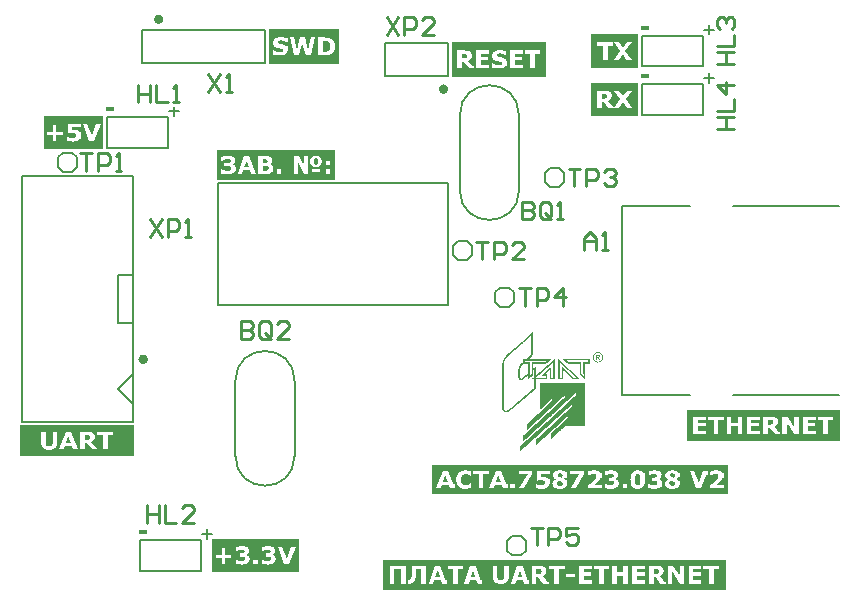
<source format=gto>
G04*
G04 #@! TF.GenerationSoftware,Altium Limited,Altium Designer,22.11.1 (43)*
G04*
G04 Layer_Color=65535*
%FSLAX44Y44*%
%MOMM*%
G71*
G04*
G04 #@! TF.SameCoordinates,B4B51071-859D-47FF-9FC0-9373829CE578*
G04*
G04*
G04 #@! TF.FilePolarity,Positive*
G04*
G01*
G75*
%ADD10C,0.4000*%
%ADD11C,0.2000*%
%ADD12C,0.2500*%
%ADD13C,0.2540*%
%ADD14R,0.8000X0.3000*%
G36*
X492393Y205782D02*
X493223D01*
Y205616D01*
X493554D01*
Y205450D01*
X493886D01*
Y205284D01*
X494218D01*
Y205119D01*
X494550D01*
Y204953D01*
X494716D01*
Y204787D01*
X494882D01*
Y204621D01*
X495047D01*
Y204455D01*
X495213D01*
Y204289D01*
X495379D01*
Y203957D01*
X495545D01*
Y203792D01*
X495711D01*
Y203460D01*
X495877D01*
Y202962D01*
X496043D01*
Y202465D01*
X496208D01*
Y200806D01*
X496043D01*
Y200142D01*
X495877D01*
Y199810D01*
X495711D01*
Y199479D01*
X495545D01*
Y199147D01*
X495379D01*
Y198815D01*
X495213D01*
Y198649D01*
X495047D01*
Y198483D01*
X494882D01*
Y198318D01*
X494716D01*
Y198152D01*
X494550D01*
Y197986D01*
X494218D01*
Y197820D01*
X493886D01*
Y197654D01*
X493554D01*
Y197488D01*
X493057D01*
Y197322D01*
X492228D01*
Y197156D01*
X491398D01*
Y197322D01*
X490569D01*
Y197488D01*
X490237D01*
Y197654D01*
X489739D01*
Y197820D01*
X489573D01*
Y197986D01*
X489242D01*
Y198152D01*
X489076D01*
Y198318D01*
X488910D01*
Y198483D01*
X488744D01*
Y198649D01*
X488578D01*
Y198815D01*
X488412D01*
Y198981D01*
X488246D01*
Y199313D01*
X488081D01*
Y199645D01*
X487915D01*
Y199976D01*
X487749D01*
Y200474D01*
X487583D01*
Y202796D01*
X487749D01*
Y203294D01*
X487915D01*
Y203626D01*
X488081D01*
Y203957D01*
X488246D01*
Y204123D01*
X488412D01*
Y204289D01*
X488578D01*
Y204621D01*
X488744D01*
Y204787D01*
X489076D01*
Y204953D01*
X489242D01*
Y205119D01*
X489408D01*
Y205284D01*
X489739D01*
Y205450D01*
X490071D01*
Y205616D01*
X490569D01*
Y205782D01*
X491232D01*
Y205948D01*
X492393D01*
Y205782D01*
D02*
G37*
G36*
X484929Y196327D02*
X484763D01*
Y196161D01*
X480948D01*
Y183223D01*
X480782D01*
Y183389D01*
X480616D01*
Y183554D01*
X480450D01*
Y183720D01*
X480284D01*
Y183886D01*
X479953D01*
Y184052D01*
X479787D01*
Y184218D01*
X479621D01*
Y184384D01*
X479455D01*
Y184550D01*
X479289D01*
Y184716D01*
X479123D01*
Y184881D01*
X478957D01*
Y185047D01*
X478791D01*
Y185213D01*
X478626D01*
Y185379D01*
X478460D01*
Y185545D01*
X478294D01*
Y185711D01*
X478128D01*
Y185877D01*
X477962D01*
Y186043D01*
X477630D01*
Y186374D01*
X477299D01*
Y186540D01*
X477133D01*
Y186706D01*
X476967D01*
Y186872D01*
X476801D01*
Y187038D01*
X476635D01*
Y187204D01*
X476469D01*
Y187370D01*
X476303D01*
Y196161D01*
X466351D01*
Y196327D01*
X466185D01*
Y196493D01*
X466019D01*
Y196659D01*
X465687D01*
Y196825D01*
X465521D01*
Y196991D01*
X465355D01*
Y197156D01*
X465190D01*
Y197322D01*
X465024D01*
Y197488D01*
X464692D01*
Y197654D01*
X464526D01*
Y197820D01*
X464360D01*
Y197986D01*
X464194D01*
Y198152D01*
X464028D01*
Y198318D01*
X463862D01*
Y198483D01*
X463531D01*
Y198649D01*
X463365D01*
Y198815D01*
X463199D01*
Y198981D01*
X463033D01*
Y199147D01*
X462867D01*
Y199313D01*
X462536D01*
Y199479D01*
X462370D01*
Y199645D01*
X462204D01*
Y199810D01*
X462038D01*
Y199976D01*
X461872D01*
Y200142D01*
X461706D01*
Y200308D01*
X484929D01*
Y196327D01*
D02*
G37*
G36*
X458554Y199976D02*
X458720D01*
Y199810D01*
X458886D01*
Y199645D01*
X459052D01*
Y199479D01*
X459218D01*
Y199313D01*
X459384D01*
Y199147D01*
X459550D01*
Y198981D01*
X459716D01*
Y198815D01*
X459882D01*
Y198649D01*
X460047D01*
Y198483D01*
X460213D01*
Y198318D01*
X460379D01*
Y198152D01*
X460711D01*
Y197986D01*
X460877D01*
Y197820D01*
X461043D01*
Y197654D01*
X461208D01*
Y197488D01*
X461374D01*
Y197322D01*
X461540D01*
Y197156D01*
X461706D01*
Y196991D01*
X461872D01*
Y196825D01*
X462038D01*
Y196659D01*
X462204D01*
Y196493D01*
X462370D01*
Y196327D01*
X462536D01*
Y196161D01*
X462701D01*
Y195995D01*
X462867D01*
Y195829D01*
X463199D01*
Y195664D01*
X463365D01*
Y195498D01*
X463531D01*
Y195332D01*
X463697D01*
Y195166D01*
X463862D01*
Y195000D01*
X464028D01*
Y194834D01*
X464194D01*
Y194668D01*
X464360D01*
Y194502D01*
X464526D01*
Y194336D01*
X464692D01*
Y194171D01*
X464858D01*
Y194005D01*
X465024D01*
Y193839D01*
X465190D01*
Y193673D01*
X465355D01*
Y193507D01*
X465521D01*
Y193341D01*
X465853D01*
Y193175D01*
X466019D01*
Y193009D01*
X466185D01*
Y192844D01*
X466351D01*
Y192678D01*
X466517D01*
Y192512D01*
X466683D01*
Y192346D01*
X466848D01*
Y192180D01*
X467014D01*
Y192014D01*
X467180D01*
Y191848D01*
X467346D01*
Y191682D01*
X467512D01*
Y191517D01*
X467678D01*
Y191351D01*
X467844D01*
Y191185D01*
X468009D01*
Y191019D01*
X468175D01*
Y190853D01*
X468507D01*
Y190687D01*
X468673D01*
Y190521D01*
X468839D01*
Y190355D01*
X469005D01*
Y190190D01*
X469171D01*
Y190024D01*
X469337D01*
Y189858D01*
X469502D01*
Y189692D01*
X469668D01*
Y189526D01*
X469834D01*
Y189360D01*
X470000D01*
Y189194D01*
X470166D01*
Y189028D01*
X470332D01*
Y188863D01*
X470663D01*
Y188697D01*
X470829D01*
Y188531D01*
X470995D01*
Y188365D01*
X471161D01*
Y188199D01*
X471327D01*
Y188033D01*
X471493D01*
Y187867D01*
X471659D01*
Y187701D01*
X471825D01*
Y187536D01*
X471991D01*
Y187370D01*
X472156D01*
Y187204D01*
X472322D01*
Y187038D01*
X472488D01*
Y186872D01*
X472654D01*
Y186706D01*
X472986D01*
Y186374D01*
X473317D01*
Y186208D01*
X473483D01*
Y186043D01*
X473649D01*
Y185877D01*
X473815D01*
Y185711D01*
X473981D01*
Y185545D01*
X474147D01*
Y185379D01*
X474313D01*
Y185213D01*
X474479D01*
Y185047D01*
X474645D01*
Y184881D01*
X474810D01*
Y184716D01*
X474976D01*
Y184550D01*
X475142D01*
Y184384D01*
X475308D01*
Y184218D01*
X475474D01*
Y184052D01*
X475640D01*
Y183886D01*
X475972D01*
Y183720D01*
X476137D01*
Y183554D01*
X476303D01*
Y183389D01*
X476469D01*
Y183223D01*
X476635D01*
Y183057D01*
X470829D01*
Y183223D01*
X470663D01*
Y183389D01*
X470498D01*
Y183554D01*
X470332D01*
Y183720D01*
X470166D01*
Y183886D01*
X469834D01*
Y184052D01*
X469668D01*
Y184218D01*
X469502D01*
Y184384D01*
X469337D01*
Y184550D01*
X469171D01*
Y184716D01*
X469005D01*
Y184881D01*
X468839D01*
Y185047D01*
X468673D01*
Y185213D01*
X468507D01*
Y185379D01*
X468341D01*
Y185545D01*
X468175D01*
Y185711D01*
X467844D01*
Y185877D01*
X467678D01*
Y186043D01*
X467512D01*
Y186208D01*
X467346D01*
Y186374D01*
X467180D01*
Y186540D01*
X467014D01*
Y186706D01*
X466848D01*
Y186872D01*
X466683D01*
Y187038D01*
X466517D01*
Y187204D01*
X466185D01*
Y187370D01*
X466019D01*
Y187536D01*
X465853D01*
Y187701D01*
X465687D01*
Y187867D01*
X465521D01*
Y188033D01*
X465355D01*
Y188199D01*
X465190D01*
Y188365D01*
X465024D01*
Y188531D01*
X464858D01*
Y188697D01*
X464692D01*
Y188863D01*
X464360D01*
Y189028D01*
X464194D01*
Y189194D01*
X464028D01*
Y189360D01*
X463862D01*
Y189526D01*
X463697D01*
Y189692D01*
X463531D01*
Y189858D01*
X463365D01*
Y190024D01*
X463199D01*
Y190190D01*
X463033D01*
Y190355D01*
X462701D01*
Y188531D01*
Y188365D01*
Y183057D01*
X458223D01*
Y200142D01*
X458554D01*
Y199976D01*
D02*
G37*
G36*
X436659Y203294D02*
X436493D01*
Y203128D01*
X436327D01*
Y202962D01*
X436161D01*
Y202796D01*
X435995D01*
Y202465D01*
X435663D01*
Y202133D01*
X435498D01*
Y201967D01*
X435166D01*
Y201635D01*
X435000D01*
Y201469D01*
X434834D01*
Y201303D01*
X434668D01*
Y201137D01*
X434502D01*
Y200972D01*
X434337D01*
Y200806D01*
X434171D01*
Y200640D01*
X434005D01*
Y200308D01*
X452583D01*
Y199976D01*
X452251D01*
Y199810D01*
X452085D01*
Y199645D01*
X451919D01*
Y199479D01*
X451754D01*
Y199313D01*
X451588D01*
Y199147D01*
X451422D01*
Y198981D01*
X451090D01*
Y198815D01*
X450924D01*
Y198649D01*
X450758D01*
Y198483D01*
X450592D01*
Y198318D01*
X450426D01*
Y198152D01*
X450261D01*
Y197986D01*
X450095D01*
Y197820D01*
X449763D01*
Y197654D01*
X449597D01*
Y197488D01*
X449431D01*
Y197322D01*
X449265D01*
Y197156D01*
X449100D01*
Y196991D01*
X448934D01*
Y196825D01*
X448768D01*
Y196659D01*
X448436D01*
Y196493D01*
X448270D01*
Y196327D01*
X448104D01*
Y196161D01*
X437322D01*
Y192346D01*
X437488D01*
Y192512D01*
X437820D01*
Y192678D01*
X437986D01*
Y192844D01*
X438152D01*
Y193009D01*
X438317D01*
Y193175D01*
X438649D01*
Y193341D01*
X438815D01*
Y193507D01*
X439147D01*
Y193673D01*
X439313D01*
Y193839D01*
X439479D01*
Y194005D01*
X439645D01*
Y186540D01*
X439810D01*
Y186706D01*
X440142D01*
Y186872D01*
X440308D01*
Y187038D01*
X440474D01*
Y187204D01*
X440640D01*
Y187370D01*
X440806D01*
Y187536D01*
X440972D01*
Y187701D01*
X441137D01*
Y187867D01*
X441469D01*
Y188033D01*
X441635D01*
Y188199D01*
X441801D01*
Y188365D01*
X441967D01*
Y188531D01*
X442133D01*
Y188697D01*
X442299D01*
Y188863D01*
X442464D01*
Y189028D01*
X442796D01*
Y189194D01*
X442962D01*
Y189360D01*
X443128D01*
Y189526D01*
X443294D01*
Y189692D01*
X443460D01*
Y189858D01*
X443626D01*
Y190024D01*
X443792D01*
Y190190D01*
X443957D01*
Y190355D01*
X444289D01*
Y190521D01*
X444455D01*
Y190687D01*
X444621D01*
Y190853D01*
X444787D01*
Y191019D01*
X444953D01*
Y191185D01*
X445118D01*
Y191351D01*
X445284D01*
Y191517D01*
X445450D01*
Y191682D01*
X445782D01*
Y191848D01*
X445948D01*
Y192014D01*
X446114D01*
Y192180D01*
X446280D01*
Y192346D01*
X446446D01*
Y192512D01*
X446611D01*
Y192678D01*
X446777D01*
Y192844D01*
X446943D01*
Y193009D01*
X447275D01*
Y193175D01*
X447441D01*
Y193341D01*
X447607D01*
Y193507D01*
X447772D01*
Y193673D01*
X447938D01*
Y193839D01*
X448104D01*
Y194005D01*
X448270D01*
Y194171D01*
X448602D01*
Y194336D01*
X448768D01*
Y194502D01*
X448934D01*
Y194668D01*
X449100D01*
Y194834D01*
X449265D01*
Y195000D01*
X449431D01*
Y195166D01*
X449597D01*
Y195332D01*
X449763D01*
Y195498D01*
X450095D01*
Y195664D01*
X450261D01*
Y195829D01*
X450426D01*
Y195995D01*
X450592D01*
Y196161D01*
X450758D01*
Y196327D01*
X450924D01*
Y196493D01*
X451090D01*
Y196659D01*
X451256D01*
Y196825D01*
X451588D01*
Y196991D01*
X451754D01*
Y197156D01*
X451919D01*
Y197322D01*
X452085D01*
Y197488D01*
X452251D01*
Y197654D01*
X452417D01*
Y197820D01*
X452583D01*
Y197986D01*
X452915D01*
Y198152D01*
X453081D01*
Y198318D01*
X453246D01*
Y198483D01*
X453412D01*
Y198649D01*
X453578D01*
Y198815D01*
X453744D01*
Y198981D01*
X453910D01*
Y199147D01*
X454076D01*
Y199313D01*
X454408D01*
Y199479D01*
X454574D01*
Y199645D01*
X454739D01*
Y199810D01*
X454905D01*
Y199976D01*
X455071D01*
Y200142D01*
X455237D01*
Y200308D01*
X455403D01*
Y200474D01*
X455735D01*
Y183223D01*
X455569D01*
Y183057D01*
X450924D01*
Y190521D01*
X450758D01*
Y190355D01*
X450592D01*
Y190190D01*
X450426D01*
Y190024D01*
X450095D01*
Y189858D01*
X449929D01*
Y189692D01*
X449763D01*
Y189526D01*
X449597D01*
Y189360D01*
X449431D01*
Y189194D01*
X449265D01*
Y189028D01*
X449100D01*
Y188863D01*
X448934D01*
Y188697D01*
X448768D01*
Y188531D01*
X448602D01*
Y188365D01*
X448436D01*
Y188199D01*
X448270D01*
Y188033D01*
X448104D01*
Y187867D01*
X447938D01*
Y187701D01*
X447607D01*
Y187536D01*
X447441D01*
Y187370D01*
X447275D01*
Y187204D01*
X449100D01*
Y183057D01*
X439645D01*
Y175095D01*
X439479D01*
Y174929D01*
X439313D01*
Y174763D01*
X439147D01*
Y174597D01*
X438815D01*
Y174431D01*
X438649D01*
Y174265D01*
X438483D01*
Y174100D01*
X438317D01*
Y173934D01*
X438152D01*
Y173768D01*
X437820D01*
Y173602D01*
X437654D01*
Y173436D01*
X437488D01*
Y173270D01*
X437322D01*
Y173104D01*
X437156D01*
Y172938D01*
X436825D01*
Y172773D01*
X436659D01*
Y172607D01*
X436493D01*
Y172441D01*
X436327D01*
Y172275D01*
X436161D01*
Y172109D01*
X435995D01*
Y171943D01*
X435663D01*
Y171777D01*
X435498D01*
Y171611D01*
X435332D01*
Y171446D01*
X435166D01*
Y171280D01*
X435000D01*
Y171114D01*
X434668D01*
Y170948D01*
X434502D01*
Y170782D01*
X434337D01*
Y170616D01*
X434171D01*
Y170450D01*
X434005D01*
Y170284D01*
X433673D01*
Y170119D01*
X433507D01*
Y169953D01*
X433341D01*
Y169787D01*
X433175D01*
Y169621D01*
X433009D01*
Y169455D01*
X432678D01*
Y169289D01*
X432512D01*
Y169123D01*
X432346D01*
Y168957D01*
X432180D01*
Y168792D01*
X432014D01*
Y168626D01*
X431848D01*
Y168460D01*
X431682D01*
Y168294D01*
X431351D01*
Y168128D01*
X431185D01*
Y167962D01*
X431019D01*
Y167796D01*
X430853D01*
Y167630D01*
X430521D01*
Y167465D01*
X430355D01*
Y167299D01*
X430190D01*
Y167133D01*
X430024D01*
Y166967D01*
X429858D01*
Y166801D01*
X429692D01*
Y166635D01*
X429360D01*
Y166469D01*
X429194D01*
Y166303D01*
X429028D01*
Y166138D01*
X428862D01*
Y165972D01*
X428697D01*
Y165806D01*
X428531D01*
Y165640D01*
X428199D01*
Y165474D01*
X428033D01*
Y165308D01*
X427867D01*
Y165142D01*
X427701D01*
Y164976D01*
X427370D01*
Y164810D01*
X427204D01*
Y164645D01*
X427038D01*
Y164479D01*
X426872D01*
Y164313D01*
X426706D01*
Y164147D01*
X426540D01*
Y163981D01*
X426208D01*
Y163815D01*
X426043D01*
Y163649D01*
X425877D01*
Y163483D01*
X425711D01*
Y163318D01*
X425545D01*
Y163152D01*
X425213D01*
Y162986D01*
X425047D01*
Y162820D01*
X424882D01*
Y162654D01*
X424716D01*
Y162488D01*
X424550D01*
Y162322D01*
X424384D01*
Y162156D01*
X424052D01*
Y161991D01*
X423886D01*
Y161825D01*
X423720D01*
Y161659D01*
X423554D01*
Y161493D01*
X423389D01*
Y161327D01*
X423057D01*
Y161161D01*
X422891D01*
Y160995D01*
X422725D01*
Y160829D01*
X422559D01*
Y160664D01*
X422393D01*
Y160498D01*
X422062D01*
Y160332D01*
X421896D01*
Y160166D01*
X421730D01*
Y160000D01*
X421564D01*
Y159834D01*
X421398D01*
Y159668D01*
X421232D01*
Y159502D01*
X420900D01*
Y159337D01*
X420735D01*
Y159171D01*
X420569D01*
Y159005D01*
X420403D01*
Y158839D01*
X420237D01*
Y158673D01*
X419905D01*
Y158507D01*
X419739D01*
Y158341D01*
X419574D01*
Y158175D01*
X419408D01*
Y158010D01*
X419242D01*
Y157844D01*
X419076D01*
Y157678D01*
X418744D01*
Y157512D01*
X418578D01*
Y157346D01*
X418412D01*
Y157180D01*
X418246D01*
Y157014D01*
X418081D01*
Y156848D01*
X417749D01*
Y156683D01*
X417583D01*
Y156517D01*
X417417D01*
Y156351D01*
X417251D01*
Y156185D01*
X417085D01*
Y156019D01*
X416919D01*
Y155853D01*
X416754D01*
Y155687D01*
X416588D01*
Y155521D01*
X416256D01*
Y155356D01*
X415924D01*
Y155190D01*
X415426D01*
Y155024D01*
X413436D01*
Y155190D01*
X412938D01*
Y155356D01*
X412607D01*
Y155521D01*
X412275D01*
Y155687D01*
X412109D01*
Y155853D01*
X411943D01*
Y156019D01*
X411777D01*
Y156185D01*
X411611D01*
Y156351D01*
X411446D01*
Y156517D01*
X411280D01*
Y156848D01*
X411114D01*
Y157346D01*
X410948D01*
Y196825D01*
X411114D01*
Y197654D01*
X411280D01*
Y198152D01*
X411446D01*
Y198815D01*
X411611D01*
Y199147D01*
X411777D01*
Y199479D01*
X411943D01*
Y199810D01*
X412109D01*
Y200142D01*
X412275D01*
Y200474D01*
X412441D01*
Y200806D01*
X412607D01*
Y200972D01*
X412772D01*
Y201303D01*
X412938D01*
Y201469D01*
X413104D01*
Y201801D01*
X413270D01*
Y201967D01*
X413436D01*
Y202133D01*
X413602D01*
Y202299D01*
X413768D01*
Y202630D01*
X413934D01*
Y202796D01*
X414100D01*
Y202962D01*
X414265D01*
Y203128D01*
X414431D01*
Y203294D01*
X414597D01*
Y203460D01*
X414763D01*
Y203626D01*
X414929D01*
Y203792D01*
X415095D01*
Y203957D01*
X415261D01*
Y204123D01*
X415426D01*
Y204289D01*
X415592D01*
Y204455D01*
X415758D01*
Y204621D01*
X415924D01*
Y204787D01*
X416090D01*
Y204953D01*
X416256D01*
Y205119D01*
X416422D01*
Y205284D01*
X416588D01*
Y205450D01*
X416754D01*
Y205616D01*
X417085D01*
Y205782D01*
X417251D01*
Y205948D01*
X417417D01*
Y206114D01*
X417583D01*
Y206280D01*
X417749D01*
Y206446D01*
X417915D01*
Y206611D01*
X418081D01*
Y206777D01*
X418412D01*
Y206943D01*
X418578D01*
Y207109D01*
X418744D01*
Y207275D01*
X418910D01*
Y207441D01*
X419076D01*
Y207607D01*
X419408D01*
Y207773D01*
X419574D01*
Y207938D01*
X419739D01*
Y208104D01*
X419905D01*
Y208270D01*
X420237D01*
Y208436D01*
X420403D01*
Y208602D01*
X420569D01*
Y208768D01*
X420735D01*
Y208934D01*
X420900D01*
Y209100D01*
X421232D01*
Y209265D01*
X421398D01*
Y209431D01*
X421564D01*
Y209597D01*
X421730D01*
Y209763D01*
X421896D01*
Y209929D01*
X422228D01*
Y210095D01*
X422393D01*
Y210261D01*
X422559D01*
Y210427D01*
X422725D01*
Y210592D01*
X422891D01*
Y210758D01*
X423057D01*
Y210924D01*
X423389D01*
Y211090D01*
X423554D01*
Y211256D01*
X423720D01*
Y211422D01*
X423886D01*
Y211588D01*
X424052D01*
Y211754D01*
X424384D01*
Y211919D01*
X424550D01*
Y212085D01*
X424716D01*
Y212251D01*
X424882D01*
Y212417D01*
X425047D01*
Y212583D01*
X425379D01*
Y212749D01*
X425545D01*
Y212915D01*
X425711D01*
Y213081D01*
X425877D01*
Y213246D01*
X426043D01*
Y213412D01*
X426208D01*
Y213578D01*
X426540D01*
Y213744D01*
X426706D01*
Y213910D01*
X426872D01*
Y214076D01*
X427038D01*
Y214242D01*
X427204D01*
Y214408D01*
X427370D01*
Y214573D01*
X427701D01*
Y214739D01*
X427867D01*
Y214905D01*
X428033D01*
Y215071D01*
X428199D01*
Y215237D01*
X428365D01*
Y215403D01*
X428531D01*
Y215569D01*
X428697D01*
Y215735D01*
X429028D01*
Y215900D01*
X429194D01*
Y216066D01*
X429360D01*
Y216232D01*
X429526D01*
Y216398D01*
X429692D01*
Y216564D01*
X429858D01*
Y216730D01*
X430024D01*
Y216896D01*
X430190D01*
Y217062D01*
X430521D01*
Y217227D01*
X430687D01*
Y217393D01*
X430853D01*
Y217559D01*
X431019D01*
Y217725D01*
X431185D01*
Y217891D01*
X431351D01*
Y218057D01*
X431517D01*
Y218223D01*
X431682D01*
Y218389D01*
X432014D01*
Y218554D01*
X432180D01*
Y218720D01*
X432346D01*
Y218886D01*
X432512D01*
Y219052D01*
X432678D01*
Y219218D01*
X432844D01*
Y219384D01*
X433009D01*
Y219550D01*
X433175D01*
Y219716D01*
X433341D01*
Y219881D01*
X433507D01*
Y220047D01*
X433673D01*
Y220213D01*
X434005D01*
Y220379D01*
X434171D01*
Y220545D01*
X434337D01*
Y220711D01*
X434502D01*
Y220877D01*
X434668D01*
Y221043D01*
X434834D01*
Y221208D01*
X435000D01*
Y221374D01*
X435166D01*
Y221540D01*
X435332D01*
Y221706D01*
X435498D01*
Y221872D01*
X435663D01*
Y222038D01*
X435829D01*
Y222204D01*
X435995D01*
Y222370D01*
X436161D01*
Y222535D01*
X436327D01*
Y222701D01*
X436493D01*
Y222867D01*
X436659D01*
Y203294D01*
D02*
G37*
G36*
X480948Y143246D02*
X464028D01*
Y143081D01*
X463862D01*
Y142915D01*
X463697D01*
Y142749D01*
X463531D01*
Y142583D01*
X463365D01*
Y142417D01*
X463199D01*
Y142251D01*
X462867D01*
Y142085D01*
X462701D01*
Y141919D01*
X462536D01*
Y141754D01*
X462370D01*
Y141588D01*
X462204D01*
Y141422D01*
X462038D01*
Y141256D01*
X461872D01*
Y141090D01*
X461706D01*
Y140924D01*
X461540D01*
Y140758D01*
X461208D01*
Y140592D01*
X461043D01*
Y140427D01*
X460877D01*
Y140261D01*
X460711D01*
Y140095D01*
X460545D01*
Y139929D01*
X460379D01*
Y139763D01*
X460213D01*
Y139597D01*
X460047D01*
Y139431D01*
X459882D01*
Y139265D01*
X459550D01*
Y139100D01*
X459384D01*
Y138934D01*
X459218D01*
Y138768D01*
X459052D01*
Y138602D01*
X458886D01*
Y138436D01*
X458720D01*
Y138270D01*
X458554D01*
Y138104D01*
X458389D01*
Y137938D01*
X458057D01*
Y137773D01*
X457891D01*
Y137607D01*
X457725D01*
Y137441D01*
X457559D01*
Y137275D01*
X457393D01*
Y137109D01*
X457228D01*
Y136943D01*
X457062D01*
Y136777D01*
X456896D01*
Y136611D01*
X456730D01*
Y136446D01*
X456398D01*
Y136280D01*
X456232D01*
Y136114D01*
X456066D01*
Y135948D01*
X455900D01*
Y135782D01*
X455735D01*
Y135616D01*
X455569D01*
Y135450D01*
X455403D01*
Y135284D01*
X455237D01*
Y135119D01*
X455071D01*
Y134953D01*
X454739D01*
Y134787D01*
X454574D01*
Y134621D01*
X454408D01*
Y134455D01*
X454242D01*
Y134289D01*
X454076D01*
Y134123D01*
X453910D01*
Y133957D01*
X453744D01*
Y133792D01*
X453578D01*
Y133626D01*
X453412D01*
Y133460D01*
X453081D01*
Y133294D01*
X452915D01*
Y133128D01*
X452749D01*
Y132962D01*
X452583D01*
Y132796D01*
X452417D01*
Y132630D01*
X452251D01*
Y132465D01*
X452085D01*
Y132299D01*
X451919D01*
Y136943D01*
X452085D01*
Y137109D01*
X452251D01*
Y137275D01*
X452417D01*
Y137441D01*
X452583D01*
Y137607D01*
X452749D01*
Y137773D01*
X452915D01*
Y137938D01*
X453081D01*
Y138104D01*
X453246D01*
Y138270D01*
X453578D01*
Y138436D01*
X453744D01*
Y138602D01*
X453910D01*
Y138768D01*
X454076D01*
Y138934D01*
X454242D01*
Y139100D01*
X454408D01*
Y139265D01*
X454574D01*
Y139431D01*
X454739D01*
Y139597D01*
X454905D01*
Y139763D01*
X455071D01*
Y139929D01*
X455237D01*
Y140095D01*
X455569D01*
Y140261D01*
X455735D01*
Y140427D01*
X455900D01*
Y140592D01*
X456066D01*
Y140758D01*
X456232D01*
Y140924D01*
X456398D01*
Y141090D01*
X456564D01*
Y141256D01*
X456730D01*
Y141422D01*
X456896D01*
Y141588D01*
X457062D01*
Y141754D01*
X457228D01*
Y141919D01*
X457393D01*
Y142085D01*
X457559D01*
Y142251D01*
X457891D01*
Y142417D01*
X458057D01*
Y142583D01*
X458223D01*
Y142749D01*
X458389D01*
Y142915D01*
X458554D01*
Y143081D01*
X458720D01*
Y143246D01*
X458886D01*
Y143412D01*
X459052D01*
Y143578D01*
X459218D01*
Y143744D01*
X459384D01*
Y143910D01*
X459550D01*
Y144076D01*
X459716D01*
Y144242D01*
X460047D01*
Y144408D01*
X460213D01*
Y144573D01*
X460379D01*
Y144739D01*
X460545D01*
Y144905D01*
X460711D01*
Y145071D01*
X460877D01*
Y145237D01*
X461043D01*
Y145403D01*
X461208D01*
Y145569D01*
X461374D01*
Y145735D01*
X461540D01*
Y145900D01*
X461872D01*
Y146232D01*
X462204D01*
Y146398D01*
X462370D01*
Y146564D01*
X462536D01*
Y146730D01*
X462701D01*
Y146896D01*
X462867D01*
Y147062D01*
X463033D01*
Y147227D01*
X463199D01*
Y147393D01*
X463365D01*
Y147559D01*
X463531D01*
Y147725D01*
X463697D01*
Y147891D01*
X463862D01*
Y148057D01*
X464194D01*
Y148223D01*
X464360D01*
Y148389D01*
X464526D01*
Y148554D01*
X464692D01*
Y148720D01*
X464858D01*
Y148886D01*
X465024D01*
Y149052D01*
X465190D01*
Y149218D01*
X465355D01*
Y149384D01*
X465521D01*
Y149550D01*
X465687D01*
Y149716D01*
X465853D01*
Y149881D01*
X466185D01*
Y150047D01*
X466351D01*
Y150213D01*
X466517D01*
Y150379D01*
X466683D01*
Y152038D01*
X466517D01*
Y151872D01*
X466351D01*
Y151706D01*
X466185D01*
Y151540D01*
X466019D01*
Y151374D01*
X465853D01*
Y151208D01*
X465687D01*
Y151043D01*
X465521D01*
Y150877D01*
X465190D01*
Y150711D01*
X465024D01*
Y150545D01*
X464858D01*
Y150379D01*
X464692D01*
Y150213D01*
X464526D01*
Y150047D01*
X464360D01*
Y149881D01*
X464194D01*
Y149716D01*
X464028D01*
Y149550D01*
X463862D01*
Y149384D01*
X463697D01*
Y149218D01*
X463531D01*
Y149052D01*
X463365D01*
Y148886D01*
X463033D01*
Y148720D01*
X462867D01*
Y148554D01*
X462701D01*
Y148389D01*
X462536D01*
Y148223D01*
X462370D01*
Y148057D01*
X462204D01*
Y147891D01*
X462038D01*
Y147725D01*
X461872D01*
Y147559D01*
X461706D01*
Y147393D01*
X461374D01*
Y147227D01*
X461208D01*
Y147062D01*
X461043D01*
Y146896D01*
X460877D01*
Y146730D01*
X460711D01*
Y146564D01*
X460545D01*
Y146398D01*
X460379D01*
Y146232D01*
X460213D01*
Y146066D01*
X460047D01*
Y145900D01*
X459882D01*
Y145735D01*
X459550D01*
Y145403D01*
X459218D01*
Y145237D01*
X459052D01*
Y145071D01*
X458886D01*
Y144905D01*
X458720D01*
Y144739D01*
X458554D01*
Y144573D01*
X458389D01*
Y144408D01*
X458223D01*
Y144242D01*
X458057D01*
Y144076D01*
X457891D01*
Y143910D01*
X457559D01*
Y143744D01*
X457393D01*
Y143578D01*
X457228D01*
Y143412D01*
X457062D01*
Y143246D01*
X456896D01*
Y143081D01*
X456730D01*
Y142915D01*
X456564D01*
Y142749D01*
X456398D01*
Y142583D01*
X456232D01*
Y142417D01*
X456066D01*
Y142251D01*
X455900D01*
Y142085D01*
X455569D01*
Y141919D01*
X455403D01*
Y141754D01*
X455237D01*
Y141588D01*
X455071D01*
Y141422D01*
X454905D01*
Y141256D01*
X454739D01*
Y141090D01*
X454574D01*
Y140924D01*
X454408D01*
Y140758D01*
X454242D01*
Y140592D01*
X454076D01*
Y140427D01*
X453910D01*
Y140261D01*
X453578D01*
Y140095D01*
X453412D01*
Y139929D01*
X453246D01*
Y139763D01*
X453081D01*
Y139597D01*
X452915D01*
Y139431D01*
X452749D01*
Y139265D01*
X452583D01*
Y139100D01*
X452417D01*
Y138934D01*
X452251D01*
Y138768D01*
X452085D01*
Y138602D01*
X451919D01*
Y138436D01*
X451588D01*
Y138270D01*
X451422D01*
Y138104D01*
X451256D01*
Y137938D01*
X451090D01*
Y137773D01*
X450924D01*
Y137607D01*
X450758D01*
Y137441D01*
X450592D01*
Y137275D01*
X450426D01*
Y137109D01*
X450261D01*
Y136943D01*
X450095D01*
Y136777D01*
X449929D01*
Y136611D01*
X449597D01*
Y136446D01*
X449431D01*
Y136280D01*
X449265D01*
Y136114D01*
X449100D01*
Y135948D01*
X448934D01*
Y135782D01*
X448768D01*
Y135616D01*
X448602D01*
Y135450D01*
X448436D01*
Y135284D01*
X448270D01*
Y135119D01*
X448104D01*
Y134953D01*
X447772D01*
Y134787D01*
X447607D01*
Y134621D01*
X447441D01*
Y134455D01*
X447275D01*
Y134289D01*
X447109D01*
Y134123D01*
X446943D01*
Y133957D01*
X446777D01*
Y133792D01*
X446611D01*
Y133626D01*
X446446D01*
Y133460D01*
X446280D01*
Y133294D01*
X445948D01*
Y133128D01*
X445782D01*
Y132962D01*
X445616D01*
Y132796D01*
X445450D01*
Y132630D01*
X445284D01*
Y132465D01*
X445118D01*
Y132299D01*
X444953D01*
Y132133D01*
X444787D01*
Y131967D01*
X444621D01*
Y131801D01*
X444455D01*
Y131635D01*
X444123D01*
Y131303D01*
X443792D01*
Y131138D01*
X443626D01*
Y130972D01*
X443460D01*
Y130806D01*
X443294D01*
Y130640D01*
X443128D01*
Y130474D01*
X442962D01*
Y130308D01*
X442796D01*
Y130142D01*
X442630D01*
Y129976D01*
X442464D01*
Y129810D01*
X442133D01*
Y129645D01*
X441967D01*
Y129479D01*
X441801D01*
Y129313D01*
X441635D01*
Y129147D01*
X441469D01*
Y128981D01*
X441303D01*
Y128815D01*
X441137D01*
Y128649D01*
X440972D01*
Y128483D01*
X440806D01*
Y128317D01*
X440640D01*
Y128152D01*
X440474D01*
Y127986D01*
X440308D01*
Y127820D01*
X439976D01*
Y127654D01*
X439810D01*
Y127488D01*
X439645D01*
Y131967D01*
X439810D01*
Y132133D01*
X439976D01*
Y132299D01*
X440142D01*
Y132465D01*
X440308D01*
Y132630D01*
X440474D01*
Y132796D01*
X440640D01*
Y132962D01*
X440806D01*
Y133128D01*
X441137D01*
Y133294D01*
X441303D01*
Y133460D01*
X441469D01*
Y133626D01*
X441635D01*
Y133792D01*
X441801D01*
Y133957D01*
X441967D01*
Y134123D01*
X442133D01*
Y134289D01*
X442299D01*
Y134455D01*
X442464D01*
Y134621D01*
X442630D01*
Y134787D01*
X442796D01*
Y134953D01*
X442962D01*
Y135119D01*
X443128D01*
Y135284D01*
X443294D01*
Y135450D01*
X443626D01*
Y135616D01*
X443792D01*
Y135782D01*
X443957D01*
Y135948D01*
X444123D01*
Y136114D01*
X444289D01*
Y136280D01*
X444455D01*
Y136446D01*
X444621D01*
Y136611D01*
X444787D01*
Y136777D01*
X444953D01*
Y136943D01*
X445118D01*
Y137109D01*
X445284D01*
Y137275D01*
X445450D01*
Y137441D01*
X445616D01*
Y137607D01*
X445948D01*
Y137773D01*
X446114D01*
Y137938D01*
X446280D01*
Y138104D01*
X446446D01*
Y138270D01*
X446611D01*
Y138436D01*
X446777D01*
Y138602D01*
X446943D01*
Y138768D01*
X447109D01*
Y138934D01*
X447275D01*
Y139100D01*
X447441D01*
Y139265D01*
X447607D01*
Y139431D01*
X447772D01*
Y139597D01*
X448104D01*
Y139929D01*
X448436D01*
Y140095D01*
X448602D01*
Y140261D01*
X448768D01*
Y140427D01*
X448934D01*
Y140592D01*
X449100D01*
Y140758D01*
X449265D01*
Y140924D01*
X449431D01*
Y141090D01*
X449597D01*
Y141256D01*
X449763D01*
Y141422D01*
X449929D01*
Y141588D01*
X450095D01*
Y141754D01*
X450261D01*
Y141919D01*
X450592D01*
Y142085D01*
X450758D01*
Y142251D01*
X450924D01*
Y142417D01*
X451090D01*
Y142583D01*
X451256D01*
Y142749D01*
X451422D01*
Y142915D01*
X451588D01*
Y143081D01*
X451754D01*
Y143246D01*
X451919D01*
Y143412D01*
X452085D01*
Y143578D01*
X452251D01*
Y143744D01*
X452417D01*
Y143910D01*
X452749D01*
Y144076D01*
X452915D01*
Y144242D01*
X453081D01*
Y144408D01*
X453246D01*
Y144573D01*
X453412D01*
Y144739D01*
X453578D01*
Y144905D01*
X453744D01*
Y145071D01*
X453910D01*
Y145237D01*
X454076D01*
Y145403D01*
X454242D01*
Y145569D01*
X454408D01*
Y145735D01*
X454574D01*
Y145900D01*
X454739D01*
Y146066D01*
X454905D01*
Y146232D01*
X455237D01*
Y146398D01*
X455403D01*
Y146564D01*
X455569D01*
Y146730D01*
X455735D01*
Y146896D01*
X455900D01*
Y147062D01*
X456066D01*
Y147227D01*
X456232D01*
Y147393D01*
X456398D01*
Y147559D01*
X456564D01*
Y147725D01*
X456730D01*
Y147891D01*
X456896D01*
Y148057D01*
X457062D01*
Y148223D01*
X457228D01*
Y148389D01*
X457559D01*
Y148554D01*
X457725D01*
Y148720D01*
X457891D01*
Y148886D01*
X458057D01*
Y149052D01*
X458223D01*
Y149218D01*
X458389D01*
Y149384D01*
X458554D01*
Y149550D01*
X458720D01*
Y149716D01*
X458886D01*
Y149881D01*
X459052D01*
Y150047D01*
X459218D01*
Y150213D01*
X459384D01*
Y150379D01*
X459550D01*
Y150545D01*
X459716D01*
Y150711D01*
X460047D01*
Y150877D01*
X460213D01*
Y151043D01*
X460379D01*
Y151208D01*
X460545D01*
Y151374D01*
X460711D01*
Y151540D01*
X460877D01*
Y151706D01*
X461043D01*
Y151872D01*
X461208D01*
Y152038D01*
X461374D01*
Y152204D01*
X461540D01*
Y152370D01*
X461706D01*
Y152536D01*
X461872D01*
Y152701D01*
X462204D01*
Y152867D01*
X462370D01*
Y153033D01*
X462536D01*
Y153199D01*
X462701D01*
Y153365D01*
X462867D01*
Y153531D01*
X463033D01*
Y153697D01*
X463199D01*
Y153863D01*
X463365D01*
Y154028D01*
X463531D01*
Y154194D01*
X463697D01*
Y154360D01*
X463862D01*
Y154526D01*
X464028D01*
Y154692D01*
X464194D01*
Y154858D01*
X464526D01*
Y155024D01*
X464692D01*
Y155190D01*
X464858D01*
Y155356D01*
X465024D01*
Y155521D01*
X465190D01*
Y155687D01*
X465355D01*
Y155853D01*
X465521D01*
Y156019D01*
X465687D01*
Y156185D01*
X465853D01*
Y156351D01*
X466019D01*
Y156517D01*
X466185D01*
Y156683D01*
X466351D01*
Y156848D01*
X466517D01*
Y157014D01*
X466683D01*
Y157180D01*
X467014D01*
Y157346D01*
X467180D01*
Y157512D01*
X467346D01*
Y157678D01*
X467512D01*
Y157844D01*
X467678D01*
Y158010D01*
X467844D01*
Y158175D01*
X468009D01*
Y158341D01*
X468175D01*
Y158507D01*
X468341D01*
Y158673D01*
X468507D01*
Y158839D01*
X468673D01*
Y159005D01*
X469005D01*
Y159171D01*
X469171D01*
Y159337D01*
X469337D01*
Y159502D01*
X469502D01*
Y159668D01*
X469668D01*
Y159834D01*
X469834D01*
Y160000D01*
X470000D01*
Y161825D01*
X469834D01*
Y161659D01*
X469668D01*
Y161493D01*
X469502D01*
Y161327D01*
X469337D01*
Y161161D01*
X469171D01*
Y160995D01*
X469005D01*
Y160829D01*
X468839D01*
Y160664D01*
X468673D01*
Y160498D01*
X468507D01*
Y160332D01*
X468175D01*
Y160166D01*
X468009D01*
Y160000D01*
X467844D01*
Y159834D01*
X467678D01*
Y159668D01*
X467512D01*
Y159502D01*
X467346D01*
Y159337D01*
X467180D01*
Y159171D01*
X467014D01*
Y159005D01*
X466848D01*
Y158839D01*
X466517D01*
Y158673D01*
X466351D01*
Y158507D01*
X466185D01*
Y158341D01*
X466019D01*
Y158175D01*
X465853D01*
Y158010D01*
X465687D01*
Y157844D01*
X465521D01*
Y157678D01*
X465355D01*
Y157512D01*
X465190D01*
Y157346D01*
X465024D01*
Y157180D01*
X464692D01*
Y157014D01*
X464526D01*
Y156848D01*
X464360D01*
Y156683D01*
X464194D01*
Y156517D01*
X464028D01*
Y156351D01*
X463862D01*
Y156185D01*
X463697D01*
Y156019D01*
X463531D01*
Y155853D01*
X463365D01*
Y155687D01*
X463199D01*
Y155521D01*
X462867D01*
Y155356D01*
X462701D01*
Y155190D01*
X462536D01*
Y155024D01*
X462370D01*
Y154858D01*
X462204D01*
Y154692D01*
X462038D01*
Y154526D01*
X461872D01*
Y154360D01*
X461706D01*
Y154194D01*
X461540D01*
Y154028D01*
X461208D01*
Y153863D01*
X461043D01*
Y153697D01*
X460877D01*
Y153531D01*
X460711D01*
Y153365D01*
X460545D01*
Y153199D01*
X460379D01*
Y153033D01*
X460213D01*
Y152867D01*
X460047D01*
Y152701D01*
X459882D01*
Y152536D01*
X459716D01*
Y152370D01*
X459550D01*
Y152204D01*
X459218D01*
Y152038D01*
X459052D01*
Y151872D01*
X458886D01*
Y151706D01*
X458720D01*
Y151540D01*
X458554D01*
Y151374D01*
X458389D01*
Y151208D01*
X458223D01*
Y151043D01*
X458057D01*
Y150877D01*
X457891D01*
Y150711D01*
X457725D01*
Y150545D01*
X457393D01*
Y150379D01*
X457228D01*
Y150213D01*
X457062D01*
Y150047D01*
X456896D01*
Y149881D01*
X456730D01*
Y149716D01*
X456564D01*
Y149550D01*
X456398D01*
Y149384D01*
X456232D01*
Y149218D01*
X456066D01*
Y149052D01*
X455900D01*
Y148886D01*
X455569D01*
Y148720D01*
X455403D01*
Y148554D01*
X455237D01*
Y148389D01*
X455071D01*
Y148223D01*
X454905D01*
Y148057D01*
X454739D01*
Y147891D01*
X454574D01*
Y147725D01*
X454408D01*
Y147559D01*
X454242D01*
Y147393D01*
X453910D01*
Y147227D01*
X453744D01*
Y147062D01*
X453578D01*
Y146896D01*
X453412D01*
Y146730D01*
X453246D01*
Y146564D01*
X453081D01*
Y146398D01*
X452915D01*
Y146232D01*
X452749D01*
Y146066D01*
X452583D01*
Y145900D01*
X452417D01*
Y145735D01*
X452085D01*
Y145403D01*
X451754D01*
Y145237D01*
X451588D01*
Y145071D01*
X451422D01*
Y144905D01*
X451256D01*
Y144739D01*
X451090D01*
Y144573D01*
X450924D01*
Y144408D01*
X450758D01*
Y144242D01*
X450426D01*
Y143910D01*
X450095D01*
Y143744D01*
X449929D01*
Y143578D01*
X449763D01*
Y143412D01*
X449597D01*
Y143246D01*
X449431D01*
Y143081D01*
X449265D01*
Y142915D01*
X449100D01*
Y142749D01*
X448934D01*
Y142583D01*
X448602D01*
Y142417D01*
X448436D01*
Y142251D01*
X448270D01*
Y142085D01*
X448104D01*
Y141919D01*
X447938D01*
Y141754D01*
X447772D01*
Y141588D01*
X447607D01*
Y141422D01*
X447441D01*
Y141256D01*
X447275D01*
Y141090D01*
X447109D01*
Y140924D01*
X446943D01*
Y140758D01*
X446611D01*
Y140592D01*
X446446D01*
Y140427D01*
X446280D01*
Y140261D01*
X446114D01*
Y140095D01*
X445948D01*
Y139929D01*
X445782D01*
Y139763D01*
X445616D01*
Y139597D01*
X445450D01*
Y139431D01*
X445284D01*
Y139265D01*
X444953D01*
Y139100D01*
X444787D01*
Y138934D01*
X444621D01*
Y138768D01*
X444455D01*
Y138602D01*
X444289D01*
Y138436D01*
X444123D01*
Y138270D01*
X443957D01*
Y138104D01*
X443792D01*
Y137938D01*
X443626D01*
Y137773D01*
X443460D01*
Y137607D01*
X443294D01*
Y137441D01*
X443128D01*
Y137275D01*
X442796D01*
Y137109D01*
X442630D01*
Y136943D01*
X442464D01*
Y136777D01*
X442299D01*
Y136611D01*
X442133D01*
Y136446D01*
X441967D01*
Y136280D01*
X441801D01*
Y136114D01*
X441635D01*
Y135948D01*
X441469D01*
Y135782D01*
X441137D01*
Y135616D01*
X440972D01*
Y135450D01*
X440806D01*
Y135284D01*
X440640D01*
Y135119D01*
X440474D01*
Y134953D01*
X440308D01*
Y134787D01*
X440142D01*
Y134621D01*
X439976D01*
Y134455D01*
X439810D01*
Y134289D01*
X439479D01*
Y134123D01*
X439313D01*
Y133957D01*
X439147D01*
Y133792D01*
X438981D01*
Y133626D01*
X438815D01*
Y133460D01*
X438649D01*
Y133294D01*
X438483D01*
Y133128D01*
X438317D01*
Y132962D01*
X438152D01*
Y132796D01*
X437986D01*
Y132630D01*
X437820D01*
Y132465D01*
X437488D01*
Y132299D01*
X437322D01*
Y132133D01*
X437156D01*
Y131967D01*
X436991D01*
Y131801D01*
X436825D01*
Y131635D01*
X436659D01*
Y131469D01*
X436493D01*
Y131303D01*
X436327D01*
Y131138D01*
X436161D01*
Y130972D01*
X435829D01*
Y130806D01*
X435663D01*
Y130640D01*
X435498D01*
Y130474D01*
X435332D01*
Y130308D01*
X435166D01*
Y130142D01*
X435000D01*
Y129976D01*
X434834D01*
Y129810D01*
X434668D01*
Y129645D01*
X434502D01*
Y129479D01*
X434337D01*
Y129313D01*
X434005D01*
Y129147D01*
X433839D01*
Y128981D01*
X433673D01*
Y128815D01*
X433507D01*
Y128649D01*
X433341D01*
Y128483D01*
X433175D01*
Y128317D01*
X433009D01*
Y128152D01*
X432844D01*
Y127986D01*
X432678D01*
Y127820D01*
X432346D01*
Y127654D01*
X432180D01*
Y127488D01*
X432014D01*
Y127322D01*
X431848D01*
Y127156D01*
X431682D01*
Y126991D01*
X431517D01*
Y126825D01*
X431351D01*
Y126659D01*
X431185D01*
Y126493D01*
X431019D01*
Y126327D01*
X430853D01*
Y126161D01*
X430687D01*
Y125995D01*
X430521D01*
Y125829D01*
X430190D01*
Y125663D01*
X430024D01*
Y125498D01*
X429858D01*
Y125332D01*
X429692D01*
Y125166D01*
X429526D01*
Y125000D01*
X429360D01*
Y124834D01*
X429194D01*
Y124668D01*
X429028D01*
Y124502D01*
X428862D01*
Y124337D01*
X428531D01*
Y124171D01*
X428365D01*
Y124005D01*
X428199D01*
Y123839D01*
X428033D01*
Y123673D01*
X427867D01*
Y123507D01*
X427701D01*
Y123341D01*
X427536D01*
Y123175D01*
X427370D01*
Y123010D01*
X427204D01*
Y122844D01*
X426872D01*
Y122678D01*
X426706D01*
Y122512D01*
X426540D01*
Y122346D01*
X426374D01*
Y122180D01*
X426208D01*
Y122014D01*
X426043D01*
Y121848D01*
X425877D01*
Y126327D01*
X426043D01*
Y126493D01*
X426208D01*
Y126659D01*
X426374D01*
Y126825D01*
X426540D01*
Y126991D01*
X426706D01*
Y127156D01*
X426872D01*
Y127322D01*
X427038D01*
Y127488D01*
X427370D01*
Y127654D01*
X427536D01*
Y127820D01*
X427701D01*
Y127986D01*
X427867D01*
Y128152D01*
X428033D01*
Y128317D01*
X428199D01*
Y128483D01*
X428365D01*
Y128649D01*
X428531D01*
Y128815D01*
X428862D01*
Y128981D01*
X429028D01*
Y129147D01*
X429194D01*
Y129313D01*
X429360D01*
Y129479D01*
X429526D01*
Y129645D01*
X429692D01*
Y129810D01*
X429858D01*
Y129976D01*
X430024D01*
Y130142D01*
X430355D01*
Y130308D01*
X430521D01*
Y130474D01*
X430687D01*
Y130640D01*
X430853D01*
Y130806D01*
X431019D01*
Y130972D01*
X431185D01*
Y131138D01*
X431351D01*
Y131303D01*
X431517D01*
Y131469D01*
X431682D01*
Y131635D01*
X432014D01*
Y131967D01*
X432346D01*
Y132133D01*
X432512D01*
Y132299D01*
X432678D01*
Y132465D01*
X432844D01*
Y132630D01*
X433009D01*
Y132796D01*
X433175D01*
Y132962D01*
X433341D01*
Y133128D01*
X433507D01*
Y133294D01*
X433839D01*
Y133460D01*
X434005D01*
Y133626D01*
X434171D01*
Y133792D01*
X434337D01*
Y133957D01*
X434502D01*
Y134123D01*
X434668D01*
Y134289D01*
X434834D01*
Y134455D01*
X435000D01*
Y134621D01*
X435166D01*
Y134787D01*
X435498D01*
Y134953D01*
X435663D01*
Y135119D01*
X435829D01*
Y135284D01*
X435995D01*
Y135450D01*
X436161D01*
Y135616D01*
X436327D01*
Y135782D01*
X436493D01*
Y135948D01*
X436659D01*
Y136114D01*
X436825D01*
Y136280D01*
X436991D01*
Y136446D01*
X437322D01*
Y136611D01*
X437488D01*
Y136777D01*
X437654D01*
Y136943D01*
X437820D01*
Y137109D01*
X437986D01*
Y137275D01*
X438152D01*
Y137441D01*
X438317D01*
Y137607D01*
X438483D01*
Y137773D01*
X438649D01*
Y137938D01*
X438981D01*
Y138104D01*
X439147D01*
Y138270D01*
X439313D01*
Y138436D01*
X439479D01*
Y138602D01*
X439645D01*
Y138768D01*
X439810D01*
Y138934D01*
X439976D01*
Y139100D01*
X440142D01*
Y139265D01*
X440474D01*
Y139431D01*
X440640D01*
Y139597D01*
X440806D01*
Y139763D01*
X440972D01*
Y139929D01*
X441137D01*
Y140095D01*
X441303D01*
Y140261D01*
X441469D01*
Y140427D01*
X441635D01*
Y140592D01*
X441801D01*
Y140758D01*
X442133D01*
Y140924D01*
X442299D01*
Y141090D01*
X442464D01*
Y141256D01*
X442630D01*
Y141422D01*
X442796D01*
Y141588D01*
X442962D01*
Y141754D01*
X443128D01*
Y141919D01*
X443294D01*
Y142085D01*
X443460D01*
Y142251D01*
X443792D01*
Y142417D01*
X443957D01*
Y142583D01*
X444123D01*
Y142749D01*
X444289D01*
Y142915D01*
X444455D01*
Y143081D01*
X444621D01*
Y143246D01*
X444787D01*
Y143412D01*
X444953D01*
Y143578D01*
X445118D01*
Y143744D01*
X445450D01*
Y143910D01*
X445616D01*
Y144076D01*
X445782D01*
Y144242D01*
X445948D01*
Y144408D01*
X446114D01*
Y144573D01*
X446280D01*
Y144739D01*
X446446D01*
Y144905D01*
X446611D01*
Y145071D01*
X446777D01*
Y145237D01*
X446943D01*
Y145403D01*
X447275D01*
Y145569D01*
X447441D01*
Y145735D01*
X447607D01*
Y145900D01*
X447772D01*
Y146066D01*
X447938D01*
Y146232D01*
X448104D01*
Y146398D01*
X448270D01*
Y146564D01*
X448602D01*
Y146730D01*
X448768D01*
Y146896D01*
X448934D01*
Y147062D01*
X449100D01*
Y147227D01*
X449265D01*
Y147393D01*
X449431D01*
Y147559D01*
X449597D01*
Y147725D01*
X449763D01*
Y147891D01*
X449929D01*
Y148057D01*
X450095D01*
Y148223D01*
X450261D01*
Y148389D01*
X450426D01*
Y148554D01*
X450592D01*
Y148720D01*
X450924D01*
Y149052D01*
X451256D01*
Y149218D01*
X451422D01*
Y149384D01*
X451588D01*
Y149550D01*
X451754D01*
Y149716D01*
X451919D01*
Y149881D01*
X452085D01*
Y150047D01*
X452251D01*
Y150213D01*
X452417D01*
Y150379D01*
X452583D01*
Y150545D01*
X452749D01*
Y150711D01*
X452915D01*
Y150877D01*
X453246D01*
Y151043D01*
X453412D01*
Y151208D01*
X453578D01*
Y151374D01*
X453744D01*
Y151540D01*
X453910D01*
Y151706D01*
X454076D01*
Y151872D01*
X454242D01*
Y152038D01*
X454408D01*
Y152204D01*
X454574D01*
Y152370D01*
X454739D01*
Y152536D01*
X454905D01*
Y152701D01*
X455071D01*
Y152867D01*
X455403D01*
Y153033D01*
X455569D01*
Y153199D01*
X455735D01*
Y153365D01*
X455900D01*
Y153531D01*
X456066D01*
Y153697D01*
X456232D01*
Y153863D01*
X456398D01*
Y154028D01*
X456564D01*
Y154194D01*
X456730D01*
Y154360D01*
X456896D01*
Y154526D01*
X457062D01*
Y154692D01*
X457228D01*
Y154858D01*
X457393D01*
Y155024D01*
X457559D01*
Y155190D01*
X457891D01*
Y155356D01*
X458057D01*
Y155521D01*
X458223D01*
Y155687D01*
X458389D01*
Y155853D01*
X458554D01*
Y156019D01*
X458720D01*
Y156185D01*
X458886D01*
Y156351D01*
X459052D01*
Y156517D01*
X459218D01*
Y156683D01*
X459384D01*
Y156848D01*
X459550D01*
Y157014D01*
X459716D01*
Y157180D01*
X459882D01*
Y157346D01*
X460213D01*
Y157512D01*
X460379D01*
Y157678D01*
X460545D01*
Y157844D01*
X460711D01*
Y158010D01*
X460877D01*
Y158175D01*
X461043D01*
Y158341D01*
X461208D01*
Y158507D01*
X461374D01*
Y158673D01*
X461540D01*
Y158839D01*
X461706D01*
Y159005D01*
X461872D01*
Y159171D01*
X462038D01*
Y159337D01*
X462204D01*
Y159502D01*
X462370D01*
Y159668D01*
X462701D01*
Y159834D01*
X462867D01*
Y160000D01*
X463033D01*
Y160166D01*
X463199D01*
Y160332D01*
X463365D01*
Y160498D01*
X463531D01*
Y160664D01*
X463697D01*
Y160829D01*
X463862D01*
Y160995D01*
X464028D01*
Y161161D01*
X464194D01*
Y161327D01*
X464360D01*
Y161493D01*
X464526D01*
Y161659D01*
X464858D01*
Y161825D01*
X465024D01*
Y161991D01*
X465190D01*
Y162156D01*
X465355D01*
Y162322D01*
X465521D01*
Y162488D01*
X465687D01*
Y162654D01*
X465853D01*
Y162820D01*
X466019D01*
Y162986D01*
X466185D01*
Y163152D01*
X466351D01*
Y163318D01*
X466517D01*
Y163483D01*
X466683D01*
Y163649D01*
X467014D01*
Y163981D01*
X467346D01*
Y164313D01*
X467678D01*
Y164479D01*
X467844D01*
Y164645D01*
X468009D01*
Y164810D01*
X468175D01*
Y164976D01*
X468341D01*
Y165142D01*
X468507D01*
Y165308D01*
X468673D01*
Y165474D01*
X468839D01*
Y165640D01*
X469005D01*
Y165806D01*
X469171D01*
Y165972D01*
X469337D01*
Y166138D01*
X469502D01*
Y166303D01*
X469834D01*
Y166469D01*
X470000D01*
Y166635D01*
X470166D01*
Y166801D01*
X470332D01*
Y166967D01*
X470498D01*
Y167133D01*
X470663D01*
Y167299D01*
X470829D01*
Y167465D01*
X470995D01*
Y167630D01*
X471161D01*
Y167796D01*
X471327D01*
Y167962D01*
X471493D01*
Y168128D01*
X471659D01*
Y168294D01*
X471991D01*
Y168460D01*
X472156D01*
Y168626D01*
X472322D01*
Y168792D01*
X472488D01*
Y168957D01*
X472654D01*
Y169123D01*
X472820D01*
Y169289D01*
X472986D01*
Y169455D01*
X473152D01*
Y169621D01*
X473317D01*
Y169787D01*
X473483D01*
Y169953D01*
X473649D01*
Y171777D01*
X473317D01*
Y171611D01*
X473152D01*
Y171446D01*
X472986D01*
Y171280D01*
X472820D01*
Y171114D01*
X472654D01*
Y170948D01*
X472488D01*
Y170782D01*
X472322D01*
Y170616D01*
X471991D01*
Y170450D01*
X471825D01*
Y170284D01*
X471659D01*
Y170119D01*
X471493D01*
Y169953D01*
X471327D01*
Y169787D01*
X471161D01*
Y169621D01*
X470995D01*
Y169455D01*
X470829D01*
Y169289D01*
X470663D01*
Y169123D01*
X470498D01*
Y168957D01*
X470332D01*
Y168792D01*
X470166D01*
Y168626D01*
X470000D01*
Y168460D01*
X469834D01*
Y168294D01*
X469502D01*
Y168128D01*
X469337D01*
Y167962D01*
X469171D01*
Y167796D01*
X469005D01*
Y167630D01*
X468839D01*
Y167465D01*
X468673D01*
Y167299D01*
X468507D01*
Y167133D01*
X468341D01*
Y166967D01*
X468175D01*
Y166801D01*
X468009D01*
Y166635D01*
X467844D01*
Y166469D01*
X467678D01*
Y166303D01*
X467346D01*
Y166138D01*
X467180D01*
Y165972D01*
X467014D01*
Y165806D01*
X466848D01*
Y165640D01*
X466683D01*
Y165474D01*
X466517D01*
Y165308D01*
X466351D01*
Y165142D01*
X466185D01*
Y164976D01*
X466019D01*
Y164810D01*
X465853D01*
Y164645D01*
X465687D01*
Y164479D01*
X465355D01*
Y164313D01*
X465190D01*
Y164147D01*
X465024D01*
Y163981D01*
X464858D01*
Y163815D01*
X464692D01*
Y163649D01*
X464526D01*
Y163483D01*
X464360D01*
Y163318D01*
X464194D01*
Y163152D01*
X464028D01*
Y162986D01*
X463862D01*
Y162820D01*
X463697D01*
Y162654D01*
X463531D01*
Y162488D01*
X463365D01*
Y162322D01*
X463199D01*
Y162156D01*
X463033D01*
Y161991D01*
X462701D01*
Y161825D01*
X462536D01*
Y161659D01*
X462370D01*
Y161493D01*
X462204D01*
Y161327D01*
X462038D01*
Y161161D01*
X461872D01*
Y160995D01*
X461706D01*
Y160829D01*
X461540D01*
Y160664D01*
X461374D01*
Y160498D01*
X461208D01*
Y160332D01*
X461043D01*
Y160166D01*
X460877D01*
Y160000D01*
X460545D01*
Y159834D01*
X460379D01*
Y159668D01*
X460213D01*
Y159502D01*
X460047D01*
Y159337D01*
X459882D01*
Y159171D01*
X459716D01*
Y159005D01*
X459550D01*
Y158839D01*
X459384D01*
Y158673D01*
X459218D01*
Y158507D01*
X459052D01*
Y158341D01*
X458886D01*
Y158175D01*
X458720D01*
Y158010D01*
X458554D01*
Y157844D01*
X458223D01*
Y157678D01*
X458057D01*
Y157512D01*
X457891D01*
Y157346D01*
X457725D01*
Y157180D01*
X457559D01*
Y157014D01*
X457393D01*
Y156848D01*
X457228D01*
Y156683D01*
X457062D01*
Y156517D01*
X456896D01*
Y156351D01*
X456730D01*
Y156185D01*
X456564D01*
Y156019D01*
X456398D01*
Y155853D01*
X456066D01*
Y155687D01*
X455900D01*
Y155521D01*
X455735D01*
Y155356D01*
X455569D01*
Y155190D01*
X455403D01*
Y155024D01*
X455237D01*
Y154858D01*
X455071D01*
Y154692D01*
X454905D01*
Y154526D01*
X454739D01*
Y154360D01*
X454574D01*
Y154194D01*
X454408D01*
Y154028D01*
X454076D01*
Y153697D01*
X453744D01*
Y153365D01*
X453412D01*
Y153199D01*
X453246D01*
Y153033D01*
X453081D01*
Y152867D01*
X452915D01*
Y152701D01*
X452749D01*
Y152536D01*
X452583D01*
Y152370D01*
X452417D01*
Y152204D01*
X452251D01*
Y152038D01*
X452085D01*
Y151872D01*
X451919D01*
Y151706D01*
X451754D01*
Y151540D01*
X451422D01*
Y151374D01*
X451256D01*
Y151208D01*
X451090D01*
Y151043D01*
X450924D01*
Y150877D01*
X450758D01*
Y150711D01*
X450592D01*
Y150545D01*
X450426D01*
Y150379D01*
X450261D01*
Y150213D01*
X450095D01*
Y150047D01*
X449929D01*
Y149881D01*
X449763D01*
Y149716D01*
X449597D01*
Y149550D01*
X449265D01*
Y149384D01*
X449100D01*
Y149218D01*
X448934D01*
Y149052D01*
X448768D01*
Y148886D01*
X448602D01*
Y148720D01*
X448436D01*
Y148554D01*
X448270D01*
Y148389D01*
X448104D01*
Y148223D01*
X447938D01*
Y148057D01*
X447772D01*
Y147891D01*
X447607D01*
Y147725D01*
X447441D01*
Y147559D01*
X447275D01*
Y147393D01*
X446943D01*
Y147227D01*
X446777D01*
Y147062D01*
X446611D01*
Y146896D01*
X446446D01*
Y146730D01*
X446280D01*
Y146564D01*
X446114D01*
Y146398D01*
X445948D01*
Y146232D01*
X445782D01*
Y146066D01*
X445616D01*
Y145900D01*
X445450D01*
Y145735D01*
X445284D01*
Y145569D01*
X445118D01*
Y145403D01*
X444953D01*
Y145237D01*
X444621D01*
Y145071D01*
X444455D01*
Y144905D01*
X444289D01*
Y144739D01*
X444123D01*
Y144573D01*
X443957D01*
Y144408D01*
X443792D01*
Y144242D01*
X443626D01*
Y144076D01*
X443460D01*
Y143910D01*
X443294D01*
Y143744D01*
X443128D01*
Y143578D01*
X442962D01*
Y143412D01*
X442796D01*
Y143246D01*
X442630D01*
Y143081D01*
X442299D01*
Y142915D01*
X442133D01*
Y142749D01*
X441967D01*
Y142583D01*
X441801D01*
Y142417D01*
X441635D01*
Y142251D01*
X441469D01*
Y142085D01*
X441303D01*
Y141919D01*
X441137D01*
Y141754D01*
X440972D01*
Y141588D01*
X440806D01*
Y141422D01*
X440640D01*
Y141256D01*
X440308D01*
Y141090D01*
X440142D01*
Y140924D01*
X439976D01*
Y140758D01*
X439810D01*
Y140592D01*
X439645D01*
Y140427D01*
X439479D01*
Y140261D01*
X439313D01*
Y140095D01*
X439147D01*
Y139929D01*
X438981D01*
Y139763D01*
X438815D01*
Y139597D01*
X438649D01*
Y139431D01*
X438483D01*
Y139265D01*
X438317D01*
Y139100D01*
X437986D01*
Y138768D01*
X437654D01*
Y138602D01*
X437488D01*
Y138436D01*
X437322D01*
Y138270D01*
X437156D01*
Y138104D01*
X436991D01*
Y137938D01*
X436825D01*
Y137773D01*
X436659D01*
Y137607D01*
X436493D01*
Y137441D01*
X436327D01*
Y137275D01*
X436161D01*
Y137109D01*
X435995D01*
Y136943D01*
X435829D01*
Y136777D01*
X435498D01*
Y136611D01*
X435332D01*
Y136446D01*
X435166D01*
Y136280D01*
X435000D01*
Y136114D01*
X434834D01*
Y135948D01*
X434668D01*
Y135782D01*
X434502D01*
Y135616D01*
X434337D01*
Y135450D01*
X434171D01*
Y135284D01*
X434005D01*
Y135119D01*
X433839D01*
Y134953D01*
X433507D01*
Y134787D01*
X433341D01*
Y134621D01*
X433175D01*
Y134455D01*
X433009D01*
Y134289D01*
X432844D01*
Y134123D01*
X432678D01*
Y133957D01*
X432512D01*
Y133792D01*
X432346D01*
Y133626D01*
X432180D01*
Y133460D01*
X432014D01*
Y133294D01*
X431848D01*
Y133128D01*
X431682D01*
Y132962D01*
X431517D01*
Y132796D01*
X431351D01*
Y132630D01*
X431019D01*
Y132465D01*
X430853D01*
Y132299D01*
X430687D01*
Y132133D01*
X430521D01*
Y131967D01*
X430355D01*
Y131801D01*
X430190D01*
Y131635D01*
X430024D01*
Y131469D01*
X429858D01*
Y131303D01*
X429692D01*
Y131138D01*
X429526D01*
Y130972D01*
X429360D01*
Y130806D01*
X429028D01*
Y130640D01*
X428862D01*
Y130474D01*
X428697D01*
Y130308D01*
X428531D01*
Y135284D01*
X428697D01*
Y135450D01*
X428862D01*
Y135616D01*
X429194D01*
Y135782D01*
X429360D01*
Y135948D01*
X429526D01*
Y136114D01*
X429692D01*
Y136280D01*
X429858D01*
Y136446D01*
X430024D01*
Y136611D01*
X430190D01*
Y136777D01*
X430355D01*
Y136943D01*
X430521D01*
Y137109D01*
X430687D01*
Y137275D01*
X430853D01*
Y137441D01*
X431185D01*
Y137607D01*
X431351D01*
Y137773D01*
X431517D01*
Y137938D01*
X431682D01*
Y138104D01*
X431848D01*
Y138270D01*
X432014D01*
Y138436D01*
X432180D01*
Y138602D01*
X432346D01*
Y138768D01*
X432512D01*
Y138934D01*
X432678D01*
Y139100D01*
X432844D01*
Y139265D01*
X433175D01*
Y139597D01*
X433507D01*
Y139763D01*
X433673D01*
Y139929D01*
X433839D01*
Y140095D01*
X434005D01*
Y140261D01*
X434171D01*
Y140427D01*
X434337D01*
Y140592D01*
X434502D01*
Y140758D01*
X434668D01*
Y140924D01*
X434834D01*
Y141090D01*
X435000D01*
Y141256D01*
X435166D01*
Y141422D01*
X435332D01*
Y141588D01*
X435663D01*
Y141754D01*
X435829D01*
Y141919D01*
X435995D01*
Y142085D01*
X436161D01*
Y142251D01*
X436327D01*
Y142417D01*
X436493D01*
Y142583D01*
X436659D01*
Y142749D01*
X436825D01*
Y142915D01*
X436991D01*
Y143081D01*
X437156D01*
Y143246D01*
X437488D01*
Y143412D01*
X437654D01*
Y143578D01*
X437820D01*
Y143744D01*
X437986D01*
Y143910D01*
X438152D01*
Y144076D01*
X438317D01*
Y144242D01*
X438483D01*
Y144408D01*
X438649D01*
Y144573D01*
X438815D01*
Y144739D01*
X438981D01*
Y144905D01*
X439147D01*
Y145071D01*
X439313D01*
Y145237D01*
X439645D01*
Y145403D01*
X439810D01*
Y145569D01*
X439976D01*
Y145735D01*
X440142D01*
Y145900D01*
X440308D01*
Y146066D01*
X440474D01*
Y146232D01*
X440640D01*
Y146398D01*
X440806D01*
Y146564D01*
X440972D01*
Y146730D01*
X441137D01*
Y146896D01*
X441303D01*
Y147062D01*
X441469D01*
Y147227D01*
X441801D01*
Y147393D01*
X441967D01*
Y147559D01*
X442133D01*
Y147725D01*
X442299D01*
Y147891D01*
X442464D01*
Y148057D01*
X442630D01*
Y148223D01*
X442796D01*
Y148389D01*
X442962D01*
Y148554D01*
X443128D01*
Y148720D01*
X443294D01*
Y148886D01*
X443460D01*
Y149052D01*
X443792D01*
Y149218D01*
X443957D01*
Y149384D01*
X444123D01*
Y149550D01*
X444289D01*
Y149716D01*
X444455D01*
Y149881D01*
X444621D01*
Y150047D01*
X444787D01*
Y150213D01*
X444953D01*
Y150379D01*
X445118D01*
Y150545D01*
X445284D01*
Y150711D01*
X445450D01*
Y150877D01*
X445616D01*
Y151043D01*
X445948D01*
Y151208D01*
X446114D01*
Y151374D01*
X446280D01*
Y151540D01*
X446446D01*
Y151706D01*
X446611D01*
Y151872D01*
X446777D01*
Y152038D01*
X446943D01*
Y152204D01*
X447109D01*
Y152370D01*
X447275D01*
Y152536D01*
X447441D01*
Y152701D01*
X447772D01*
Y152867D01*
X447938D01*
Y153033D01*
X448104D01*
Y153199D01*
X448270D01*
Y153365D01*
X448436D01*
Y153531D01*
X448602D01*
Y153697D01*
X448768D01*
Y153863D01*
X448934D01*
Y154028D01*
X449100D01*
Y154194D01*
X449265D01*
Y154360D01*
X449431D01*
Y154526D01*
X449597D01*
Y154692D01*
X449763D01*
Y154858D01*
X450095D01*
Y155024D01*
X450261D01*
Y155190D01*
X450426D01*
Y155356D01*
X450592D01*
Y155521D01*
X450758D01*
Y155687D01*
X450924D01*
Y155853D01*
X451090D01*
Y156019D01*
X451256D01*
Y156185D01*
X451422D01*
Y156351D01*
X451588D01*
Y156517D01*
X451754D01*
Y156683D01*
X451919D01*
Y156848D01*
X452251D01*
Y157014D01*
X452417D01*
Y157180D01*
X452583D01*
Y157346D01*
X452749D01*
Y157512D01*
X452915D01*
Y157678D01*
X453081D01*
Y157844D01*
X453246D01*
Y158010D01*
X453412D01*
Y158175D01*
X453578D01*
Y158341D01*
X453744D01*
Y158507D01*
X453910D01*
Y158673D01*
X454076D01*
Y158839D01*
X454408D01*
Y159005D01*
X454574D01*
Y159171D01*
X454739D01*
Y159337D01*
X454905D01*
Y159502D01*
X455071D01*
Y159668D01*
X455237D01*
Y159834D01*
X455403D01*
Y160000D01*
X455569D01*
Y160166D01*
X455735D01*
Y160332D01*
X455900D01*
Y160498D01*
X456232D01*
Y160664D01*
X456398D01*
Y160829D01*
X456564D01*
Y160995D01*
X456730D01*
Y161161D01*
X456896D01*
Y161327D01*
X457062D01*
Y161493D01*
X457228D01*
Y161659D01*
X457393D01*
Y161825D01*
X457559D01*
Y161991D01*
X457725D01*
Y162156D01*
X457891D01*
Y162322D01*
X458057D01*
Y162488D01*
X458389D01*
Y162820D01*
X458720D01*
Y162986D01*
X458886D01*
Y163152D01*
X459052D01*
Y163318D01*
X459218D01*
Y163483D01*
X459384D01*
Y163649D01*
X459550D01*
Y163815D01*
X459716D01*
Y163981D01*
X459882D01*
Y164147D01*
X460047D01*
Y164313D01*
X460213D01*
Y164479D01*
X460545D01*
Y164645D01*
X460711D01*
Y164810D01*
X460877D01*
Y164976D01*
X461043D01*
Y165142D01*
X461208D01*
Y165308D01*
X461374D01*
Y165474D01*
X461540D01*
Y165640D01*
X461706D01*
Y165806D01*
X461872D01*
Y165972D01*
X462038D01*
Y166138D01*
X462204D01*
Y166303D01*
X462536D01*
Y166469D01*
X462701D01*
Y166635D01*
X462867D01*
Y166801D01*
X463033D01*
Y166967D01*
X463199D01*
Y167133D01*
X463365D01*
Y167299D01*
X463531D01*
Y167465D01*
X463697D01*
Y167630D01*
X463862D01*
Y167796D01*
X464028D01*
Y167962D01*
X464194D01*
Y169621D01*
X463862D01*
Y169455D01*
X463697D01*
Y169289D01*
X463531D01*
Y169123D01*
X463365D01*
Y168957D01*
X463199D01*
Y168792D01*
X463033D01*
Y168626D01*
X462867D01*
Y168460D01*
X462536D01*
Y168294D01*
X462370D01*
Y168128D01*
X462204D01*
Y167962D01*
X462038D01*
Y167796D01*
X461872D01*
Y167630D01*
X461706D01*
Y167465D01*
X461540D01*
Y167299D01*
X461374D01*
Y167133D01*
X461208D01*
Y166967D01*
X461043D01*
Y166801D01*
X460877D01*
Y166635D01*
X460545D01*
Y166469D01*
X460379D01*
Y166303D01*
X460213D01*
Y166138D01*
X460047D01*
Y165972D01*
X459882D01*
Y165806D01*
X459716D01*
Y165640D01*
X459550D01*
Y165474D01*
X459384D01*
Y165308D01*
X459218D01*
Y165142D01*
X459052D01*
Y164976D01*
X458886D01*
Y164810D01*
X458720D01*
Y164645D01*
X458389D01*
Y164313D01*
X458057D01*
Y164147D01*
X457891D01*
Y163981D01*
X457725D01*
Y163815D01*
X457559D01*
Y163649D01*
X457393D01*
Y163483D01*
X457228D01*
Y163318D01*
X457062D01*
Y163152D01*
X456896D01*
Y162986D01*
X456730D01*
Y162820D01*
X456564D01*
Y162654D01*
X456398D01*
Y162488D01*
X456066D01*
Y162322D01*
X455900D01*
Y162156D01*
X455735D01*
Y161991D01*
X455569D01*
Y161825D01*
X455403D01*
Y161659D01*
X455237D01*
Y161493D01*
X455071D01*
Y161327D01*
X454905D01*
Y161161D01*
X454739D01*
Y160995D01*
X454574D01*
Y160829D01*
X454408D01*
Y160664D01*
X454076D01*
Y160498D01*
X453910D01*
Y160332D01*
X453744D01*
Y160166D01*
X453578D01*
Y160000D01*
X453412D01*
Y159834D01*
X453246D01*
Y159668D01*
X453081D01*
Y159502D01*
X452915D01*
Y159337D01*
X452749D01*
Y159171D01*
X452583D01*
Y159005D01*
X452417D01*
Y158839D01*
X452251D01*
Y158673D01*
X452085D01*
Y158507D01*
X451754D01*
Y158341D01*
X451588D01*
Y158175D01*
X451422D01*
Y158010D01*
X451256D01*
Y157844D01*
X451090D01*
Y157678D01*
X450924D01*
Y157512D01*
X450758D01*
Y157346D01*
X450592D01*
Y157180D01*
X450426D01*
Y157014D01*
X450261D01*
Y156848D01*
X450095D01*
Y156683D01*
X449929D01*
Y156517D01*
X449763D01*
Y156351D01*
X449431D01*
Y156185D01*
X449265D01*
Y156019D01*
X449100D01*
Y155853D01*
X448934D01*
Y155687D01*
X448768D01*
Y155521D01*
X448602D01*
Y155356D01*
X448436D01*
Y155190D01*
X448270D01*
Y155024D01*
X448104D01*
Y154858D01*
X447938D01*
Y154692D01*
X447772D01*
Y154526D01*
X447607D01*
Y154360D01*
X447275D01*
Y154194D01*
X447109D01*
Y154028D01*
X446943D01*
Y153863D01*
X446777D01*
Y153697D01*
X446611D01*
Y153531D01*
X446446D01*
Y153365D01*
X446280D01*
Y153199D01*
X446114D01*
Y153033D01*
X445948D01*
Y152867D01*
X445782D01*
Y152701D01*
X445616D01*
Y152536D01*
X445284D01*
Y152370D01*
X445118D01*
Y152204D01*
X444953D01*
Y152038D01*
X444787D01*
Y151872D01*
X444621D01*
Y151706D01*
X444455D01*
Y151540D01*
X444289D01*
Y151374D01*
X444123D01*
Y151208D01*
X443957D01*
Y151043D01*
X443792D01*
Y150877D01*
X443626D01*
Y150711D01*
X443460D01*
Y150545D01*
X443128D01*
Y150213D01*
X442796D01*
Y150047D01*
X442630D01*
Y149881D01*
X442464D01*
Y149716D01*
X442299D01*
Y149550D01*
X442133D01*
Y149384D01*
X441967D01*
Y149218D01*
X441801D01*
Y149052D01*
X441635D01*
Y148886D01*
X441469D01*
Y148720D01*
X441303D01*
Y148554D01*
X441137D01*
Y148389D01*
X440806D01*
Y148223D01*
X440640D01*
Y148057D01*
X440474D01*
Y147891D01*
X440308D01*
Y147725D01*
X440142D01*
Y147559D01*
X439976D01*
Y147393D01*
X439810D01*
Y147227D01*
X439645D01*
Y147062D01*
X439479D01*
Y146896D01*
X439313D01*
Y146730D01*
X439147D01*
Y146564D01*
X438815D01*
Y146398D01*
X438649D01*
Y146232D01*
X438483D01*
Y146066D01*
X438317D01*
Y145900D01*
X438152D01*
Y145735D01*
X437986D01*
Y145569D01*
X437820D01*
Y145403D01*
X437654D01*
Y145237D01*
X437488D01*
Y145071D01*
X437322D01*
Y144905D01*
X437156D01*
Y144739D01*
X436991D01*
Y144573D01*
X436825D01*
Y144408D01*
X436493D01*
Y144242D01*
X436327D01*
Y144076D01*
X436161D01*
Y143910D01*
X435995D01*
Y143744D01*
X435829D01*
Y143578D01*
X435663D01*
Y143412D01*
X435498D01*
Y143246D01*
X435332D01*
Y143081D01*
X435166D01*
Y142915D01*
X435000D01*
Y142749D01*
X434834D01*
Y142583D01*
X434668D01*
Y142417D01*
X434337D01*
Y142251D01*
X434171D01*
Y142085D01*
X434005D01*
Y141919D01*
X433839D01*
Y141754D01*
X433673D01*
Y141588D01*
X433507D01*
Y141422D01*
X433341D01*
Y141256D01*
X433175D01*
Y141090D01*
X433009D01*
Y140924D01*
X432844D01*
Y140758D01*
X432678D01*
Y140592D01*
X432512D01*
Y140427D01*
X432346D01*
Y140261D01*
X432014D01*
Y140095D01*
X431848D01*
Y145071D01*
X432014D01*
Y145237D01*
X432180D01*
Y145403D01*
X432346D01*
Y145569D01*
X432512D01*
Y145735D01*
X432678D01*
Y145900D01*
X432844D01*
Y146066D01*
X433009D01*
Y146232D01*
X433175D01*
Y146398D01*
X433341D01*
Y146564D01*
X433507D01*
Y146730D01*
X433673D01*
Y146896D01*
X434005D01*
Y147227D01*
X434337D01*
Y147393D01*
X434502D01*
Y147559D01*
X434668D01*
Y147725D01*
X434834D01*
Y147891D01*
X435000D01*
Y148057D01*
X435166D01*
Y148223D01*
X435332D01*
Y148389D01*
X435498D01*
Y148554D01*
X435663D01*
Y148720D01*
X435829D01*
Y148886D01*
X435995D01*
Y149052D01*
X436327D01*
Y149384D01*
X436659D01*
Y149550D01*
X436825D01*
Y149716D01*
X436991D01*
Y149881D01*
X437156D01*
Y150047D01*
X437322D01*
Y150213D01*
X437488D01*
Y150379D01*
X437654D01*
Y150545D01*
X437820D01*
Y150711D01*
X437986D01*
Y150877D01*
X438152D01*
Y151043D01*
X438317D01*
Y151208D01*
X438483D01*
Y151374D01*
X438815D01*
Y151540D01*
X438981D01*
Y151706D01*
X439147D01*
Y151872D01*
X439313D01*
Y152038D01*
X439479D01*
Y152204D01*
X439645D01*
Y152370D01*
X439810D01*
Y152536D01*
X439976D01*
Y152701D01*
X440142D01*
Y152867D01*
X440308D01*
Y153033D01*
X440474D01*
Y153199D01*
X440640D01*
Y153365D01*
X440972D01*
Y153531D01*
X441137D01*
Y153697D01*
X441303D01*
Y153863D01*
X441469D01*
Y154028D01*
X441635D01*
Y154194D01*
X441801D01*
Y154360D01*
X441967D01*
Y154526D01*
X442133D01*
Y154692D01*
X442299D01*
Y154858D01*
X442464D01*
Y155024D01*
X442630D01*
Y155190D01*
X442796D01*
Y155356D01*
X442962D01*
Y155521D01*
X443128D01*
Y155687D01*
X443460D01*
Y156019D01*
X443792D01*
Y156185D01*
X443957D01*
Y156351D01*
X444123D01*
Y156517D01*
X444289D01*
Y156683D01*
X444455D01*
Y156848D01*
X444621D01*
Y157014D01*
X444787D01*
Y157180D01*
X444953D01*
Y157346D01*
X445118D01*
Y157512D01*
X445284D01*
Y157678D01*
X445450D01*
Y157844D01*
X445616D01*
Y158010D01*
X445948D01*
Y158175D01*
X446114D01*
Y158341D01*
X446280D01*
Y158507D01*
X446446D01*
Y158673D01*
X446611D01*
Y158839D01*
X446777D01*
Y159005D01*
X446943D01*
Y159171D01*
X447109D01*
Y159337D01*
X447275D01*
Y159502D01*
X447441D01*
Y159668D01*
X447607D01*
Y159834D01*
X447772D01*
Y160000D01*
X447938D01*
Y160166D01*
X448104D01*
Y160332D01*
X448436D01*
Y160498D01*
X448602D01*
Y160664D01*
X448768D01*
Y160829D01*
X448934D01*
Y160995D01*
X449100D01*
Y161161D01*
X449265D01*
Y161327D01*
X449431D01*
Y161493D01*
X449597D01*
Y161659D01*
X449763D01*
Y161825D01*
X449929D01*
Y161991D01*
X450095D01*
Y162156D01*
X450426D01*
Y162322D01*
X450592D01*
Y162488D01*
X450758D01*
Y162654D01*
X450924D01*
Y162820D01*
X451090D01*
Y162986D01*
X451256D01*
Y163152D01*
X451422D01*
Y163318D01*
X451588D01*
Y163483D01*
X451754D01*
Y163649D01*
X451919D01*
Y163815D01*
X452085D01*
Y163981D01*
X452251D01*
Y164147D01*
X452417D01*
Y164313D01*
X452583D01*
Y164479D01*
X452749D01*
Y165972D01*
X452417D01*
Y165806D01*
X452085D01*
Y165474D01*
X451754D01*
Y165308D01*
X451588D01*
Y165142D01*
X451422D01*
Y164976D01*
X451256D01*
Y164810D01*
X451090D01*
Y164645D01*
X450924D01*
Y164479D01*
X450758D01*
Y164313D01*
X450592D01*
Y164147D01*
X450426D01*
Y163981D01*
X450095D01*
Y163815D01*
X449929D01*
Y163649D01*
X449763D01*
Y163483D01*
X449597D01*
Y163318D01*
X449431D01*
Y163152D01*
X449265D01*
Y162986D01*
X449100D01*
Y162820D01*
X448934D01*
Y162654D01*
X448768D01*
Y162488D01*
X448436D01*
Y162322D01*
X448270D01*
Y162156D01*
X448104D01*
Y161991D01*
X447938D01*
Y161825D01*
X447772D01*
Y161659D01*
X447607D01*
Y161493D01*
X447441D01*
Y161327D01*
X447275D01*
Y161161D01*
X447109D01*
Y160995D01*
X446943D01*
Y160829D01*
X446611D01*
Y160664D01*
X446446D01*
Y160498D01*
X446280D01*
Y160332D01*
X446114D01*
Y160166D01*
X445948D01*
Y160000D01*
X445782D01*
Y159834D01*
X445616D01*
Y159668D01*
X445450D01*
Y159502D01*
X445284D01*
Y159337D01*
X445118D01*
Y159171D01*
X444787D01*
Y159005D01*
X444621D01*
Y158839D01*
X444455D01*
Y158673D01*
X444289D01*
Y158507D01*
X444123D01*
Y158341D01*
X443957D01*
Y158175D01*
X443792D01*
Y158010D01*
X443626D01*
Y157844D01*
X443460D01*
Y157678D01*
X443294D01*
Y157512D01*
X442962D01*
Y157346D01*
X442796D01*
Y157180D01*
X442630D01*
Y179573D01*
X480948D01*
Y143246D01*
D02*
G37*
G36*
X73000Y378000D02*
X23000D01*
Y406000D01*
X73000D01*
Y378000D01*
D02*
G37*
G36*
X526000Y406000D02*
X486000D01*
Y434000D01*
X526000D01*
Y406000D01*
D02*
G37*
G36*
Y447000D02*
X486000D01*
Y475000D01*
X526000D01*
Y447000D01*
D02*
G37*
G36*
X448000Y469000D02*
Y439000D01*
X368000D01*
Y469000D01*
X448000D01*
D02*
G37*
G36*
X239000Y20000D02*
X165000D01*
Y48000D01*
X239000D01*
Y20000D01*
D02*
G37*
G36*
X601826Y85674D02*
X351826D01*
Y110674D01*
X601826D01*
Y85674D01*
D02*
G37*
G36*
X269000Y352000D02*
X169000D01*
Y377000D01*
X269000D01*
Y352000D01*
D02*
G37*
G36*
X697000Y131000D02*
X567000D01*
Y157000D01*
X697000D01*
Y131000D01*
D02*
G37*
G36*
X600000Y30000D02*
Y5000D01*
X310000D01*
Y30000D01*
X600000D01*
D02*
G37*
G36*
X273000Y480000D02*
Y450000D01*
X213000D01*
Y480000D01*
X273000D01*
D02*
G37*
G36*
X99000Y118000D02*
X3000D01*
Y144000D01*
X99000D01*
Y118000D01*
D02*
G37*
%LPC*%
G36*
X492725Y205119D02*
X490900D01*
Y204953D01*
X490403D01*
Y204787D01*
X490071D01*
Y204621D01*
X489905D01*
Y204455D01*
X489573D01*
Y204289D01*
X489408D01*
Y204123D01*
X489242D01*
Y203957D01*
X489076D01*
Y203792D01*
X488910D01*
Y203460D01*
X488744D01*
Y203294D01*
X488578D01*
Y202796D01*
X488412D01*
Y202299D01*
X488246D01*
Y201469D01*
Y201303D01*
Y200806D01*
X488412D01*
Y200308D01*
X488578D01*
Y199976D01*
X488744D01*
Y199645D01*
X488910D01*
Y199479D01*
X489076D01*
Y199147D01*
X489242D01*
Y198981D01*
X489408D01*
Y198815D01*
X489573D01*
Y198649D01*
X489905D01*
Y198483D01*
X490237D01*
Y198318D01*
X490569D01*
Y198152D01*
X490900D01*
Y197986D01*
X492725D01*
Y198152D01*
X493223D01*
Y198318D01*
X493554D01*
Y198483D01*
X493886D01*
Y198649D01*
X494052D01*
Y198815D01*
X494218D01*
Y198981D01*
X494384D01*
Y199147D01*
X494550D01*
Y199313D01*
X494716D01*
Y199479D01*
X494882D01*
Y199810D01*
X495047D01*
Y200142D01*
X495213D01*
Y200474D01*
X495379D01*
Y202465D01*
X495213D01*
Y202962D01*
X495047D01*
Y203294D01*
X494882D01*
Y203626D01*
X494716D01*
Y203792D01*
X494550D01*
Y204123D01*
X494384D01*
Y204289D01*
X494052D01*
Y204455D01*
X493886D01*
Y204621D01*
X493554D01*
Y204787D01*
X493223D01*
Y204953D01*
X492725D01*
Y205119D01*
D02*
G37*
%LPD*%
G36*
Y203626D02*
X493057D01*
Y203460D01*
X493223D01*
Y203294D01*
X493389D01*
Y202962D01*
X493554D01*
Y202133D01*
X493389D01*
Y201801D01*
X493223D01*
Y201635D01*
X493057D01*
Y201469D01*
X492725D01*
Y201303D01*
X492393D01*
Y201137D01*
X492559D01*
Y200972D01*
X492725D01*
Y200806D01*
X492891D01*
Y200640D01*
X493057D01*
Y200308D01*
X493223D01*
Y200142D01*
X493389D01*
Y199810D01*
X493554D01*
Y199645D01*
X493720D01*
Y199313D01*
X493886D01*
Y199147D01*
X492891D01*
Y199313D01*
X492725D01*
Y199645D01*
X492559D01*
Y199976D01*
X492393D01*
Y200308D01*
X492228D01*
Y200474D01*
X492062D01*
Y200806D01*
X491896D01*
Y200972D01*
X491564D01*
Y201137D01*
X490735D01*
Y199147D01*
X489905D01*
Y201801D01*
Y201967D01*
Y203792D01*
X492725D01*
Y203626D01*
D02*
G37*
%LPC*%
G36*
X492393Y203128D02*
X490735D01*
Y201801D01*
X492228D01*
Y201967D01*
X492559D01*
Y202133D01*
X492725D01*
Y202796D01*
X492559D01*
Y202962D01*
X492393D01*
Y203128D01*
D02*
G37*
G36*
X483602Y199147D02*
X465355D01*
Y198815D01*
X465521D01*
Y198649D01*
X465853D01*
Y198483D01*
X466019D01*
Y198318D01*
X466185D01*
Y198152D01*
X466351D01*
Y197986D01*
X466517D01*
Y197820D01*
X466848D01*
Y197654D01*
X467014D01*
Y197488D01*
X477630D01*
Y187701D01*
X477796D01*
Y187536D01*
X477962D01*
Y187370D01*
X478128D01*
Y187204D01*
X478294D01*
Y187038D01*
X478460D01*
Y186872D01*
X478626D01*
Y186706D01*
X478791D01*
Y186540D01*
X478957D01*
Y186374D01*
X479123D01*
Y186208D01*
X479289D01*
Y186043D01*
X479455D01*
Y185877D01*
X479787D01*
Y187204D01*
X479621D01*
Y197488D01*
X483602D01*
Y199147D01*
D02*
G37*
G36*
X459716Y197156D02*
X459550D01*
Y187536D01*
Y187370D01*
Y184384D01*
X461374D01*
Y193507D01*
X461706D01*
Y193341D01*
X461872D01*
Y193175D01*
X462038D01*
Y193009D01*
X462204D01*
Y192844D01*
X462370D01*
Y192678D01*
X462536D01*
Y192512D01*
X462701D01*
Y192346D01*
X462867D01*
Y192180D01*
X463033D01*
Y192014D01*
X463199D01*
Y191848D01*
X463531D01*
Y191517D01*
X463862D01*
Y191351D01*
X464028D01*
Y191185D01*
X464194D01*
Y191019D01*
X464360D01*
Y190853D01*
X464526D01*
Y190687D01*
X464692D01*
Y190521D01*
X464858D01*
Y190355D01*
X465024D01*
Y190190D01*
X465190D01*
Y190024D01*
X465355D01*
Y189858D01*
X465521D01*
Y189692D01*
X465687D01*
Y189526D01*
X465853D01*
Y189360D01*
X466185D01*
Y189194D01*
X466351D01*
Y189028D01*
X466517D01*
Y188863D01*
X466683D01*
Y188697D01*
X466848D01*
Y188531D01*
X467014D01*
Y188365D01*
X467180D01*
Y188199D01*
X467346D01*
Y188033D01*
X467512D01*
Y187867D01*
X467678D01*
Y187701D01*
X467844D01*
Y187536D01*
X468175D01*
Y187370D01*
X468341D01*
Y187204D01*
X468507D01*
Y187038D01*
X468673D01*
Y186872D01*
X468839D01*
Y186706D01*
X469005D01*
Y186540D01*
X469171D01*
Y186374D01*
X469337D01*
Y186208D01*
X469502D01*
Y186043D01*
X469668D01*
Y185877D01*
X469834D01*
Y185711D01*
X470166D01*
Y185545D01*
X470332D01*
Y185379D01*
X470498D01*
Y185213D01*
X470663D01*
Y185047D01*
X470829D01*
Y184881D01*
X470995D01*
Y184716D01*
X471161D01*
Y184550D01*
X471327D01*
Y184384D01*
X473483D01*
Y184550D01*
X473317D01*
Y184716D01*
X473152D01*
Y184881D01*
X472986D01*
Y185047D01*
X472820D01*
Y185213D01*
X472488D01*
Y185379D01*
X472322D01*
Y185545D01*
X472156D01*
Y185711D01*
X471991D01*
Y185877D01*
X471825D01*
Y186043D01*
X471659D01*
Y186208D01*
X471493D01*
Y186374D01*
X471327D01*
Y186540D01*
X471161D01*
Y186706D01*
X470995D01*
Y186872D01*
X470829D01*
Y187038D01*
X470498D01*
Y187204D01*
X470332D01*
Y187370D01*
X470166D01*
Y187536D01*
X470000D01*
Y187701D01*
X469834D01*
Y187867D01*
X469668D01*
Y188033D01*
X469502D01*
Y188199D01*
X469337D01*
Y188365D01*
X469171D01*
Y188531D01*
X469005D01*
Y188697D01*
X468673D01*
Y189028D01*
X468341D01*
Y189194D01*
X468175D01*
Y189360D01*
X468009D01*
Y189526D01*
X467844D01*
Y189692D01*
X467678D01*
Y189858D01*
X467512D01*
Y190024D01*
X467346D01*
Y190190D01*
X467180D01*
Y190355D01*
X467014D01*
Y190521D01*
X466848D01*
Y190687D01*
X466683D01*
Y190853D01*
X466351D01*
Y191019D01*
X466185D01*
Y191185D01*
X466019D01*
Y191351D01*
X465853D01*
Y191517D01*
X465687D01*
Y191682D01*
X465521D01*
Y191848D01*
X465355D01*
Y192014D01*
X465190D01*
Y192180D01*
X465024D01*
Y192346D01*
X464692D01*
Y192512D01*
X464526D01*
Y192678D01*
X464360D01*
Y192844D01*
X464194D01*
Y193009D01*
X464028D01*
Y193175D01*
X463862D01*
Y193341D01*
X463697D01*
Y193507D01*
X463531D01*
Y193673D01*
X463365D01*
Y193839D01*
X463199D01*
Y194005D01*
X463033D01*
Y194171D01*
X462701D01*
Y194336D01*
X462536D01*
Y194502D01*
X462370D01*
Y194668D01*
X462204D01*
Y194834D01*
X462038D01*
Y195000D01*
X461872D01*
Y195166D01*
X461706D01*
Y195332D01*
X461540D01*
Y195498D01*
X461374D01*
Y195664D01*
X461208D01*
Y195829D01*
X461043D01*
Y195995D01*
X460877D01*
Y196161D01*
X460545D01*
Y196327D01*
X460379D01*
Y196493D01*
X460213D01*
Y196659D01*
X460047D01*
Y196825D01*
X459882D01*
Y196991D01*
X459716D01*
Y197156D01*
D02*
G37*
G36*
X449100Y198981D02*
X430190D01*
Y197488D01*
X434171D01*
Y189692D01*
Y189526D01*
Y186208D01*
X434337D01*
Y186374D01*
X434502D01*
Y186540D01*
X434668D01*
Y186706D01*
X434834D01*
Y186872D01*
X435166D01*
Y187038D01*
X435332D01*
Y187204D01*
X435498D01*
Y187370D01*
X435663D01*
Y187536D01*
X435829D01*
Y197322D01*
X435995D01*
Y197488D01*
X447441D01*
Y197654D01*
X447607D01*
Y197820D01*
X447938D01*
Y197986D01*
X448104D01*
Y198152D01*
X448270D01*
Y198318D01*
X448436D01*
Y198483D01*
X448602D01*
Y198649D01*
X448934D01*
Y198815D01*
X449100D01*
Y198981D01*
D02*
G37*
G36*
X454242Y197322D02*
X454076D01*
Y197156D01*
X453910D01*
Y196991D01*
X453744D01*
Y196825D01*
X453578D01*
Y196659D01*
X453246D01*
Y196493D01*
X453081D01*
Y196327D01*
X452915D01*
Y196161D01*
X452749D01*
Y195995D01*
X452583D01*
Y195829D01*
X452417D01*
Y195664D01*
X452085D01*
Y195498D01*
X451919D01*
Y195332D01*
X451754D01*
Y195166D01*
X451588D01*
Y195000D01*
X451422D01*
Y194834D01*
X451256D01*
Y194668D01*
X451090D01*
Y194502D01*
X450924D01*
Y194336D01*
X450592D01*
Y194171D01*
X450426D01*
Y194005D01*
X450261D01*
Y193839D01*
X450095D01*
Y193673D01*
X449929D01*
Y193507D01*
X449763D01*
Y193341D01*
X449431D01*
Y193175D01*
X449265D01*
Y193009D01*
X449100D01*
Y192844D01*
X448934D01*
Y192678D01*
X448768D01*
Y192512D01*
X448602D01*
Y192346D01*
X448270D01*
Y192180D01*
X448104D01*
Y192014D01*
X447938D01*
Y191848D01*
X447772D01*
Y191682D01*
X447607D01*
Y191517D01*
X447441D01*
Y191351D01*
X447109D01*
Y191185D01*
X446943D01*
Y191019D01*
X446777D01*
Y190853D01*
X446611D01*
Y190687D01*
X446446D01*
Y190521D01*
X446280D01*
Y190355D01*
X446114D01*
Y190190D01*
X445782D01*
Y190024D01*
X445616D01*
Y189858D01*
X445450D01*
Y189692D01*
X445284D01*
Y189526D01*
X445118D01*
Y189360D01*
X444953D01*
Y189194D01*
X444787D01*
Y189028D01*
X444455D01*
Y188863D01*
X444289D01*
Y188697D01*
X444123D01*
Y188531D01*
X443957D01*
Y188365D01*
X443792D01*
Y188199D01*
X443626D01*
Y188033D01*
X443294D01*
Y187867D01*
X443128D01*
Y187701D01*
X442962D01*
Y187536D01*
X442796D01*
Y187370D01*
X442630D01*
Y187204D01*
X442464D01*
Y187038D01*
X442133D01*
Y186872D01*
X441967D01*
Y186706D01*
X441801D01*
Y186540D01*
X441635D01*
Y186374D01*
X441469D01*
Y186208D01*
X441303D01*
Y186043D01*
X441137D01*
Y185877D01*
X440806D01*
Y185711D01*
X440640D01*
Y185545D01*
X440474D01*
Y185379D01*
X440308D01*
Y185213D01*
X440142D01*
Y185047D01*
X439976D01*
Y184881D01*
X439810D01*
Y184716D01*
X439479D01*
Y184550D01*
X439313D01*
Y184384D01*
X447938D01*
Y185877D01*
X443957D01*
Y186043D01*
X444123D01*
Y186208D01*
X444289D01*
Y186374D01*
X444455D01*
Y186540D01*
X444621D01*
Y186706D01*
X444787D01*
Y186872D01*
X444953D01*
Y187038D01*
X445118D01*
Y187204D01*
X445284D01*
Y187370D01*
X445616D01*
Y187536D01*
X445782D01*
Y187701D01*
X445948D01*
Y187867D01*
X446114D01*
Y188033D01*
X446280D01*
Y188199D01*
X446446D01*
Y188365D01*
X446611D01*
Y188531D01*
X446777D01*
Y188697D01*
X446943D01*
Y188863D01*
X447109D01*
Y189028D01*
X447441D01*
Y189194D01*
X447607D01*
Y189360D01*
X447772D01*
Y189526D01*
X447938D01*
Y189692D01*
X448104D01*
Y189858D01*
X448270D01*
Y190024D01*
X448436D01*
Y190190D01*
X448602D01*
Y190355D01*
X448768D01*
Y190521D01*
X448934D01*
Y190687D01*
X449100D01*
Y190853D01*
X449265D01*
Y191019D01*
X449597D01*
Y191185D01*
X449763D01*
Y191351D01*
X449929D01*
Y191517D01*
X450095D01*
Y191682D01*
X450261D01*
Y191848D01*
X450426D01*
Y192014D01*
X450592D01*
Y192180D01*
X450758D01*
Y192346D01*
X450924D01*
Y192512D01*
X451256D01*
Y192678D01*
X451422D01*
Y192844D01*
X451588D01*
Y193009D01*
X451754D01*
Y193175D01*
X451919D01*
Y193341D01*
X452085D01*
Y193507D01*
X452251D01*
Y193673D01*
X452417D01*
Y184384D01*
X454242D01*
Y197322D01*
D02*
G37*
G36*
X432678Y196161D02*
X429028D01*
Y195995D01*
X428862D01*
Y195829D01*
X428531D01*
Y195664D01*
X428365D01*
Y195498D01*
X428199D01*
Y195332D01*
X428033D01*
Y195166D01*
X427867D01*
Y195000D01*
X427701D01*
Y194834D01*
X427536D01*
Y194668D01*
X427370D01*
Y194502D01*
X427204D01*
Y194171D01*
X427038D01*
Y194005D01*
X426872D01*
Y193673D01*
X426706D01*
Y193341D01*
X426540D01*
Y193009D01*
X426374D01*
Y192678D01*
X426208D01*
Y192180D01*
X426043D01*
Y191517D01*
X425877D01*
Y190687D01*
X425711D01*
Y189526D01*
X425545D01*
Y186540D01*
X425711D01*
Y185047D01*
X425877D01*
Y184384D01*
X426043D01*
Y184052D01*
X426208D01*
Y183886D01*
X426374D01*
Y183720D01*
X427370D01*
Y183886D01*
X427701D01*
Y184052D01*
X427867D01*
Y184218D01*
X428033D01*
Y184384D01*
X428199D01*
Y184550D01*
X428531D01*
Y184716D01*
X428697D01*
Y184881D01*
X428862D01*
Y185047D01*
X429028D01*
Y185213D01*
X429194D01*
Y185379D01*
X429526D01*
Y185545D01*
X429692D01*
Y185711D01*
X429858D01*
Y185877D01*
X430024D01*
Y186043D01*
X430355D01*
Y186208D01*
X430521D01*
Y186374D01*
X430687D01*
Y186540D01*
X430853D01*
Y186706D01*
X431185D01*
Y186872D01*
X431351D01*
Y187038D01*
X431517D01*
Y187204D01*
X431682D01*
Y187370D01*
X431848D01*
Y187536D01*
X432180D01*
Y187701D01*
X432346D01*
Y187867D01*
X432512D01*
Y188033D01*
X432678D01*
Y196161D01*
D02*
G37*
G36*
X435498Y219881D02*
X435166D01*
Y219716D01*
X435000D01*
Y219550D01*
X434834D01*
Y219384D01*
X434668D01*
Y219218D01*
X434502D01*
Y219052D01*
X434337D01*
Y218886D01*
X434171D01*
Y218720D01*
X434005D01*
Y218554D01*
X433839D01*
Y218389D01*
X433673D01*
Y218223D01*
X433507D01*
Y218057D01*
X433341D01*
Y217891D01*
X433175D01*
Y217725D01*
X432844D01*
Y217559D01*
X432678D01*
Y217393D01*
X432512D01*
Y217227D01*
X432346D01*
Y217062D01*
X432180D01*
Y216896D01*
X432014D01*
Y216730D01*
X431848D01*
Y216564D01*
X431517D01*
Y216398D01*
X431351D01*
Y216232D01*
X431185D01*
Y216066D01*
X431019D01*
Y215900D01*
X430853D01*
Y215735D01*
X430687D01*
Y215569D01*
X430521D01*
Y215403D01*
X430190D01*
Y215237D01*
X430024D01*
Y215071D01*
X429858D01*
Y214905D01*
X429692D01*
Y214739D01*
X429526D01*
Y214573D01*
X429360D01*
Y214408D01*
X429194D01*
Y214242D01*
X428862D01*
Y214076D01*
X428697D01*
Y213910D01*
X428531D01*
Y213744D01*
X428365D01*
Y213578D01*
X428199D01*
Y213412D01*
X428033D01*
Y213246D01*
X427867D01*
Y213081D01*
X427536D01*
Y212915D01*
X427370D01*
Y212749D01*
X427204D01*
Y212583D01*
X427038D01*
Y212417D01*
X426872D01*
Y212251D01*
X426706D01*
Y212085D01*
X426374D01*
Y211919D01*
X426208D01*
Y211754D01*
X426043D01*
Y211588D01*
X425877D01*
Y211422D01*
X425711D01*
Y211256D01*
X425545D01*
Y211090D01*
X425213D01*
Y210924D01*
X425047D01*
Y210758D01*
X424882D01*
Y210592D01*
X424716D01*
Y210427D01*
X424550D01*
Y210261D01*
X424218D01*
Y209929D01*
X423886D01*
Y209763D01*
X423720D01*
Y209597D01*
X423554D01*
Y209431D01*
X423389D01*
Y209265D01*
X423223D01*
Y209100D01*
X422891D01*
Y208934D01*
X422725D01*
Y208768D01*
X422559D01*
Y208602D01*
X422393D01*
Y208436D01*
X422228D01*
Y208270D01*
X421896D01*
Y208104D01*
X421730D01*
Y207938D01*
X421564D01*
Y207773D01*
X421398D01*
Y207607D01*
X421232D01*
Y207441D01*
X420900D01*
Y207275D01*
X420735D01*
Y207109D01*
X420569D01*
Y206943D01*
X420403D01*
Y206777D01*
X420071D01*
Y206611D01*
X419905D01*
Y206446D01*
X419739D01*
Y206280D01*
X419574D01*
Y206114D01*
X419408D01*
Y205948D01*
X419242D01*
Y205782D01*
X418910D01*
Y205616D01*
X418744D01*
Y205450D01*
X418578D01*
Y205284D01*
X418412D01*
Y205119D01*
X418246D01*
Y204953D01*
X418081D01*
Y204787D01*
X417749D01*
Y204621D01*
X417583D01*
Y204455D01*
X417417D01*
Y204289D01*
X417251D01*
Y204123D01*
X417085D01*
Y203957D01*
X416919D01*
Y203792D01*
X416754D01*
Y203626D01*
X416588D01*
Y203460D01*
X416422D01*
Y203294D01*
X416256D01*
Y203128D01*
X416090D01*
Y202962D01*
X415924D01*
Y202796D01*
X415758D01*
Y202630D01*
X415592D01*
Y202465D01*
X415426D01*
Y202299D01*
X415261D01*
Y202133D01*
X415095D01*
Y201967D01*
X414929D01*
Y201635D01*
X414763D01*
Y201469D01*
X414597D01*
Y201303D01*
X414431D01*
Y200972D01*
X414265D01*
Y200806D01*
X414100D01*
Y200640D01*
X413934D01*
Y200308D01*
X413768D01*
Y199976D01*
X413602D01*
Y199810D01*
X413436D01*
Y199313D01*
X413270D01*
Y198981D01*
X413104D01*
Y198649D01*
X412938D01*
Y198152D01*
X412772D01*
Y197322D01*
X412607D01*
Y157512D01*
X412772D01*
Y157180D01*
X412938D01*
Y156848D01*
X413270D01*
Y156683D01*
X413602D01*
Y156517D01*
X415095D01*
Y156683D01*
X415924D01*
Y156848D01*
X416090D01*
Y157014D01*
X416256D01*
Y157180D01*
X416422D01*
Y157346D01*
X416588D01*
Y157512D01*
X416754D01*
Y157678D01*
X417085D01*
Y157844D01*
X417251D01*
Y158010D01*
X417417D01*
Y158175D01*
X417583D01*
Y158341D01*
X417749D01*
Y158507D01*
X418081D01*
Y158673D01*
X418246D01*
Y158839D01*
X418412D01*
Y159005D01*
X418578D01*
Y159171D01*
X418744D01*
Y159337D01*
X418910D01*
Y159502D01*
X419076D01*
Y159668D01*
X419408D01*
Y159834D01*
X419574D01*
Y160000D01*
X419739D01*
Y160166D01*
X419905D01*
Y160332D01*
X420071D01*
Y160498D01*
X420237D01*
Y160664D01*
X420569D01*
Y160829D01*
X420735D01*
Y160995D01*
X420900D01*
Y161161D01*
X421066D01*
Y161327D01*
X421232D01*
Y161493D01*
X421564D01*
Y161659D01*
X421730D01*
Y161825D01*
X421896D01*
Y161991D01*
X422062D01*
Y162156D01*
X422228D01*
Y162322D01*
X422393D01*
Y162488D01*
X422559D01*
Y162654D01*
X422891D01*
Y162820D01*
X423057D01*
Y162986D01*
X423223D01*
Y163152D01*
X423389D01*
Y163318D01*
X423554D01*
Y163483D01*
X423720D01*
Y163649D01*
X424052D01*
Y163815D01*
X424218D01*
Y163981D01*
X424384D01*
Y164147D01*
X424550D01*
Y164313D01*
X424716D01*
Y164479D01*
X424882D01*
Y164645D01*
X425213D01*
Y164810D01*
X425379D01*
Y164976D01*
X425545D01*
Y165142D01*
X425711D01*
Y165308D01*
X425877D01*
Y165474D01*
X426208D01*
Y165640D01*
X426374D01*
Y165806D01*
X426540D01*
Y165972D01*
X426706D01*
Y166138D01*
X426872D01*
Y166303D01*
X427038D01*
Y166469D01*
X427204D01*
Y166635D01*
X427536D01*
Y166801D01*
X427701D01*
Y166967D01*
X427867D01*
Y167133D01*
X428033D01*
Y167299D01*
X428199D01*
Y167465D01*
X428531D01*
Y167630D01*
X428697D01*
Y167796D01*
X428862D01*
Y167962D01*
X429028D01*
Y168128D01*
X429194D01*
Y168294D01*
X429360D01*
Y168460D01*
X429692D01*
Y168626D01*
X429858D01*
Y168792D01*
X430024D01*
Y168957D01*
X430190D01*
Y169123D01*
X430355D01*
Y169289D01*
X430521D01*
Y169455D01*
X430687D01*
Y169621D01*
X431019D01*
Y169787D01*
X431185D01*
Y169953D01*
X431351D01*
Y170119D01*
X431517D01*
Y170284D01*
X431682D01*
Y170450D01*
X431848D01*
Y170616D01*
X432180D01*
Y170782D01*
X432346D01*
Y170948D01*
X432512D01*
Y171114D01*
X432678D01*
Y171280D01*
X432844D01*
Y171446D01*
X433009D01*
Y171611D01*
X433341D01*
Y171777D01*
X433507D01*
Y171943D01*
X433673D01*
Y172109D01*
X433839D01*
Y172275D01*
X434005D01*
Y172441D01*
X434337D01*
Y172607D01*
X434502D01*
Y172773D01*
X434668D01*
Y172938D01*
X434834D01*
Y173104D01*
X435000D01*
Y173270D01*
X435166D01*
Y173436D01*
X435498D01*
Y173768D01*
X435829D01*
Y173934D01*
X435995D01*
Y174100D01*
X436161D01*
Y174265D01*
X436327D01*
Y174431D01*
X436493D01*
Y174597D01*
X436825D01*
Y174763D01*
X436991D01*
Y174929D01*
X437156D01*
Y175095D01*
X437322D01*
Y175261D01*
X437488D01*
Y175427D01*
X437820D01*
Y175592D01*
X437986D01*
Y175758D01*
X438152D01*
Y183057D01*
X435829D01*
Y183223D01*
X435995D01*
Y183389D01*
X436161D01*
Y183554D01*
X436327D01*
Y183720D01*
X436493D01*
Y183886D01*
X436825D01*
Y184052D01*
X436991D01*
Y184218D01*
X437156D01*
Y184384D01*
X437322D01*
Y184550D01*
X437488D01*
Y184716D01*
X437654D01*
Y184881D01*
X437820D01*
Y185047D01*
X437986D01*
Y186043D01*
X438152D01*
Y189858D01*
Y190024D01*
Y191019D01*
X437820D01*
Y190853D01*
X437654D01*
Y190687D01*
X437488D01*
Y190521D01*
X437322D01*
Y186706D01*
X436991D01*
Y186540D01*
X436825D01*
Y186374D01*
X436659D01*
Y186208D01*
X436493D01*
Y186043D01*
X436327D01*
Y185877D01*
X435995D01*
Y185711D01*
X435829D01*
Y185545D01*
X435663D01*
Y185379D01*
X435498D01*
Y185213D01*
X435166D01*
Y185047D01*
X435000D01*
Y184881D01*
X434834D01*
Y184716D01*
X434668D01*
Y184550D01*
X434337D01*
Y184384D01*
X434171D01*
Y184218D01*
X434005D01*
Y184052D01*
X433839D01*
Y183886D01*
X433673D01*
Y183720D01*
X433341D01*
Y183554D01*
X433175D01*
Y183389D01*
X433009D01*
Y183223D01*
X432678D01*
Y186374D01*
X432512D01*
Y186208D01*
X432346D01*
Y186043D01*
X432180D01*
Y185877D01*
X432014D01*
Y185711D01*
X431682D01*
Y185545D01*
X431517D01*
Y185379D01*
X431351D01*
Y185213D01*
X431185D01*
Y185047D01*
X431019D01*
Y184881D01*
X430853D01*
Y184716D01*
X430521D01*
Y184550D01*
X430355D01*
Y184384D01*
X430190D01*
Y184218D01*
X430024D01*
Y184052D01*
X429692D01*
Y183886D01*
X429526D01*
Y183720D01*
X429194D01*
Y183554D01*
X429028D01*
Y183389D01*
X428862D01*
Y183223D01*
X428531D01*
Y183057D01*
X428365D01*
Y182891D01*
X428033D01*
Y182725D01*
X427867D01*
Y182559D01*
X427204D01*
Y182393D01*
X426043D01*
Y182559D01*
X425545D01*
Y182725D01*
X425379D01*
Y182891D01*
X425213D01*
Y183057D01*
X425047D01*
Y183223D01*
X424882D01*
Y183554D01*
X424716D01*
Y184052D01*
X424550D01*
Y184550D01*
X424384D01*
Y185545D01*
X424218D01*
Y190687D01*
X424384D01*
Y191517D01*
X424550D01*
Y192180D01*
X424716D01*
Y192678D01*
X424882D01*
Y193175D01*
X425047D01*
Y193507D01*
X425213D01*
Y193839D01*
X425379D01*
Y194336D01*
X425545D01*
Y194668D01*
X425711D01*
Y194834D01*
X425877D01*
Y195166D01*
X426043D01*
Y195332D01*
X426208D01*
Y195664D01*
X426374D01*
Y195829D01*
X426540D01*
Y195995D01*
X426706D01*
Y196161D01*
X426872D01*
Y196327D01*
X427038D01*
Y196493D01*
X427204D01*
Y196659D01*
X427370D01*
Y196825D01*
X427536D01*
Y196991D01*
X427701D01*
Y197156D01*
X428033D01*
Y197322D01*
X428199D01*
Y197488D01*
X428531D01*
Y197654D01*
X428862D01*
Y200308D01*
X431848D01*
Y200474D01*
X432014D01*
Y200640D01*
X432180D01*
Y200806D01*
X432346D01*
Y200972D01*
X432512D01*
Y201137D01*
X432678D01*
Y201303D01*
X432844D01*
Y201469D01*
X433009D01*
Y201635D01*
X433175D01*
Y201801D01*
X433341D01*
Y201967D01*
X433507D01*
Y202133D01*
X433673D01*
Y202299D01*
X433839D01*
Y202465D01*
X434005D01*
Y202796D01*
X434337D01*
Y203128D01*
X434502D01*
Y203294D01*
X434668D01*
Y203460D01*
X434834D01*
Y203626D01*
X435000D01*
Y203792D01*
X435166D01*
Y203957D01*
X435332D01*
Y204123D01*
X435498D01*
Y219881D01*
D02*
G37*
G36*
X42412Y394210D02*
Y394117D01*
D01*
Y394210D01*
D02*
G37*
G36*
Y392683D02*
D01*
D01*
D01*
D02*
G37*
G36*
Y391479D02*
Y391456D01*
D01*
Y391479D01*
D02*
G37*
G36*
X54051Y399624D02*
Y389721D01*
X54028Y390230D01*
X53958Y390670D01*
X53889Y391063D01*
X53796Y391387D01*
X53681Y391665D01*
X53611Y391850D01*
X53542Y391965D01*
X53519Y392012D01*
X53310Y392336D01*
X53079Y392613D01*
X52848Y392868D01*
X52616Y393076D01*
X52431Y393238D01*
X52246Y393377D01*
X52154Y393446D01*
X52107Y393469D01*
X51830Y393608D01*
X51552Y393747D01*
X51251Y393863D01*
X50997Y393955D01*
X50765Y394025D01*
X50580Y394071D01*
X50464Y394117D01*
X50418D01*
X50048Y394210D01*
X49654Y394256D01*
X49307Y394302D01*
X48960Y394349D01*
X48660D01*
X48428Y394372D01*
X47664D01*
X47549Y394349D01*
X47364D01*
X47040Y394325D01*
X46808D01*
X46716Y394302D01*
X46600D01*
Y396755D01*
X53611D01*
Y399624D01*
X54051D01*
X42967D01*
Y391179D01*
X43407D01*
X43893Y391294D01*
X44147Y391340D01*
X44379Y391387D01*
X44564Y391433D01*
X44726Y391456D01*
X44818Y391479D01*
X44865D01*
X45489Y391572D01*
X45790Y391595D01*
X46045Y391618D01*
X46276Y391641D01*
X46600D01*
X47086Y391618D01*
X47317Y391595D01*
X47526D01*
X47711Y391572D01*
X47850Y391549D01*
X47965Y391526D01*
X47988D01*
X48266Y391479D01*
X48521Y391410D01*
X48752Y391340D01*
X48937Y391271D01*
X49099Y391202D01*
X49215Y391132D01*
X49284Y391109D01*
X49307Y391086D01*
X49562Y390901D01*
X49747Y390693D01*
X49863Y390554D01*
X49909Y390508D01*
Y390484D01*
X50002Y390345D01*
X50048Y390184D01*
X50140Y389906D01*
Y389767D01*
X50164Y389674D01*
Y389605D01*
Y389582D01*
Y389351D01*
X50140Y389142D01*
X50117Y388980D01*
X50071Y388842D01*
X50048Y388726D01*
X50002Y388656D01*
X49978Y388610D01*
Y388587D01*
X49816Y388356D01*
X49654Y388170D01*
X49516Y388008D01*
X49469Y387985D01*
X49446Y387962D01*
X49284Y387823D01*
X49099Y387731D01*
X48706Y387569D01*
X48544Y387523D01*
X48405Y387476D01*
X48312Y387453D01*
X48289D01*
X47757Y387384D01*
X47526Y387337D01*
X47317D01*
X47155Y387314D01*
X46901D01*
X46508Y387337D01*
X46137Y387361D01*
X45767Y387430D01*
X45466Y387499D01*
X45189Y387546D01*
X44980Y387615D01*
X44841Y387638D01*
X44818Y387661D01*
X44795D01*
X44402Y387800D01*
X44032Y387962D01*
X43708Y388124D01*
X43407Y388263D01*
X43176Y388402D01*
X42990Y388494D01*
X42875Y388564D01*
X42828Y388587D01*
X42412D01*
Y385278D01*
X42713Y385162D01*
X43060Y385047D01*
X43384Y384931D01*
X43708Y384838D01*
X43985Y384769D01*
X44217Y384723D01*
X44309Y384700D01*
X44379D01*
X44402Y384676D01*
X44425D01*
X44911Y384584D01*
X45420Y384514D01*
X45929Y384468D01*
X46415Y384422D01*
X46831Y384399D01*
X47017D01*
X47155Y384376D01*
X47456D01*
X48012Y384399D01*
X48544Y384422D01*
X49007Y384491D01*
X49423Y384561D01*
X49747Y384607D01*
X49886Y384653D01*
X50002Y384676D01*
X50094Y384700D01*
X50164D01*
X50187Y384723D01*
X50210D01*
X50649Y384885D01*
X51043Y385047D01*
X51413Y385255D01*
X51737Y385440D01*
X51992Y385602D01*
X52177Y385741D01*
X52292Y385833D01*
X52339Y385857D01*
X52639Y386134D01*
X52894Y386435D01*
X53102Y386713D01*
X53287Y386990D01*
X53426Y387222D01*
X53542Y387407D01*
X53588Y387523D01*
X53611Y387569D01*
X53750Y387939D01*
X53866Y388332D01*
X53935Y388680D01*
X54005Y389027D01*
X54028Y389304D01*
X54051Y389536D01*
Y384700D01*
Y399624D01*
D02*
G37*
G36*
X42412Y389767D02*
Y389721D01*
D01*
Y389767D01*
D02*
G37*
G36*
X70873Y399624D02*
X66916D01*
X63284Y389073D01*
X59651Y399624D01*
X55624D01*
X61085Y384676D01*
X55624D01*
D01*
X70873D01*
D01*
X65389D01*
X70873Y399624D01*
D02*
G37*
G36*
X42412Y388587D02*
D01*
D01*
D01*
D02*
G37*
G36*
X33226Y398005D02*
X25127D01*
X30472D01*
Y392683D01*
X25127D01*
Y389975D01*
X30472D01*
Y384653D01*
X38571D01*
X33226D01*
Y389975D01*
X38571D01*
Y392683D01*
X33226D01*
Y398005D01*
D02*
G37*
G36*
X505599Y427474D02*
X505583D01*
X503431D01*
X505599D01*
D02*
G37*
G36*
X520832D02*
X516482D01*
X513266Y422800D01*
X510142Y427474D01*
X513508D01*
X505699D01*
X510882Y420046D01*
X505583Y412526D01*
X509818D01*
X513127Y417431D01*
X516343Y412526D01*
X520832D01*
X515510Y420208D01*
X520763Y427474D01*
X520832D01*
D02*
G37*
G36*
X503431D02*
X491168D01*
Y412526D01*
X495032D01*
Y418010D01*
X496767D01*
X500840Y412526D01*
X505583D01*
X500585Y418912D01*
X501094Y419190D01*
X501511Y419468D01*
X501904Y419769D01*
X502205Y420046D01*
X502436Y420278D01*
X502622Y420486D01*
X502714Y420602D01*
X502761Y420648D01*
X503015Y421064D01*
X503223Y421527D01*
X503362Y421967D01*
X503455Y422407D01*
X503501Y422777D01*
X503524Y422939D01*
X503547Y423078D01*
Y423193D01*
Y423286D01*
Y423332D01*
Y423355D01*
X503524Y423795D01*
X503478Y424165D01*
X503385Y424512D01*
X503293Y424813D01*
X503200Y425044D01*
X503108Y425206D01*
X503061Y425299D01*
X503038Y425345D01*
X502853Y425646D01*
X502622Y425900D01*
X502390Y426109D01*
X502182Y426317D01*
X501997Y426456D01*
X501835Y426572D01*
X501742Y426641D01*
X501696Y426664D01*
X501372Y426826D01*
X501071Y426965D01*
X500770Y427081D01*
X500493Y427173D01*
X500238Y427243D01*
X500053Y427289D01*
X499938Y427312D01*
X499891D01*
X499521Y427358D01*
X499128Y427405D01*
X498757Y427428D01*
X498410Y427451D01*
X498086Y427474D01*
X503431D01*
D02*
G37*
%LPD*%
G36*
X497091Y424697D02*
X497392D01*
X497508Y424674D01*
X497600D01*
X497971Y424628D01*
X498133Y424605D01*
X498271Y424558D01*
X498364Y424535D01*
X498456Y424512D01*
X498503Y424489D01*
X498526D01*
X498711Y424397D01*
X498873Y424281D01*
X499012Y424188D01*
X499128Y424072D01*
X499220Y423980D01*
X499266Y423911D01*
X499313Y423864D01*
Y423841D01*
X499451Y423517D01*
X499521Y423216D01*
X499544Y423101D01*
Y422985D01*
Y422916D01*
Y422892D01*
Y422661D01*
X499521Y422476D01*
X499498Y422291D01*
X499451Y422152D01*
X499428Y422036D01*
X499382Y421944D01*
X499359Y421897D01*
Y421874D01*
X499197Y421620D01*
X498989Y421412D01*
X498896Y421319D01*
X498827Y421250D01*
X498781Y421226D01*
X498757Y421203D01*
X498410Y420995D01*
X498086Y420879D01*
X497948Y420833D01*
X497832Y420810D01*
X497739Y420787D01*
X497716D01*
X497485Y420764D01*
X497230Y420741D01*
X496976D01*
X496721Y420717D01*
X495032D01*
Y424720D01*
X496883D01*
X497091Y424697D01*
D02*
G37*
%LPC*%
G36*
X520543Y468474D02*
X516193D01*
X512976Y463800D01*
X509853Y468474D01*
X512822D01*
X505410D01*
X510593Y461046D01*
X505294Y453526D01*
X509529D01*
X512838Y458432D01*
X516054Y453526D01*
X520543D01*
X515221Y461208D01*
X520474Y468474D01*
X520543D01*
D02*
G37*
G36*
X504669D02*
X491457D01*
Y453526D01*
Y465582D01*
X496131D01*
Y453526D01*
X500308D01*
X499995D01*
Y465582D01*
X504669D01*
Y468474D01*
D02*
G37*
G36*
X414849Y461763D02*
X402053D01*
X408833D01*
X408301Y461740D01*
X407769Y461717D01*
X407283Y461648D01*
X406820Y461555D01*
X406403Y461463D01*
X406010Y461347D01*
X405640Y461208D01*
X405316Y461092D01*
X405015Y460976D01*
X404737Y460838D01*
X404529Y460722D01*
X404344Y460630D01*
X404182Y460537D01*
X404089Y460491D01*
X404020Y460444D01*
X403997Y460421D01*
X403673Y460167D01*
X403395Y459889D01*
X403141Y459611D01*
X402933Y459334D01*
X402747Y459056D01*
X402608Y458755D01*
X402470Y458501D01*
X402377Y458223D01*
X402308Y457968D01*
X402238Y457760D01*
X402192Y457552D01*
X402169Y457367D01*
Y457228D01*
X402146Y457112D01*
Y457043D01*
Y457020D01*
X402192Y456464D01*
X402285Y455955D01*
X402400Y455493D01*
X402562Y455122D01*
X402701Y454798D01*
X402840Y454567D01*
X402886Y454497D01*
X402933Y454428D01*
X402956Y454405D01*
Y454382D01*
X403118Y454197D01*
X403303Y454012D01*
X403742Y453688D01*
X404182Y453410D01*
X404645Y453179D01*
X405038Y452994D01*
X405223Y452901D01*
X405385Y452855D01*
X405501Y452808D01*
X405593Y452762D01*
X405663Y452739D01*
X405686D01*
X406311Y452554D01*
X406612Y452461D01*
X406889Y452415D01*
X407098Y452346D01*
X407283Y452299D01*
X407398Y452276D01*
X407445D01*
X407792Y452207D01*
X408139Y452160D01*
X408440Y452091D01*
X408694Y452022D01*
X408926Y451975D01*
X409111Y451952D01*
X409203Y451906D01*
X409249D01*
X409527Y451837D01*
X409782Y451744D01*
X409967Y451651D01*
X410152Y451559D01*
X410291Y451489D01*
X410383Y451420D01*
X410430Y451374D01*
X410453Y451351D01*
X410592Y451212D01*
X410707Y451073D01*
X410777Y450934D01*
X410846Y450795D01*
X410869Y450680D01*
X410892Y450610D01*
Y450541D01*
Y450518D01*
X410869Y450332D01*
X410846Y450170D01*
X410800Y450032D01*
X410754Y449916D01*
X410684Y449823D01*
X410638Y449754D01*
X410615Y449731D01*
X410592Y449708D01*
X410360Y449523D01*
X410129Y449384D01*
X410036Y449314D01*
X409944Y449268D01*
X409897Y449245D01*
X409874D01*
X409574Y449152D01*
X409273Y449083D01*
X409134Y449060D01*
X409018D01*
X408949Y449037D01*
X408926D01*
X408717Y449013D01*
X408370D01*
X408255Y448990D01*
X408000D01*
X407491Y449013D01*
X406982Y449060D01*
X406496Y449152D01*
X406056Y449245D01*
X405686Y449337D01*
X405547Y449384D01*
X405408Y449430D01*
X405293Y449453D01*
X405223Y449476D01*
X405177Y449499D01*
X405154D01*
X404622Y449708D01*
X404113Y449939D01*
X403650Y450194D01*
X403256Y450425D01*
X402933Y450656D01*
X402678Y450818D01*
X402585Y450888D01*
X402516Y450934D01*
X402493Y450980D01*
X402053D01*
Y446237D01*
Y447371D01*
X402956Y447047D01*
X403395Y446908D01*
X403789Y446792D01*
X404136Y446699D01*
X404390Y446630D01*
X404483Y446584D01*
X404552D01*
X404599Y446561D01*
X404622D01*
X405154Y446445D01*
X405709Y446376D01*
X406264Y446306D01*
X406774Y446283D01*
X407213Y446260D01*
X407398Y446237D01*
X407861D01*
X408440Y446260D01*
X408995Y446306D01*
X409527Y446352D01*
X410013Y446445D01*
X410476Y446561D01*
X410892Y446676D01*
X411263Y446792D01*
X411610Y446931D01*
X411911Y447047D01*
X412188Y447162D01*
X412420Y447278D01*
X412605Y447394D01*
X412767Y447486D01*
X412859Y447533D01*
X412929Y447579D01*
X412952Y447602D01*
X413276Y447880D01*
X413577Y448157D01*
X413831Y448458D01*
X414039Y448759D01*
X414225Y449060D01*
X414386Y449361D01*
X414502Y449638D01*
X414618Y449939D01*
X414687Y450194D01*
X414757Y450425D01*
X414803Y450656D01*
X414826Y450841D01*
Y451003D01*
X414849Y451119D01*
Y446514D01*
Y451351D01*
Y451212D01*
X414803Y451767D01*
X414710Y452253D01*
X414595Y452693D01*
X414433Y453063D01*
X414271Y453340D01*
X414155Y453549D01*
X414062Y453688D01*
X414016Y453734D01*
X413669Y454081D01*
X413276Y454382D01*
X412859Y454636D01*
X412443Y454868D01*
X412072Y455030D01*
X411887Y455099D01*
X411749Y455169D01*
X411633Y455215D01*
X411540Y455238D01*
X411494Y455261D01*
X411471D01*
X411147Y455354D01*
X410846Y455446D01*
X410569Y455516D01*
X410314Y455585D01*
X410106Y455631D01*
X409967Y455678D01*
X409874Y455701D01*
X409828D01*
X409273Y455816D01*
X408995Y455886D01*
X408764Y455932D01*
X408555Y455978D01*
X408393Y456025D01*
X408301Y456048D01*
X408255D01*
X407815Y456140D01*
X407468Y456233D01*
X407167Y456325D01*
X406936Y456418D01*
X406750Y456488D01*
X406635Y456557D01*
X406565Y456580D01*
X406542Y456603D01*
X406403Y456742D01*
X406288Y456881D01*
X406218Y457043D01*
X406149Y457182D01*
X406126Y457321D01*
X406103Y457436D01*
Y457506D01*
Y457529D01*
X406126Y457668D01*
X406149Y457807D01*
X406241Y458015D01*
X406288Y458107D01*
X406334Y458177D01*
X406380Y458200D01*
Y458223D01*
X406612Y458431D01*
X406820Y458570D01*
X406912Y458616D01*
X406982Y458663D01*
X407028Y458686D01*
X407051D01*
X407375Y458801D01*
X407676Y458894D01*
X407792Y458917D01*
X407884D01*
X407931Y458940D01*
X407954D01*
X408301Y458987D01*
X408625Y459010D01*
X408926D01*
X409435Y458987D01*
X409921Y458940D01*
X410383Y458848D01*
X410777Y458778D01*
X411124Y458686D01*
X411263Y458639D01*
X411378Y458593D01*
X411471Y458570D01*
X411540Y458547D01*
X411587Y458524D01*
X411610D01*
X412096Y458339D01*
X412512Y458130D01*
X412882Y457922D01*
X413206Y457737D01*
X413484Y457575D01*
X413669Y457436D01*
X413785Y457344D01*
X413831Y457321D01*
X414248D01*
Y460745D01*
X413831Y460907D01*
X413415Y461046D01*
X412975Y461162D01*
X412582Y461277D01*
X412234Y461347D01*
X412096Y461393D01*
X411980Y461416D01*
X411864Y461439D01*
X411795D01*
X411749Y461463D01*
X411725D01*
X411193Y461555D01*
X410661Y461648D01*
X410175Y461694D01*
X409735Y461717D01*
X409365Y461740D01*
X409226Y461763D01*
X414849D01*
D02*
G37*
G36*
D02*
D01*
Y451975D01*
Y461763D01*
D02*
G37*
G36*
X443264Y461463D02*
X430052Y461463D01*
Y458570D01*
X434726D01*
Y446514D01*
X430052D01*
D01*
X443264Y446514D01*
Y461463D01*
D02*
G37*
G36*
X428316Y461463D02*
X417487D01*
Y446514D01*
X428316D01*
Y461463D01*
D02*
G37*
G36*
X399647D02*
X388817D01*
Y446514D01*
X399647D01*
Y461463D01*
D02*
G37*
G36*
X387151D02*
D01*
Y446514D01*
X382153Y452901D01*
X382662Y453179D01*
X383079Y453456D01*
X383472Y453757D01*
X383773Y454035D01*
X384004Y454266D01*
X384190Y454474D01*
X384282Y454590D01*
X384328Y454636D01*
X384583Y455053D01*
X384791Y455516D01*
X384930Y455955D01*
X385023Y456395D01*
X385069Y456765D01*
X385092Y456927D01*
X385115Y457066D01*
Y457182D01*
Y457274D01*
Y457321D01*
Y457344D01*
X385092Y457783D01*
X385046Y458153D01*
X384953Y458501D01*
X384861Y458801D01*
X384768Y459033D01*
X384675Y459195D01*
X384629Y459287D01*
X384606Y459334D01*
X384421Y459635D01*
X384190Y459889D01*
X383958Y460097D01*
X383750Y460305D01*
X383565Y460444D01*
X383403Y460560D01*
X383310Y460630D01*
X383264Y460653D01*
X382940Y460815D01*
X382639Y460953D01*
X382338Y461069D01*
X382061Y461162D01*
X381806Y461231D01*
X381621Y461277D01*
X381505Y461301D01*
X381459D01*
X381089Y461347D01*
X380695Y461393D01*
X380325Y461416D01*
X379978Y461439D01*
X379654Y461463D01*
X372736D01*
Y446514D01*
X376600D01*
Y451998D01*
X378335D01*
X382408Y446514D01*
X387151D01*
Y461463D01*
D02*
G37*
%LPD*%
G36*
X443264Y446514D02*
X438590Y446514D01*
Y458570D01*
X443264Y458570D01*
Y446514D01*
D02*
G37*
G36*
X428316Y449407D02*
X421351D01*
Y453109D01*
X427807D01*
Y456002D01*
X421351D01*
Y458570D01*
X428316D01*
Y449407D01*
D02*
G37*
G36*
X399647D02*
X392682D01*
Y453109D01*
X399138D01*
Y456002D01*
X392682D01*
Y458570D01*
X399647D01*
Y449407D01*
D02*
G37*
G36*
X378659Y458686D02*
X378960D01*
X379076Y458663D01*
X379168D01*
X379538Y458616D01*
X379701Y458593D01*
X379839Y458547D01*
X379932Y458524D01*
X380024Y458501D01*
X380071Y458478D01*
X380094D01*
X380279Y458385D01*
X380441Y458269D01*
X380580Y458177D01*
X380695Y458061D01*
X380788Y457968D01*
X380834Y457899D01*
X380881Y457853D01*
Y457830D01*
X381020Y457506D01*
X381089Y457205D01*
X381112Y457089D01*
Y456973D01*
Y456904D01*
Y456881D01*
Y456650D01*
X381089Y456464D01*
X381066Y456279D01*
X381020Y456140D01*
X380996Y456025D01*
X380950Y455932D01*
X380927Y455886D01*
Y455863D01*
X380765Y455608D01*
X380557Y455400D01*
X380464Y455307D01*
X380395Y455238D01*
X380348Y455215D01*
X380325Y455192D01*
X379978Y454983D01*
X379654Y454868D01*
X379515Y454822D01*
X379400Y454798D01*
X379307Y454775D01*
X379284D01*
X379053Y454752D01*
X378798Y454729D01*
X378544D01*
X378289Y454706D01*
X376600D01*
Y458709D01*
X378451D01*
X378659Y458686D01*
D02*
G37*
%LPC*%
G36*
X190916Y41775D02*
X190685D01*
X190153Y41752D01*
X189620Y41729D01*
X189135Y41682D01*
X188695Y41613D01*
X188348Y41543D01*
X188186Y41520D01*
X188070Y41497D01*
X187954Y41474D01*
X187885D01*
X187839Y41451D01*
X187815D01*
X187306Y41335D01*
X186867Y41220D01*
X186497Y41127D01*
X186173Y41034D01*
X185918Y40942D01*
X185733Y40872D01*
X185640Y40849D01*
X185594Y40826D01*
Y37587D01*
X185964D01*
X186358Y37795D01*
X186728Y37980D01*
X187075Y38142D01*
X187422Y38281D01*
X187700Y38373D01*
X187908Y38443D01*
X188047Y38489D01*
X188070Y38512D01*
X188093D01*
X188510Y38628D01*
X188880Y38697D01*
X189227Y38767D01*
X189551Y38790D01*
X189806Y38813D01*
X189991Y38836D01*
X190453D01*
X190754Y38813D01*
X190870Y38790D01*
X190963D01*
X191032Y38767D01*
X191055D01*
X191425Y38697D01*
X191587Y38674D01*
X191726Y38628D01*
X191819Y38582D01*
X191911Y38558D01*
X191957Y38535D01*
X191981D01*
X192235Y38396D01*
X192420Y38258D01*
X192536Y38142D01*
X192582Y38119D01*
Y38096D01*
X192721Y37864D01*
X192791Y37633D01*
X192814Y37540D01*
Y37448D01*
Y37401D01*
Y37378D01*
Y37170D01*
X192767Y36985D01*
X192744Y36823D01*
X192698Y36684D01*
X192652Y36592D01*
X192628Y36522D01*
X192582Y36476D01*
Y36453D01*
X192374Y36244D01*
X192166Y36106D01*
X192073Y36036D01*
X191981Y35990D01*
X191934Y35967D01*
X191911D01*
X191587Y35851D01*
X191240Y35782D01*
X191101Y35759D01*
X190986Y35735D01*
X190893D01*
X190430Y35712D01*
X190199D01*
X189967Y35689D01*
X188648D01*
Y33028D01*
X190338D01*
X190500Y33005D01*
X190754D01*
X191009Y32982D01*
X191240Y32959D01*
X191425Y32936D01*
X191610Y32912D01*
X191749Y32866D01*
X191842Y32843D01*
X191911Y32820D01*
X191934D01*
X192258Y32681D01*
X192513Y32519D01*
X192605Y32427D01*
X192675Y32380D01*
X192698Y32334D01*
X192721Y32311D01*
X192837Y32172D01*
X192906Y32010D01*
X192999Y31686D01*
X193022Y31547D01*
X193045Y31432D01*
Y31339D01*
Y31316D01*
Y31061D01*
X192999Y30853D01*
X192976Y30691D01*
X192929Y30529D01*
X192883Y30413D01*
X192860Y30344D01*
X192814Y30298D01*
Y30275D01*
X192628Y30043D01*
X192420Y29835D01*
X192281Y29719D01*
X192235Y29696D01*
X192212Y29673D01*
X191842Y29465D01*
X191472Y29349D01*
X191310Y29303D01*
X191171Y29279D01*
X191078Y29256D01*
X191055D01*
X190569Y29210D01*
X190361Y29187D01*
X190176D01*
X190014Y29164D01*
X189806D01*
X189435Y29187D01*
X189042Y29233D01*
X188672Y29279D01*
X188325Y29349D01*
X188047Y29418D01*
X187815Y29488D01*
X187723Y29511D01*
X187654D01*
X187630Y29534D01*
X187607D01*
X187168Y29696D01*
X186774Y29835D01*
X186427Y29997D01*
X186126Y30136D01*
X185872Y30275D01*
X185687Y30367D01*
X185571Y30436D01*
X185525Y30460D01*
X185154D01*
Y41775D01*
D01*
D01*
Y26225D01*
Y27151D01*
X185478Y27035D01*
X185849Y26896D01*
X186196Y26804D01*
X186543Y26711D01*
X186844Y26642D01*
X187098Y26572D01*
X187191Y26549D01*
X187260D01*
X187283Y26526D01*
X187306D01*
X187839Y26433D01*
X188371Y26364D01*
X188903Y26295D01*
X189412Y26271D01*
X189852Y26248D01*
X190037Y26225D01*
X185154D01*
X196956D01*
X190500D01*
X191078Y26248D01*
X191610Y26271D01*
X192073Y26318D01*
X192490Y26387D01*
X192814Y26456D01*
X193045Y26503D01*
X193138Y26526D01*
X193207D01*
X193230Y26549D01*
X193253D01*
X193670Y26688D01*
X194063Y26850D01*
X194387Y27012D01*
X194688Y27174D01*
X194919Y27313D01*
X195104Y27428D01*
X195197Y27498D01*
X195243Y27521D01*
X195544Y27775D01*
X195799Y28030D01*
X196030Y28308D01*
X196192Y28539D01*
X196331Y28747D01*
X196446Y28932D01*
X196493Y29025D01*
X196516Y29071D01*
X196655Y29418D01*
X196770Y29766D01*
X196840Y30113D01*
X196909Y30413D01*
X196932Y30668D01*
X196956Y30876D01*
Y31061D01*
X196932Y31385D01*
X196909Y31686D01*
X196863Y31941D01*
X196817Y32149D01*
X196747Y32311D01*
X196701Y32450D01*
X196678Y32519D01*
X196655Y32542D01*
X196400Y32936D01*
X196285Y33121D01*
X196146Y33259D01*
X196030Y33375D01*
X195961Y33468D01*
X195891Y33514D01*
X195868Y33537D01*
X195521Y33792D01*
X195174Y33977D01*
X195035Y34046D01*
X194919Y34093D01*
X194850Y34139D01*
X194827D01*
X194410Y34278D01*
X194225Y34324D01*
X194063Y34347D01*
X193924Y34393D01*
X193832D01*
X193762Y34416D01*
X193739D01*
Y34578D01*
X194202Y34694D01*
X194595Y34879D01*
X194942Y35087D01*
X195243Y35296D01*
X195475Y35481D01*
X195637Y35643D01*
X195752Y35759D01*
X195776Y35805D01*
X196030Y36198D01*
X196238Y36569D01*
X196377Y36939D01*
X196470Y37286D01*
X196516Y37587D01*
X196562Y37818D01*
Y37910D01*
Y37980D01*
Y38003D01*
Y38026D01*
X196539Y38373D01*
X196493Y38674D01*
X196423Y38975D01*
X196354Y39206D01*
X196285Y39392D01*
X196215Y39553D01*
X196169Y39646D01*
X196146Y39669D01*
X195984Y39924D01*
X195799Y40155D01*
X195590Y40363D01*
X195382Y40525D01*
X195197Y40664D01*
X195058Y40780D01*
X194966Y40849D01*
X194919Y40872D01*
X194642Y41011D01*
X194364Y41150D01*
X194063Y41243D01*
X193785Y41335D01*
X193531Y41428D01*
X193346Y41474D01*
X193207Y41520D01*
X193161D01*
X192744Y41613D01*
X192328Y41659D01*
X191911Y41705D01*
X191518Y41752D01*
X191194D01*
X190916Y41775D01*
D02*
G37*
G36*
X235899Y41474D02*
X220650D01*
X226111Y26526D01*
X235899D01*
X230415D01*
X235899Y41474D01*
D02*
G37*
G36*
X203944Y30483D02*
X200195D01*
Y26526D01*
X203944D01*
Y30483D01*
D02*
G37*
G36*
X176199Y39854D02*
X168101D01*
X173446D01*
Y34532D01*
X168101D01*
Y26503D01*
Y31825D01*
X173446D01*
Y26503D01*
X181545D01*
X176199D01*
Y31825D01*
X181545D01*
Y34578D01*
Y34532D01*
X176199D01*
Y39854D01*
D02*
G37*
G36*
X219007Y41775D02*
X207206D01*
Y26225D01*
Y27151D01*
X207530Y27035D01*
X207901Y26896D01*
X208248Y26804D01*
X208595Y26711D01*
X208895Y26642D01*
X209150Y26572D01*
X209243Y26549D01*
X209312D01*
X209335Y26526D01*
X209358D01*
X209890Y26433D01*
X210423Y26364D01*
X210955Y26295D01*
X211464Y26271D01*
X211904Y26248D01*
X212089Y26225D01*
X212551D01*
X213130Y26248D01*
X213662Y26271D01*
X214125Y26318D01*
X214541Y26387D01*
X214865Y26456D01*
X215097Y26503D01*
X215189Y26526D01*
X215259D01*
X215282Y26549D01*
X215305D01*
X215722Y26688D01*
X216115Y26850D01*
X216439Y27012D01*
X216740Y27174D01*
X216971Y27313D01*
X217156Y27428D01*
X217249Y27498D01*
X217295Y27521D01*
X217596Y27775D01*
X217850Y28030D01*
X218082Y28308D01*
X218244Y28539D01*
X218383Y28747D01*
X218498Y28932D01*
X218545Y29025D01*
X218568Y29071D01*
X218707Y29418D01*
X218822Y29766D01*
X218892Y30113D01*
X218961Y30413D01*
X218984Y30668D01*
X219007Y30876D01*
Y31061D01*
X218984Y31385D01*
X218961Y31686D01*
X218915Y31941D01*
X218869Y32149D01*
X218799Y32311D01*
X218753Y32450D01*
X218730Y32519D01*
X218707Y32542D01*
X218452Y32936D01*
X218336Y33121D01*
X218198Y33259D01*
X218082Y33375D01*
X218012Y33468D01*
X217943Y33514D01*
X217920Y33537D01*
X217573Y33792D01*
X217226Y33977D01*
X217087Y34046D01*
X216971Y34093D01*
X216902Y34139D01*
X216879D01*
X216462Y34278D01*
X216277Y34324D01*
X216115Y34347D01*
X215976Y34393D01*
X215884D01*
X215814Y34416D01*
X215791D01*
Y34578D01*
X216254Y34694D01*
X216647Y34879D01*
X216994Y35087D01*
X217295Y35296D01*
X217526Y35481D01*
X217689Y35643D01*
X217804Y35759D01*
X217827Y35805D01*
X218082Y36198D01*
X218290Y36569D01*
X218429Y36939D01*
X218521Y37286D01*
X218568Y37587D01*
X218614Y37818D01*
Y37910D01*
Y37980D01*
Y38003D01*
Y38026D01*
X218591Y38373D01*
X218545Y38674D01*
X218475Y38975D01*
X218406Y39206D01*
X218336Y39392D01*
X218267Y39553D01*
X218221Y39646D01*
X218198Y39669D01*
X218036Y39924D01*
X217850Y40155D01*
X217642Y40363D01*
X217434Y40525D01*
X217249Y40664D01*
X217110Y40780D01*
X217017Y40849D01*
X216971Y40872D01*
X216693Y41011D01*
X216416Y41150D01*
X216115Y41243D01*
X215837Y41335D01*
X215583Y41428D01*
X215398Y41474D01*
X215259Y41520D01*
X215213D01*
X214796Y41613D01*
X214380Y41659D01*
X213963Y41705D01*
X213570Y41752D01*
X213246D01*
X212968Y41775D01*
X219007D01*
D01*
D02*
G37*
%LPD*%
G36*
X228309Y30922D02*
X224677Y41474D01*
X231942D01*
X228309Y30922D01*
D02*
G37*
G36*
X212204Y41752D02*
X211672Y41729D01*
X211186Y41682D01*
X210747Y41613D01*
X210400Y41543D01*
X210238Y41520D01*
X210122Y41497D01*
X210006Y41474D01*
X209937D01*
X209890Y41451D01*
X209867D01*
X209358Y41335D01*
X208919Y41220D01*
X208548Y41127D01*
X208225Y41034D01*
X207970Y40942D01*
X207785Y40872D01*
X207692Y40849D01*
X207646Y40826D01*
Y37587D01*
X208016D01*
X208410Y37795D01*
X208780Y37980D01*
X209127Y38142D01*
X209474Y38281D01*
X209752Y38373D01*
X209960Y38443D01*
X210099Y38489D01*
X210122Y38512D01*
X210145D01*
X210562Y38628D01*
X210932Y38697D01*
X211279Y38767D01*
X211603Y38790D01*
X211857Y38813D01*
X212043Y38836D01*
X212505D01*
X212806Y38813D01*
X212922Y38790D01*
X213014D01*
X213084Y38767D01*
X213107D01*
X213477Y38697D01*
X213639Y38674D01*
X213778Y38628D01*
X213871Y38582D01*
X213963Y38558D01*
X214009Y38535D01*
X214032D01*
X214287Y38396D01*
X214472Y38258D01*
X214588Y38142D01*
X214634Y38119D01*
Y38096D01*
X214773Y37864D01*
X214842Y37633D01*
X214865Y37540D01*
Y37448D01*
Y37401D01*
Y37378D01*
Y37170D01*
X214819Y36985D01*
X214796Y36823D01*
X214750Y36684D01*
X214704Y36592D01*
X214680Y36522D01*
X214634Y36476D01*
Y36453D01*
X214426Y36244D01*
X214218Y36106D01*
X214125Y36036D01*
X214032Y35990D01*
X213986Y35967D01*
X213963D01*
X213639Y35851D01*
X213292Y35782D01*
X213153Y35759D01*
X213037Y35735D01*
X212945D01*
X212482Y35712D01*
X212251D01*
X212019Y35689D01*
X210700D01*
Y33028D01*
X212390D01*
X212551Y33005D01*
X212806D01*
X213061Y32982D01*
X213292Y32959D01*
X213477Y32936D01*
X213662Y32912D01*
X213801Y32866D01*
X213894Y32843D01*
X213963Y32820D01*
X213986D01*
X214310Y32681D01*
X214565Y32519D01*
X214657Y32427D01*
X214727Y32380D01*
X214750Y32334D01*
X214773Y32311D01*
X214889Y32172D01*
X214958Y32010D01*
X215051Y31686D01*
X215074Y31547D01*
X215097Y31432D01*
Y31339D01*
Y31316D01*
Y31061D01*
X215051Y30853D01*
X215028Y30691D01*
X214981Y30529D01*
X214935Y30413D01*
X214912Y30344D01*
X214865Y30298D01*
Y30275D01*
X214680Y30043D01*
X214472Y29835D01*
X214333Y29719D01*
X214287Y29696D01*
X214264Y29673D01*
X213894Y29465D01*
X213523Y29349D01*
X213361Y29303D01*
X213223Y29279D01*
X213130Y29256D01*
X213107D01*
X212621Y29210D01*
X212413Y29187D01*
X212228D01*
X212066Y29164D01*
X211857D01*
X211487Y29187D01*
X211094Y29233D01*
X210723Y29279D01*
X210376Y29349D01*
X210099Y29418D01*
X209867Y29488D01*
X209775Y29511D01*
X209705D01*
X209682Y29534D01*
X209659D01*
X209219Y29696D01*
X208826Y29835D01*
X208479Y29997D01*
X208178Y30136D01*
X207924Y30275D01*
X207738Y30367D01*
X207623Y30436D01*
X207577Y30460D01*
X207206D01*
Y41775D01*
X212737D01*
X212204Y41752D01*
D02*
G37*
%LPC*%
G36*
X384800Y105949D02*
D01*
Y104700D01*
X384476Y104838D01*
X384152Y104977D01*
X384037Y105023D01*
X383921Y105070D01*
X383852Y105116D01*
X383829D01*
X383412Y105301D01*
X383204Y105371D01*
X383019Y105440D01*
X382834Y105486D01*
X382718Y105533D01*
X382625Y105556D01*
X382602D01*
X382116Y105671D01*
X381885Y105718D01*
X381676Y105764D01*
X381491Y105787D01*
X381353Y105810D01*
X381260Y105833D01*
X381214D01*
X380635Y105903D01*
X380334Y105926D01*
X380080D01*
X379849Y105949D01*
X379501D01*
X378877Y105926D01*
X378298Y105857D01*
X377766Y105764D01*
X377303Y105671D01*
X377095Y105625D01*
X376910Y105579D01*
X376748Y105533D01*
X376609Y105486D01*
X376493Y105440D01*
X376424Y105417D01*
X376378Y105394D01*
X376354D01*
X375845Y105185D01*
X375383Y104931D01*
X374966Y104676D01*
X374619Y104422D01*
X374341Y104214D01*
X374133Y104029D01*
X373994Y103913D01*
X373971Y103890D01*
X373948Y103867D01*
X373601Y103450D01*
X373277Y103034D01*
X372999Y102617D01*
X372791Y102224D01*
X372629Y101877D01*
X372560Y101738D01*
X372490Y101622D01*
X372444Y101506D01*
X372421Y101437D01*
X372398Y101391D01*
Y101368D01*
X372236Y100812D01*
X372097Y100257D01*
X372004Y99725D01*
X371958Y99215D01*
X371912Y98799D01*
Y98614D01*
X371889Y98452D01*
Y98151D01*
X371912Y97457D01*
X371981Y96809D01*
X372074Y96230D01*
X372166Y95745D01*
X372212Y95536D01*
X372259Y95328D01*
X372305Y95166D01*
X372351Y95027D01*
X372398Y94912D01*
X372421Y94842D01*
X372444Y94796D01*
Y94773D01*
X372675Y94241D01*
X372930Y93778D01*
X373184Y93361D01*
X373439Y93014D01*
X373647Y92737D01*
X373832Y92528D01*
X373948Y92389D01*
X373994Y92366D01*
Y92343D01*
X374388Y91996D01*
X374804Y91695D01*
X375221Y91464D01*
X375591Y91256D01*
X375915Y91094D01*
X376193Y90978D01*
X376285Y90932D01*
X376354Y90908D01*
X376401Y90885D01*
X376424D01*
X376956Y90723D01*
X377511Y90608D01*
X378021Y90515D01*
X378483Y90469D01*
X378900Y90423D01*
X379062D01*
X379224Y90399D01*
X371889D01*
D01*
X384800D01*
Y105949D01*
D02*
G37*
G36*
X509475Y105949D02*
D01*
Y98845D01*
Y105949D01*
D02*
G37*
G36*
X546151D02*
X540992D01*
X546151D01*
Y98498D01*
Y105949D01*
D02*
G37*
G36*
X531805D02*
D01*
Y98174D01*
X531782Y98845D01*
X531759Y99493D01*
X531689Y100049D01*
X531643Y100534D01*
X531597Y100743D01*
X531574Y100928D01*
X531550Y101090D01*
X531504Y101229D01*
X531481Y101344D01*
Y101414D01*
X531458Y101460D01*
Y101483D01*
X531319Y102015D01*
X531157Y102478D01*
X530972Y102895D01*
X530810Y103242D01*
X530648Y103519D01*
X530509Y103728D01*
X530417Y103867D01*
X530393Y103913D01*
X530093Y104283D01*
X529792Y104584D01*
X529468Y104838D01*
X529167Y105070D01*
X528913Y105232D01*
X528681Y105347D01*
X528542Y105417D01*
X528519Y105440D01*
X528496D01*
X528033Y105602D01*
X527570Y105741D01*
X527085Y105833D01*
X526622Y105880D01*
X526228Y105926D01*
X526066D01*
X525904Y105949D01*
X525627D01*
X525025Y105926D01*
X524470Y105880D01*
X523984Y105787D01*
X523591Y105695D01*
X523243Y105602D01*
X523105Y105556D01*
X522989Y105510D01*
X522896Y105486D01*
X522827Y105463D01*
X522804Y105440D01*
X522781D01*
X522364Y105232D01*
X521994Y105000D01*
X521647Y104769D01*
X521369Y104538D01*
X521161Y104306D01*
X520999Y104144D01*
X520906Y104029D01*
X520860Y103982D01*
X520606Y103589D01*
X520374Y103172D01*
X520189Y102779D01*
X520050Y102386D01*
X519911Y102062D01*
X519842Y101784D01*
X519819Y101692D01*
X519796Y101622D01*
X519772Y101576D01*
Y101553D01*
X519657Y100997D01*
X519587Y100419D01*
X519518Y99864D01*
X519495Y99331D01*
X519472Y99077D01*
Y98869D01*
X519449Y98660D01*
Y98174D01*
X519472Y97480D01*
X519495Y96855D01*
X519541Y96277D01*
X519610Y95791D01*
X519634Y95583D01*
X519680Y95374D01*
X519703Y95212D01*
X519726Y95074D01*
X519749Y94958D01*
Y94888D01*
X519772Y94842D01*
Y94819D01*
X519911Y94287D01*
X520073Y93824D01*
X520258Y93408D01*
X520420Y93037D01*
X520582Y92760D01*
X520721Y92551D01*
X520814Y92413D01*
X520837Y92389D01*
Y92366D01*
X521138Y92019D01*
X521462Y91718D01*
X521763Y91464D01*
X522086Y91256D01*
X522341Y91094D01*
X522572Y90978D01*
X522711Y90908D01*
X522734Y90885D01*
X522757D01*
X523220Y90723D01*
X523706Y90608D01*
X524192Y90515D01*
X524632Y90469D01*
X525025Y90423D01*
X525210D01*
X525349Y90399D01*
X519449D01*
D01*
X531805D01*
Y105949D01*
D02*
G37*
G36*
X451049Y105648D02*
D01*
Y95745D01*
X451025Y96254D01*
X450956Y96693D01*
X450886Y97087D01*
X450794Y97411D01*
X450678Y97688D01*
X450609Y97873D01*
X450539Y97989D01*
X450516Y98035D01*
X450308Y98359D01*
X450077Y98637D01*
X449845Y98892D01*
X449614Y99100D01*
X449429Y99262D01*
X449244Y99401D01*
X449151Y99470D01*
X449105Y99493D01*
X448827Y99632D01*
X448549Y99771D01*
X448249Y99887D01*
X447994Y99979D01*
X447763Y100049D01*
X447578Y100095D01*
X447462Y100141D01*
X447416D01*
X447045Y100234D01*
X446652Y100280D01*
X446305Y100326D01*
X445958Y100372D01*
X445657D01*
X445426Y100396D01*
X444662D01*
X444546Y100372D01*
X444361D01*
X444037Y100349D01*
X443806D01*
X443713Y100326D01*
X443598D01*
Y102779D01*
X450609D01*
Y105648D01*
X439965D01*
Y97202D01*
X440404D01*
X440890Y97318D01*
X441145Y97364D01*
X441376Y97411D01*
X441561Y97457D01*
X441723Y97480D01*
X441816Y97503D01*
X441862D01*
X442487Y97596D01*
X442788Y97619D01*
X443042Y97642D01*
X443274Y97665D01*
X443598D01*
X444084Y97642D01*
X444315Y97619D01*
X444523D01*
X444708Y97596D01*
X444847Y97573D01*
X444963Y97549D01*
X444986D01*
X445264Y97503D01*
X445518Y97434D01*
X445750Y97364D01*
X445935Y97295D01*
X446097Y97226D01*
X446212Y97156D01*
X446282Y97133D01*
X446305Y97110D01*
X446559Y96925D01*
X446744Y96716D01*
X446860Y96578D01*
X446907Y96531D01*
Y96508D01*
X446999Y96369D01*
X447045Y96207D01*
X447138Y95930D01*
Y95791D01*
X447161Y95698D01*
Y95629D01*
Y95606D01*
Y95374D01*
X447138Y95166D01*
X447115Y95004D01*
X447068Y94865D01*
X447045Y94750D01*
X446999Y94680D01*
X446976Y94634D01*
Y94611D01*
X446814Y94379D01*
X446652Y94194D01*
X446513Y94032D01*
X446467Y94009D01*
X446444Y93986D01*
X446282Y93847D01*
X446097Y93755D01*
X445703Y93593D01*
X445541Y93546D01*
X445402Y93500D01*
X445310Y93477D01*
X445287D01*
X444754Y93408D01*
X444523Y93361D01*
X444315D01*
X444153Y93338D01*
X443898D01*
X443505Y93361D01*
X443135Y93384D01*
X442765Y93454D01*
X442464Y93523D01*
X442186Y93569D01*
X441978Y93639D01*
X441839Y93662D01*
X441816Y93685D01*
X441793D01*
X441399Y93824D01*
X441029Y93986D01*
X440705Y94148D01*
X440404Y94287D01*
X440173Y94426D01*
X439988Y94518D01*
X439872Y94588D01*
X439826Y94611D01*
X439409D01*
Y90399D01*
Y91302D01*
X439710Y91186D01*
X440057Y91070D01*
X440381Y90955D01*
X440705Y90862D01*
X440983Y90793D01*
X441214Y90746D01*
X441307Y90723D01*
X441376D01*
X441399Y90700D01*
X441423D01*
X441908Y90608D01*
X442417Y90538D01*
X442926Y90492D01*
X443412Y90446D01*
X443829Y90423D01*
X444014D01*
X444153Y90399D01*
X439409D01*
X444454D01*
X445009Y90423D01*
X445541Y90446D01*
X446004Y90515D01*
X446421Y90585D01*
X446744Y90631D01*
X446883Y90677D01*
X446999Y90700D01*
X447092Y90723D01*
X447161D01*
X447184Y90746D01*
X447207D01*
X447647Y90908D01*
X448040Y91070D01*
X448411Y91279D01*
X448735Y91464D01*
X448989Y91626D01*
X449174Y91765D01*
X449290Y91857D01*
X449336Y91880D01*
X449637Y92158D01*
X449892Y92459D01*
X450100Y92737D01*
X450285Y93014D01*
X450424Y93246D01*
X450539Y93431D01*
X450586Y93546D01*
X450609Y93593D01*
X450748Y93963D01*
X450863Y94356D01*
X450933Y94703D01*
X451002Y95050D01*
X451025Y95328D01*
X451049Y95560D01*
Y105648D01*
D02*
G37*
G36*
X561192Y105995D02*
D01*
Y94865D01*
X561169Y95351D01*
X561076Y95814D01*
X560961Y96207D01*
X560822Y96554D01*
X560660Y96832D01*
X560544Y97040D01*
X560452Y97179D01*
X560428Y97226D01*
X560104Y97596D01*
X559734Y97897D01*
X559364Y98174D01*
X558994Y98406D01*
X558647Y98591D01*
X558369Y98707D01*
X558253Y98753D01*
X558184Y98799D01*
X558138Y98822D01*
X558115D01*
Y98892D01*
X558600Y99123D01*
X559017Y99354D01*
X559364Y99586D01*
X559642Y99817D01*
X559873Y100002D01*
X560035Y100164D01*
X560128Y100257D01*
X560151Y100303D01*
X560382Y100627D01*
X560544Y100951D01*
X560660Y101275D01*
X560729Y101576D01*
X560799Y101830D01*
X560822Y102015D01*
Y102154D01*
Y102200D01*
X560799Y102524D01*
X560752Y102825D01*
X560683Y103103D01*
X560567Y103357D01*
X560313Y103843D01*
X560035Y104237D01*
X559734Y104538D01*
X559480Y104769D01*
X559364Y104838D01*
X559295Y104908D01*
X559248Y104954D01*
X559225D01*
X558924Y105139D01*
X558577Y105301D01*
X557883Y105556D01*
X557166Y105741D01*
X556472Y105857D01*
X556148Y105903D01*
X555847Y105949D01*
X555569Y105972D01*
X555338D01*
X555153Y105995D01*
X554875D01*
X554389Y105972D01*
X553926Y105949D01*
X553510Y105880D01*
X553093Y105810D01*
X552723Y105718D01*
X552353Y105625D01*
X552029Y105533D01*
X551751Y105417D01*
X551473Y105301D01*
X551265Y105209D01*
X551057Y105116D01*
X550895Y105023D01*
X550756Y104954D01*
X550664Y104885D01*
X550617Y104862D01*
X550594Y104838D01*
X550317Y104630D01*
X550062Y104399D01*
X549831Y104144D01*
X549645Y103913D01*
X549483Y103658D01*
X549345Y103427D01*
X549252Y103195D01*
X549160Y102964D01*
X549044Y102571D01*
X548997Y102386D01*
X548974Y102247D01*
X548951Y102108D01*
Y102015D01*
Y101969D01*
Y101946D01*
X548974Y101506D01*
X549044Y101090D01*
X549136Y100720D01*
X549252Y100419D01*
X549368Y100141D01*
X549460Y99956D01*
X549530Y99840D01*
X549553Y99794D01*
X549807Y99470D01*
X550108Y99169D01*
X550432Y98915D01*
X550733Y98707D01*
X551034Y98521D01*
X551265Y98406D01*
X551358Y98359D01*
X551427Y98313D01*
X551450Y98290D01*
X551473D01*
Y98244D01*
X550918Y97989D01*
X550432Y97735D01*
X550039Y97480D01*
X549738Y97249D01*
X549507Y97040D01*
X549345Y96855D01*
X549229Y96763D01*
X549206Y96716D01*
X548997Y96369D01*
X548836Y96046D01*
X548720Y95698D01*
X548650Y95398D01*
X548604Y95120D01*
X548558Y94912D01*
Y94726D01*
X548581Y94379D01*
X548604Y94079D01*
X548674Y93778D01*
X548743Y93523D01*
X548789Y93315D01*
X548859Y93153D01*
X548882Y93061D01*
X548905Y93014D01*
X549067Y92737D01*
X549229Y92459D01*
X549437Y92227D01*
X549622Y92019D01*
X549784Y91857D01*
X549923Y91742D01*
X550016Y91649D01*
X550039Y91626D01*
X550340Y91418D01*
X550687Y91233D01*
X551011Y91070D01*
X551311Y90932D01*
X551589Y90839D01*
X551820Y90770D01*
X551959Y90723D01*
X551982Y90700D01*
X552006D01*
X552468Y90585D01*
X552954Y90492D01*
X553417Y90446D01*
X553880Y90399D01*
X554273Y90376D01*
X554435Y90353D01*
X548558D01*
X561192D01*
Y105995D01*
D02*
G37*
G36*
X466020D02*
D01*
Y94865D01*
X465997Y95351D01*
X465904Y95814D01*
X465788Y96207D01*
X465649Y96554D01*
X465487Y96832D01*
X465372Y97040D01*
X465279Y97179D01*
X465256Y97226D01*
X464932Y97596D01*
X464562Y97897D01*
X464192Y98174D01*
X463821Y98406D01*
X463474Y98591D01*
X463197Y98707D01*
X463081Y98753D01*
X463012Y98799D01*
X462965Y98822D01*
X462942D01*
Y98892D01*
X463428Y99123D01*
X463844Y99354D01*
X464192Y99586D01*
X464469Y99817D01*
X464701Y100002D01*
X464863Y100164D01*
X464955Y100257D01*
X464978Y100303D01*
X465210Y100627D01*
X465372Y100951D01*
X465487Y101275D01*
X465557Y101576D01*
X465626Y101830D01*
X465649Y102015D01*
Y102154D01*
Y102200D01*
X465626Y102524D01*
X465580Y102825D01*
X465511Y103103D01*
X465395Y103357D01*
X465140Y103843D01*
X464863Y104237D01*
X464562Y104538D01*
X464307Y104769D01*
X464192Y104838D01*
X464122Y104908D01*
X464076Y104954D01*
X464053D01*
X463752Y105139D01*
X463405Y105301D01*
X462711Y105556D01*
X461993Y105741D01*
X461299Y105857D01*
X460975Y105903D01*
X460674Y105949D01*
X460397Y105972D01*
X460165D01*
X459980Y105995D01*
X459703D01*
X459217Y105972D01*
X458754Y105949D01*
X458337Y105880D01*
X457921Y105810D01*
X457551Y105718D01*
X457180Y105625D01*
X456856Y105533D01*
X456579Y105417D01*
X456301Y105301D01*
X456093Y105209D01*
X455885Y105116D01*
X455723Y105023D01*
X455584Y104954D01*
X455491Y104885D01*
X455445Y104862D01*
X455422Y104838D01*
X455144Y104630D01*
X454890Y104399D01*
X454658Y104144D01*
X454473Y103913D01*
X454311Y103658D01*
X454172Y103427D01*
X454080Y103195D01*
X453987Y102964D01*
X453871Y102571D01*
X453825Y102386D01*
X453802Y102247D01*
X453779Y102108D01*
Y102015D01*
Y101969D01*
Y101946D01*
X453802Y101506D01*
X453871Y101090D01*
X453964Y100720D01*
X454080Y100419D01*
X454195Y100141D01*
X454288Y99956D01*
X454357Y99840D01*
X454380Y99794D01*
X454635Y99470D01*
X454936Y99169D01*
X455260Y98915D01*
X455561Y98707D01*
X455861Y98521D01*
X456093Y98406D01*
X456185Y98359D01*
X456255Y98313D01*
X456278Y98290D01*
X456301D01*
Y98244D01*
X455746Y97989D01*
X455260Y97735D01*
X454866Y97480D01*
X454566Y97249D01*
X454334Y97040D01*
X454172Y96855D01*
X454057Y96763D01*
X454033Y96716D01*
X453825Y96369D01*
X453663Y96046D01*
X453548Y95698D01*
X453478Y95398D01*
X453432Y95120D01*
X453386Y94912D01*
Y94726D01*
X453409Y94379D01*
X453432Y94079D01*
X453501Y93778D01*
X453571Y93523D01*
X453617Y93315D01*
X453686Y93153D01*
X453709Y93061D01*
X453733Y93014D01*
X453895Y92737D01*
X454057Y92459D01*
X454265Y92227D01*
X454450Y92019D01*
X454612Y91857D01*
X454751Y91742D01*
X454843Y91649D01*
X454866Y91626D01*
X455167Y91418D01*
X455514Y91233D01*
X455838Y91070D01*
X456139Y90932D01*
X456417Y90839D01*
X456648Y90770D01*
X456787Y90723D01*
X456810Y90700D01*
X456833D01*
X457296Y90585D01*
X457782Y90492D01*
X458245Y90446D01*
X458708Y90399D01*
X459101Y90376D01*
X459263Y90353D01*
X453386D01*
X466020D01*
Y105995D01*
D02*
G37*
G36*
X598539Y105949D02*
Y93570D01*
X591805D01*
X591967Y93685D01*
X592176Y93847D01*
X592615Y94171D01*
X592800Y94310D01*
X592985Y94426D01*
X593078Y94518D01*
X593124Y94541D01*
X593795Y95097D01*
X594119Y95351D01*
X594397Y95583D01*
X594628Y95791D01*
X594790Y95953D01*
X594906Y96046D01*
X594952Y96092D01*
X595461Y96601D01*
X595901Y97087D01*
X596271Y97526D01*
X596595Y97920D01*
X596827Y98267D01*
X596989Y98521D01*
X597058Y98614D01*
X597104Y98683D01*
X597127Y98707D01*
Y98730D01*
X597359Y99216D01*
X597544Y99678D01*
X597660Y100141D01*
X597752Y100558D01*
X597799Y100905D01*
X597822Y101044D01*
X597845Y101182D01*
Y101275D01*
Y101344D01*
Y101391D01*
Y101414D01*
X597822Y101807D01*
X597775Y102177D01*
X597706Y102524D01*
X597613Y102849D01*
X597498Y103149D01*
X597382Y103427D01*
X597243Y103681D01*
X597104Y103913D01*
X596965Y104098D01*
X596827Y104283D01*
X596711Y104422D01*
X596595Y104561D01*
X596503Y104653D01*
X596433Y104723D01*
X596387Y104746D01*
X596364Y104769D01*
X596063Y104977D01*
X595762Y105162D01*
X595415Y105324D01*
X595068Y105463D01*
X594351Y105672D01*
X593657Y105810D01*
X593333Y105857D01*
X593032Y105880D01*
X592754Y105903D01*
X592523Y105926D01*
X592338Y105949D01*
X592060D01*
X591551Y105926D01*
X591042Y105903D01*
X590556Y105857D01*
X590139Y105787D01*
X589769Y105718D01*
X589630Y105695D01*
X589515Y105672D01*
X589399Y105648D01*
X589329D01*
X589283Y105625D01*
X589260D01*
X588774Y105510D01*
X588358Y105394D01*
X587987Y105301D01*
X587710Y105209D01*
X587478Y105116D01*
X587316Y105047D01*
X587201Y105024D01*
X587178Y105000D01*
Y101692D01*
X587478D01*
X588149Y102085D01*
X588473Y102247D01*
X588751Y102386D01*
X589006Y102501D01*
X589214Y102594D01*
X589329Y102640D01*
X589376Y102663D01*
X589746Y102802D01*
X590116Y102895D01*
X590440Y102964D01*
X590741Y103010D01*
X590972Y103034D01*
X591157Y103057D01*
X591320D01*
X591759Y103034D01*
X592152Y102964D01*
X592477Y102872D01*
X592731Y102779D01*
X592939Y102663D01*
X593101Y102571D01*
X593194Y102501D01*
X593217Y102478D01*
X593448Y102247D01*
X593610Y101992D01*
X593726Y101738D01*
X593795Y101483D01*
X593865Y101252D01*
X593888Y101067D01*
Y100951D01*
Y100928D01*
Y100905D01*
X593865Y100581D01*
X593795Y100280D01*
X593726Y99979D01*
X593633Y99725D01*
X593518Y99493D01*
X593448Y99331D01*
X593379Y99216D01*
X593356Y99169D01*
X593148Y98845D01*
X592870Y98498D01*
X592592Y98151D01*
X592314Y97827D01*
X592060Y97549D01*
X591852Y97341D01*
X591759Y97249D01*
X591690Y97179D01*
X591667Y97156D01*
X591643Y97133D01*
X591320Y96809D01*
X590972Y96485D01*
X590602Y96184D01*
X590255Y95884D01*
X589954Y95629D01*
X589700Y95421D01*
X589607Y95351D01*
X589538Y95282D01*
X589492Y95259D01*
X589468Y95236D01*
X588959Y94842D01*
X588473Y94449D01*
X588034Y94102D01*
X587617Y93801D01*
X587270Y93546D01*
X587131Y93431D01*
X587016Y93338D01*
X586923Y93269D01*
X586854Y93223D01*
X586807Y93199D01*
X586784Y93176D01*
Y90700D01*
X598539D01*
Y105949D01*
D02*
G37*
G36*
X495245Y105949D02*
D01*
Y93569D01*
X488511D01*
X488673Y93685D01*
X488881Y93847D01*
X489321Y94171D01*
X489506Y94310D01*
X489691Y94426D01*
X489784Y94518D01*
X489830Y94541D01*
X490501Y95097D01*
X490825Y95351D01*
X491103Y95583D01*
X491334Y95791D01*
X491496Y95953D01*
X491612Y96046D01*
X491658Y96092D01*
X492167Y96601D01*
X492607Y97087D01*
X492977Y97526D01*
X493301Y97920D01*
X493532Y98267D01*
X493694Y98521D01*
X493764Y98614D01*
X493810Y98683D01*
X493833Y98707D01*
Y98730D01*
X494065Y99215D01*
X494250Y99678D01*
X494365Y100141D01*
X494458Y100558D01*
X494504Y100905D01*
X494527Y101044D01*
X494551Y101182D01*
Y101275D01*
Y101344D01*
Y101391D01*
Y101414D01*
X494527Y101807D01*
X494481Y102177D01*
X494412Y102524D01*
X494319Y102848D01*
X494203Y103149D01*
X494088Y103427D01*
X493949Y103681D01*
X493810Y103913D01*
X493671Y104098D01*
X493532Y104283D01*
X493417Y104422D01*
X493301Y104561D01*
X493208Y104653D01*
X493139Y104723D01*
X493093Y104746D01*
X493070Y104769D01*
X492769Y104977D01*
X492468Y105162D01*
X492121Y105324D01*
X491774Y105463D01*
X491057Y105671D01*
X490362Y105810D01*
X490038Y105857D01*
X489738Y105880D01*
X489460Y105903D01*
X489229Y105926D01*
X489043Y105949D01*
X483490D01*
X488766D01*
X488257Y105926D01*
X487747Y105903D01*
X487262Y105857D01*
X486845Y105787D01*
X486475Y105718D01*
X486336Y105695D01*
X486220Y105671D01*
X486105Y105648D01*
X486035D01*
X485989Y105625D01*
X485966D01*
X485480Y105510D01*
X485063Y105394D01*
X484693Y105301D01*
X484416Y105209D01*
X484184Y105116D01*
X484022Y105047D01*
X483906Y105023D01*
X483883Y105000D01*
Y101692D01*
X484184D01*
X484855Y102085D01*
X485179Y102247D01*
X485457Y102386D01*
X485711Y102501D01*
X485919Y102594D01*
X486035Y102640D01*
X486082Y102663D01*
X486452Y102802D01*
X486822Y102895D01*
X487146Y102964D01*
X487447Y103010D01*
X487678Y103034D01*
X487863Y103057D01*
X488025D01*
X488465Y103034D01*
X488858Y102964D01*
X489182Y102872D01*
X489437Y102779D01*
X489645Y102663D01*
X489807Y102571D01*
X489899Y102501D01*
X489923Y102478D01*
X490154Y102247D01*
X490316Y101992D01*
X490432Y101738D01*
X490501Y101483D01*
X490570Y101252D01*
X490594Y101067D01*
Y100951D01*
Y100928D01*
Y100905D01*
X490570Y100581D01*
X490501Y100280D01*
X490432Y99979D01*
X490339Y99725D01*
X490224Y99493D01*
X490154Y99331D01*
X490085Y99215D01*
X490061Y99169D01*
X489853Y98845D01*
X489576Y98498D01*
X489298Y98151D01*
X489020Y97827D01*
X488766Y97549D01*
X488557Y97341D01*
X488465Y97249D01*
X488395Y97179D01*
X488372Y97156D01*
X488349Y97133D01*
X488025Y96809D01*
X487678Y96485D01*
X487308Y96184D01*
X486961Y95884D01*
X486660Y95629D01*
X486405Y95421D01*
X486313Y95351D01*
X486244Y95282D01*
X486197Y95259D01*
X486174Y95236D01*
X485665Y94842D01*
X485179Y94449D01*
X484739Y94102D01*
X484323Y93801D01*
X483976Y93546D01*
X483837Y93431D01*
X483721Y93338D01*
X483629Y93269D01*
X483559Y93222D01*
X483513Y93199D01*
X483490Y93176D01*
Y90700D01*
X495245D01*
Y105949D01*
D02*
G37*
G36*
X503436D02*
X503205D01*
X502673Y105926D01*
X502140Y105903D01*
X501654Y105857D01*
X501215Y105787D01*
X500868Y105718D01*
X500706Y105695D01*
X500590Y105671D01*
X500474Y105648D01*
X500405D01*
X500359Y105625D01*
X500335D01*
X499826Y105510D01*
X499387Y105394D01*
X499016Y105301D01*
X498693Y105209D01*
X498438Y105116D01*
X498253Y105047D01*
X498160Y105023D01*
X498114Y105000D01*
Y101761D01*
X498484D01*
X498878Y101969D01*
X499248Y102154D01*
X499595Y102316D01*
X499942Y102455D01*
X500220Y102548D01*
X500428Y102617D01*
X500567Y102663D01*
X500590Y102687D01*
X500613D01*
X501030Y102802D01*
X501400Y102872D01*
X501747Y102941D01*
X502071Y102964D01*
X502325Y102987D01*
X502510Y103010D01*
X502973D01*
X503274Y102987D01*
X503390Y102964D01*
X503482D01*
X503552Y102941D01*
X503575D01*
X503945Y102872D01*
X504107Y102848D01*
X504246Y102802D01*
X504338Y102756D01*
X504431Y102733D01*
X504477Y102710D01*
X504501D01*
X504755Y102571D01*
X504940Y102432D01*
X505056Y102316D01*
X505102Y102293D01*
Y102270D01*
X505241Y102039D01*
X505310Y101807D01*
X505334Y101715D01*
Y101622D01*
Y101576D01*
Y101553D01*
Y101344D01*
X505287Y101159D01*
X505264Y100997D01*
X505218Y100858D01*
X505172Y100766D01*
X505148Y100696D01*
X505102Y100650D01*
Y100627D01*
X504894Y100419D01*
X504686Y100280D01*
X504593Y100211D01*
X504501Y100164D01*
X504454Y100141D01*
X504431D01*
X504107Y100025D01*
X503760Y99956D01*
X503621Y99933D01*
X503506Y99910D01*
X503413D01*
X502950Y99887D01*
X502719D01*
X502487Y99864D01*
X501168D01*
Y97202D01*
X502858D01*
X503019Y97179D01*
X503274D01*
X503529Y97156D01*
X503760Y97133D01*
X503945Y97110D01*
X504130Y97087D01*
X504269Y97040D01*
X504362Y97017D01*
X504431Y96994D01*
X504454D01*
X504778Y96855D01*
X505033Y96693D01*
X505125Y96601D01*
X505195Y96554D01*
X505218Y96508D01*
X505241Y96485D01*
X505357Y96346D01*
X505426Y96184D01*
X505519Y95860D01*
X505542Y95722D01*
X505565Y95606D01*
Y95513D01*
Y95490D01*
Y95236D01*
X505519Y95027D01*
X505495Y94865D01*
X505449Y94703D01*
X505403Y94588D01*
X505380Y94518D01*
X505334Y94472D01*
Y94449D01*
X505148Y94217D01*
X504940Y94009D01*
X504801Y93893D01*
X504755Y93870D01*
X504732Y93847D01*
X504362Y93639D01*
X503991Y93523D01*
X503829Y93477D01*
X503691Y93454D01*
X503598Y93431D01*
X503575D01*
X503089Y93384D01*
X502881Y93361D01*
X502696D01*
X502534Y93338D01*
X502325D01*
X501955Y93361D01*
X501562Y93408D01*
X501191Y93454D01*
X500844Y93523D01*
X500567Y93593D01*
X500335Y93662D01*
X500243Y93685D01*
X500173D01*
X500150Y93708D01*
X500127D01*
X499688Y93870D01*
X499294Y94009D01*
X498947Y94171D01*
X498646Y94310D01*
X498392Y94449D01*
X498206Y94541D01*
X498091Y94611D01*
X498045Y94634D01*
X497674D01*
Y90399D01*
Y91325D01*
X497998Y91209D01*
X498368Y91070D01*
X498716Y90978D01*
X499063Y90885D01*
X499364Y90816D01*
X499618Y90746D01*
X499711Y90723D01*
X499780D01*
X499803Y90700D01*
X499826D01*
X500359Y90608D01*
X500891Y90538D01*
X501423Y90469D01*
X501932Y90446D01*
X502372Y90423D01*
X502557Y90399D01*
X497674D01*
X509475D01*
Y95259D01*
Y95236D01*
X509452Y95560D01*
X509429Y95860D01*
X509383Y96115D01*
X509337Y96323D01*
X509267Y96485D01*
X509221Y96624D01*
X509198Y96693D01*
X509175Y96716D01*
X508920Y97110D01*
X508804Y97295D01*
X508666Y97434D01*
X508550Y97549D01*
X508480Y97642D01*
X508411Y97688D01*
X508388Y97711D01*
X508041Y97966D01*
X507694Y98151D01*
X507555Y98221D01*
X507439Y98267D01*
X507370Y98313D01*
X507347D01*
X506930Y98452D01*
X506745Y98498D01*
X506583Y98521D01*
X506444Y98568D01*
X506352D01*
X506282Y98591D01*
X506259D01*
Y98753D01*
X506722Y98869D01*
X507115Y99054D01*
X507462Y99262D01*
X507763Y99470D01*
X507994Y99655D01*
X508157Y99817D01*
X508272Y99933D01*
X508295Y99979D01*
X508550Y100372D01*
X508758Y100743D01*
X508897Y101113D01*
X508989Y101460D01*
X509036Y101761D01*
X509082Y101992D01*
Y102085D01*
Y102154D01*
Y102177D01*
Y102200D01*
X509059Y102548D01*
X509013Y102848D01*
X508943Y103149D01*
X508874Y103381D01*
X508804Y103566D01*
X508735Y103728D01*
X508689Y103820D01*
X508666Y103843D01*
X508504Y104098D01*
X508318Y104329D01*
X508110Y104538D01*
X507902Y104700D01*
X507717Y104838D01*
X507578Y104954D01*
X507485Y105023D01*
X507439Y105047D01*
X507161Y105185D01*
X506884Y105324D01*
X506583Y105417D01*
X506305Y105510D01*
X506051Y105602D01*
X505866Y105648D01*
X505727Y105695D01*
X505681D01*
X505264Y105787D01*
X504848Y105833D01*
X504431Y105880D01*
X504038Y105926D01*
X503714D01*
X503436Y105949D01*
D02*
G37*
G36*
X540112D02*
X534350D01*
X539881D01*
X539348Y105926D01*
X538816Y105903D01*
X538330Y105857D01*
X537891Y105787D01*
X537543Y105718D01*
X537382Y105695D01*
X537266Y105671D01*
X537150Y105648D01*
X537081D01*
X537034Y105625D01*
X537011D01*
X536502Y105510D01*
X536063Y105394D01*
X535692Y105301D01*
X535368Y105209D01*
X535114Y105116D01*
X534929Y105047D01*
X534836Y105023D01*
X534790Y105000D01*
Y101761D01*
X535160D01*
X535554Y101969D01*
X535924Y102154D01*
X536271Y102316D01*
X536618Y102455D01*
X536896Y102548D01*
X537104Y102617D01*
X537243Y102663D01*
X537266Y102687D01*
X537289D01*
X537705Y102802D01*
X538076Y102872D01*
X538423Y102941D01*
X538747Y102964D01*
X539001Y102987D01*
X539186Y103010D01*
X539649D01*
X539950Y102987D01*
X540066Y102964D01*
X540158D01*
X540228Y102941D01*
X540251D01*
X540621Y102872D01*
X540783Y102848D01*
X540922Y102802D01*
X541014Y102756D01*
X541107Y102733D01*
X541153Y102710D01*
X541176D01*
X541431Y102571D01*
X541616Y102432D01*
X541732Y102316D01*
X541778Y102293D01*
Y102270D01*
X541917Y102039D01*
X541986Y101807D01*
X542009Y101715D01*
Y101622D01*
Y101576D01*
Y101553D01*
Y101344D01*
X541963Y101159D01*
X541940Y100997D01*
X541894Y100858D01*
X541847Y100766D01*
X541824Y100696D01*
X541778Y100650D01*
Y100627D01*
X541570Y100419D01*
X541362Y100280D01*
X541269Y100211D01*
X541176Y100164D01*
X541130Y100141D01*
X541107D01*
X540783Y100025D01*
X540436Y99956D01*
X540297Y99933D01*
X540181Y99910D01*
X540089D01*
X539626Y99887D01*
X539395D01*
X539163Y99864D01*
X537844D01*
Y97202D01*
X539534D01*
X539696Y97179D01*
X539950D01*
X540205Y97156D01*
X540436Y97133D01*
X540621Y97110D01*
X540806Y97087D01*
X540945Y97040D01*
X541038Y97017D01*
X541107Y96994D01*
X541130D01*
X541454Y96855D01*
X541709Y96693D01*
X541801Y96601D01*
X541871Y96554D01*
X541894Y96508D01*
X541917Y96485D01*
X542033Y96346D01*
X542102Y96184D01*
X542195Y95860D01*
X542218Y95722D01*
X542241Y95606D01*
Y95513D01*
Y95490D01*
Y95236D01*
X542195Y95027D01*
X542171Y94865D01*
X542125Y94703D01*
X542079Y94588D01*
X542056Y94518D01*
X542009Y94472D01*
Y94449D01*
X541824Y94217D01*
X541616Y94009D01*
X541477Y93893D01*
X541431Y93870D01*
X541408Y93847D01*
X541038Y93639D01*
X540667Y93523D01*
X540505Y93477D01*
X540367Y93454D01*
X540274Y93431D01*
X540251D01*
X539765Y93384D01*
X539557Y93361D01*
X539371D01*
X539210Y93338D01*
X539001D01*
X538631Y93361D01*
X538238Y93408D01*
X537868Y93454D01*
X537520Y93523D01*
X537243Y93593D01*
X537011Y93662D01*
X536919Y93685D01*
X536849D01*
X536826Y93708D01*
X536803D01*
X536363Y93870D01*
X535970Y94009D01*
X535623Y94171D01*
X535322Y94310D01*
X535068Y94449D01*
X534883Y94541D01*
X534767Y94611D01*
X534720Y94634D01*
X534350D01*
Y90399D01*
Y91325D01*
X534674Y91209D01*
X535045Y91070D01*
X535392Y90978D01*
X535739Y90885D01*
X536040Y90816D01*
X536294Y90746D01*
X536387Y90723D01*
X536456D01*
X536479Y90700D01*
X536502D01*
X537034Y90608D01*
X537567Y90538D01*
X538099Y90469D01*
X538608Y90446D01*
X539048Y90423D01*
X539233Y90399D01*
X540691D01*
X539696D01*
X540274Y90423D01*
X540806Y90446D01*
X541269Y90492D01*
X541685Y90561D01*
X542009Y90631D01*
X542241Y90677D01*
X542333Y90700D01*
X542403D01*
X542426Y90723D01*
X542449D01*
X542866Y90862D01*
X543259Y91024D01*
X543583Y91186D01*
X543884Y91348D01*
X544115Y91487D01*
X544300Y91603D01*
X544393Y91672D01*
X544439Y91695D01*
X544740Y91950D01*
X544994Y92204D01*
X545226Y92482D01*
X545388Y92713D01*
X545527Y92922D01*
X545642Y93107D01*
X545689Y93199D01*
X545712Y93246D01*
X545851Y93593D01*
X545966Y93940D01*
X546036Y94287D01*
X546105Y94588D01*
X546128Y94842D01*
X546151Y95050D01*
Y91695D01*
Y95236D01*
Y95236D01*
X546128Y95560D01*
X546105Y95860D01*
X546059Y96115D01*
X546012Y96323D01*
X545943Y96485D01*
X545897Y96624D01*
X545874Y96693D01*
X545851Y96716D01*
X545596Y97110D01*
X545480Y97295D01*
X545341Y97434D01*
X545226Y97549D01*
X545156Y97642D01*
X545087Y97688D01*
X545064Y97711D01*
X544717Y97966D01*
X544370Y98151D01*
X544231Y98221D01*
X544115Y98267D01*
X544046Y98313D01*
X544023D01*
X543606Y98452D01*
X543421Y98498D01*
X543259Y98521D01*
X543120Y98568D01*
X543028D01*
X542958Y98591D01*
X542935D01*
Y98753D01*
X543398Y98869D01*
X543791Y99054D01*
X544138Y99262D01*
X544439Y99470D01*
X544670Y99655D01*
X544832Y99817D01*
X544948Y99933D01*
X544971Y99979D01*
X545226Y100372D01*
X545434Y100743D01*
X545573Y101113D01*
X545666Y101460D01*
X545712Y101761D01*
X545758Y101992D01*
Y102085D01*
Y102154D01*
Y102177D01*
Y102200D01*
X545735Y102548D01*
X545689Y102848D01*
X545619Y103149D01*
X545550Y103381D01*
X545480Y103566D01*
X545411Y103728D01*
X545365Y103820D01*
X545341Y103843D01*
X545179Y104098D01*
X544994Y104329D01*
X544786Y104538D01*
X544578Y104700D01*
X544393Y104838D01*
X544254Y104954D01*
X544161Y105023D01*
X544115Y105047D01*
X543837Y105185D01*
X543560Y105324D01*
X543259Y105417D01*
X542981Y105510D01*
X542727Y105602D01*
X542542Y105648D01*
X542403Y105695D01*
X542356D01*
X541940Y105787D01*
X541524Y105833D01*
X541107Y105880D01*
X540714Y105926D01*
X540390D01*
X540112Y105949D01*
D02*
G37*
G36*
X584702Y105648D02*
D01*
Y90700D01*
X579218D01*
X584702Y105648D01*
X569453Y105648D01*
D01*
X574914Y90700D01*
X584702D01*
Y105648D01*
D02*
G37*
G36*
X516464Y94657D02*
X512715D01*
Y90700D01*
X516464D01*
Y94657D01*
D02*
G37*
G36*
X480297Y105648D02*
X468588D01*
Y102779D01*
X476224D01*
X469236Y90700D01*
X468588D01*
D01*
X480297D01*
Y105648D01*
D02*
G37*
G36*
X436424D02*
X424716D01*
Y102779D01*
X432352D01*
X425364Y90700D01*
X424716D01*
D01*
X436424D01*
Y105648D01*
D02*
G37*
G36*
X421291Y94657D02*
X417543D01*
Y90700D01*
X421291D01*
Y94657D01*
D02*
G37*
G36*
X415483Y105648D02*
D01*
Y90700D01*
X409953Y105648D01*
X405487D01*
X399980Y90700D01*
D01*
X415483D01*
Y105648D01*
D02*
G37*
G36*
X399355D02*
X386142D01*
Y102756D01*
X390817D01*
Y90700D01*
X386142D01*
X399355D01*
Y105648D01*
D02*
G37*
G36*
X370616D02*
D01*
Y90700D01*
X365086Y105648D01*
X360620D01*
X355112Y90700D01*
D01*
X370616D01*
Y105648D01*
D02*
G37*
G36*
X451049Y90399D02*
X444620D01*
X451049D01*
D01*
D02*
G37*
%LPD*%
G36*
X380635Y103010D02*
X380867Y102987D01*
X381075Y102941D01*
X381237Y102895D01*
X381353Y102872D01*
X381445Y102825D01*
X381468D01*
X381931Y102640D01*
X382139Y102548D01*
X382324Y102455D01*
X382463Y102386D01*
X382579Y102316D01*
X382648Y102293D01*
X382672Y102270D01*
X383042Y102038D01*
X383204Y101923D01*
X383343Y101830D01*
X383458Y101738D01*
X383551Y101691D01*
X383597Y101645D01*
X383620Y101622D01*
X383921Y101391D01*
X384152Y101229D01*
X384222Y101159D01*
X384291Y101113D01*
X384314Y101067D01*
X384800D01*
Y95259D01*
X384384D01*
X384152Y95050D01*
X383944Y94865D01*
X383829Y94796D01*
X383759Y94726D01*
X383713Y94703D01*
X383690Y94680D01*
X383366Y94449D01*
X383088Y94241D01*
X382972Y94171D01*
X382880Y94102D01*
X382810Y94079D01*
X382787Y94055D01*
X382348Y93824D01*
X382139Y93731D01*
X381931Y93639D01*
X381769Y93593D01*
X381630Y93546D01*
X381538Y93500D01*
X381515D01*
X381006Y93384D01*
X380774Y93338D01*
X380566Y93315D01*
X380381D01*
X380242Y93292D01*
X380126D01*
X379571Y93338D01*
X379316Y93361D01*
X379108Y93407D01*
X378900Y93454D01*
X378761Y93477D01*
X378668Y93523D01*
X378622D01*
X378344Y93616D01*
X378090Y93755D01*
X377882Y93870D01*
X377673Y94009D01*
X377511Y94125D01*
X377396Y94217D01*
X377303Y94287D01*
X377280Y94310D01*
X377072Y94518D01*
X376864Y94773D01*
X376702Y95004D01*
X376563Y95259D01*
X376447Y95467D01*
X376354Y95629D01*
X376308Y95745D01*
X376285Y95791D01*
X376146Y96161D01*
X376054Y96554D01*
X375984Y96948D01*
X375938Y97318D01*
X375915Y97642D01*
X375892Y97897D01*
Y97989D01*
Y98059D01*
Y98105D01*
Y98128D01*
X375915Y98614D01*
X375938Y99053D01*
X376007Y99447D01*
X376077Y99794D01*
X376123Y100049D01*
X376193Y100257D01*
X376216Y100372D01*
X376239Y100419D01*
X376378Y100766D01*
X376540Y101067D01*
X376702Y101321D01*
X376864Y101530D01*
X377002Y101715D01*
X377118Y101830D01*
X377188Y101923D01*
X377211Y101946D01*
X377442Y102154D01*
X377673Y102316D01*
X377905Y102455D01*
X378113Y102571D01*
X378298Y102663D01*
X378437Y102733D01*
X378530Y102779D01*
X378553D01*
X378830Y102872D01*
X379108Y102941D01*
X379363Y102987D01*
X379617Y103034D01*
X379802D01*
X379964Y103057D01*
X380103D01*
X380635Y103010D01*
D02*
G37*
G36*
X384800Y90399D02*
X379895D01*
X380265Y90423D01*
X380566Y90446D01*
X380797Y90469D01*
X381006D01*
X381144Y90492D01*
X381237Y90515D01*
X381260D01*
X381746Y90608D01*
X381977Y90654D01*
X382209Y90700D01*
X382371Y90746D01*
X382533Y90793D01*
X382625Y90816D01*
X382648D01*
X383042Y90932D01*
X383227Y91001D01*
X383389Y91070D01*
X383528Y91117D01*
X383620Y91163D01*
X383690Y91186D01*
X383713D01*
X384106Y91371D01*
X384291Y91441D01*
X384453Y91510D01*
X384592Y91580D01*
X384708Y91626D01*
X384777Y91672D01*
X384800D01*
Y90399D01*
D02*
G37*
G36*
X525858Y103172D02*
X526066Y103149D01*
X526413Y103010D01*
X526714Y102825D01*
X526969Y102617D01*
X527154Y102409D01*
X527293Y102224D01*
X527362Y102085D01*
X527385Y102062D01*
Y102039D01*
X527478Y101807D01*
X527570Y101553D01*
X527640Y101252D01*
X527686Y100951D01*
X527779Y100303D01*
X527848Y99678D01*
X527871Y99377D01*
X527894Y99100D01*
Y98845D01*
X527918Y98614D01*
Y98429D01*
Y98290D01*
Y98197D01*
Y98174D01*
Y97688D01*
X527894Y97249D01*
X527871Y96832D01*
X527825Y96439D01*
X527779Y96092D01*
X527732Y95768D01*
X527686Y95490D01*
X527640Y95236D01*
X527594Y95004D01*
X527547Y94819D01*
X527501Y94657D01*
X527455Y94541D01*
X527408Y94449D01*
X527385Y94356D01*
X527362Y94333D01*
Y94310D01*
X527247Y94102D01*
X527131Y93940D01*
X527015Y93778D01*
X526876Y93639D01*
X526576Y93431D01*
X526298Y93292D01*
X526043Y93222D01*
X525835Y93176D01*
X525673Y93153D01*
X525627D01*
X525395Y93176D01*
X525210Y93199D01*
X524840Y93338D01*
X524539Y93523D01*
X524285Y93731D01*
X524100Y93940D01*
X523961Y94125D01*
X523891Y94264D01*
X523868Y94287D01*
Y94310D01*
X523776Y94541D01*
X523683Y94819D01*
X523567Y95398D01*
X523475Y96046D01*
X523405Y96670D01*
X523382Y96971D01*
X523359Y97249D01*
Y97503D01*
X523336Y97711D01*
Y97897D01*
Y98035D01*
Y98128D01*
Y98151D01*
Y98637D01*
X523359Y99100D01*
X523382Y99516D01*
X523405Y99910D01*
X523452Y100257D01*
X523498Y100581D01*
X523544Y100858D01*
X523591Y101113D01*
X523637Y101344D01*
X523683Y101530D01*
X523729Y101692D01*
X523776Y101807D01*
X523799Y101923D01*
X523822Y101992D01*
X523845Y102015D01*
Y102039D01*
X523961Y102247D01*
X524076Y102432D01*
X524215Y102571D01*
X524354Y102710D01*
X524655Y102918D01*
X524933Y103057D01*
X525210Y103126D01*
X525419Y103172D01*
X525511Y103195D01*
X525627D01*
X525858Y103172D01*
D02*
G37*
G36*
X531805Y90399D02*
X525627D01*
X526228Y90423D01*
X526784Y90469D01*
X527270Y90561D01*
X527686Y90654D01*
X528010Y90723D01*
X528149Y90770D01*
X528265Y90816D01*
X528357Y90839D01*
X528427Y90862D01*
X528450Y90885D01*
X528473D01*
X528889Y91094D01*
X529283Y91325D01*
X529607Y91556D01*
X529884Y91788D01*
X530093Y92019D01*
X530255Y92181D01*
X530370Y92297D01*
X530393Y92343D01*
X530648Y92737D01*
X530856Y93130D01*
X531041Y93546D01*
X531203Y93940D01*
X531319Y94287D01*
X531388Y94541D01*
X531412Y94657D01*
X531435Y94726D01*
X531458Y94773D01*
Y94796D01*
X531574Y95374D01*
X531666Y95953D01*
X531712Y96508D01*
X531759Y97040D01*
X531782Y97272D01*
Y97503D01*
X531805Y97688D01*
Y90399D01*
D02*
G37*
G36*
X555245Y103427D02*
X555546Y103381D01*
X555824Y103311D01*
X556055Y103219D01*
X556240Y103126D01*
X556356Y103057D01*
X556448Y103010D01*
X556472Y102987D01*
X556680Y102802D01*
X556819Y102594D01*
X556934Y102409D01*
X557004Y102224D01*
X557050Y102039D01*
X557073Y101900D01*
Y101807D01*
Y101784D01*
Y101553D01*
X557050Y101344D01*
X557004Y101159D01*
X556981Y100997D01*
X556934Y100882D01*
X556888Y100766D01*
X556865Y100720D01*
Y100696D01*
X556772Y100534D01*
X556680Y100372D01*
X556448Y100049D01*
X556333Y99933D01*
X556240Y99817D01*
X556194Y99748D01*
X556171Y99725D01*
X555916Y99817D01*
X555685Y99887D01*
X555500Y99956D01*
X555315Y100002D01*
X555176Y100049D01*
X555083Y100095D01*
X555014Y100118D01*
X554991D01*
X554667Y100234D01*
X554435Y100349D01*
X554343Y100372D01*
X554273Y100396D01*
X554250Y100419D01*
X554227D01*
X553949Y100558D01*
X553741Y100673D01*
X553533Y100789D01*
X553394Y100882D01*
X553278Y100974D01*
X553186Y101044D01*
X553139Y101067D01*
X553116Y101090D01*
X553001Y101229D01*
X552931Y101368D01*
X552839Y101668D01*
X552816Y101807D01*
X552792Y101923D01*
Y101992D01*
Y102015D01*
X552816Y102270D01*
X552885Y102455D01*
X552954Y102594D01*
X552977Y102617D01*
Y102640D01*
X553139Y102825D01*
X553302Y102964D01*
X553417Y103057D01*
X553440Y103080D01*
X553463D01*
X553695Y103195D01*
X553903Y103288D01*
X553996Y103311D01*
X554065Y103334D01*
X554111Y103357D01*
X554134D01*
X554412Y103404D01*
X554667Y103450D01*
X554898D01*
X555245Y103427D01*
D02*
G37*
G36*
X553811Y97249D02*
X554158Y97133D01*
X554296Y97087D01*
X554435Y97040D01*
X554505Y96994D01*
X554528D01*
X554759Y96925D01*
X554944Y96855D01*
X555106Y96786D01*
X555245Y96740D01*
X555361Y96693D01*
X555430Y96670D01*
X555477Y96647D01*
X555500D01*
X555893Y96462D01*
X556194Y96300D01*
X556448Y96161D01*
X556657Y96046D01*
X556796Y95930D01*
X556911Y95860D01*
X556958Y95814D01*
X556981Y95791D01*
X557096Y95629D01*
X557189Y95467D01*
X557258Y95282D01*
X557305Y95097D01*
X557328Y94935D01*
X557351Y94796D01*
Y94703D01*
Y94680D01*
X557305Y94333D01*
X557281Y94171D01*
X557235Y94056D01*
X557189Y93963D01*
X557166Y93893D01*
X557119Y93847D01*
Y93824D01*
X556934Y93616D01*
X556749Y93454D01*
X556610Y93338D01*
X556564Y93292D01*
X556541D01*
X556286Y93176D01*
X556032Y93084D01*
X555939Y93061D01*
X555847Y93037D01*
X555801Y93014D01*
X555777D01*
X555477Y92968D01*
X555245Y92945D01*
X555153Y92922D01*
X555037D01*
X554597Y92945D01*
X554227Y93014D01*
X553903Y93107D01*
X553625Y93222D01*
X553394Y93338D01*
X553232Y93431D01*
X553139Y93500D01*
X553093Y93523D01*
X552839Y93778D01*
X552677Y94056D01*
X552538Y94333D01*
X552445Y94588D01*
X552399Y94819D01*
X552376Y95027D01*
X552353Y95143D01*
Y95189D01*
X552376Y95444D01*
X552399Y95675D01*
X552445Y95884D01*
X552515Y96069D01*
X552584Y96231D01*
X552630Y96346D01*
X552654Y96416D01*
X552677Y96439D01*
X552954Y96832D01*
X553070Y96994D01*
X553209Y97133D01*
X553302Y97226D01*
X553394Y97318D01*
X553440Y97364D01*
X553463Y97388D01*
X553811Y97249D01*
D02*
G37*
G36*
X561192Y90353D02*
X554852D01*
X555384Y90376D01*
X555893Y90399D01*
X556379Y90469D01*
X556819Y90538D01*
X557235Y90654D01*
X557605Y90746D01*
X557952Y90862D01*
X558276Y90978D01*
X558554Y91094D01*
X558786Y91209D01*
X558994Y91325D01*
X559179Y91418D01*
X559295Y91487D01*
X559410Y91556D01*
X559456Y91580D01*
X559480Y91603D01*
X559781Y91857D01*
X560035Y92112D01*
X560266Y92366D01*
X560475Y92644D01*
X560637Y92922D01*
X560775Y93199D01*
X560891Y93454D01*
X560984Y93708D01*
X561099Y94171D01*
X561146Y94356D01*
X561169Y94541D01*
X561192Y94680D01*
Y90353D01*
D02*
G37*
G36*
X460073Y103427D02*
X460374Y103381D01*
X460651Y103311D01*
X460883Y103219D01*
X461068Y103126D01*
X461184Y103057D01*
X461276Y103010D01*
X461299Y102987D01*
X461507Y102802D01*
X461646Y102594D01*
X461762Y102409D01*
X461831Y102224D01*
X461878Y102039D01*
X461901Y101900D01*
Y101807D01*
Y101784D01*
Y101553D01*
X461878Y101344D01*
X461831Y101159D01*
X461808Y100997D01*
X461762Y100882D01*
X461716Y100766D01*
X461693Y100720D01*
Y100696D01*
X461600Y100534D01*
X461507Y100372D01*
X461276Y100049D01*
X461160Y99933D01*
X461068Y99817D01*
X461021Y99748D01*
X460998Y99725D01*
X460744Y99817D01*
X460513Y99887D01*
X460327Y99956D01*
X460142Y100002D01*
X460003Y100049D01*
X459911Y100095D01*
X459841Y100118D01*
X459818D01*
X459494Y100234D01*
X459263Y100349D01*
X459170Y100372D01*
X459101Y100396D01*
X459078Y100419D01*
X459055D01*
X458777Y100558D01*
X458569Y100673D01*
X458360Y100789D01*
X458222Y100882D01*
X458106Y100974D01*
X458013Y101044D01*
X457967Y101067D01*
X457944Y101090D01*
X457828Y101229D01*
X457759Y101368D01*
X457666Y101668D01*
X457643Y101807D01*
X457620Y101923D01*
Y101992D01*
Y102015D01*
X457643Y102270D01*
X457713Y102455D01*
X457782Y102594D01*
X457805Y102617D01*
Y102640D01*
X457967Y102825D01*
X458129Y102964D01*
X458245Y103057D01*
X458268Y103080D01*
X458291D01*
X458522Y103195D01*
X458731Y103288D01*
X458823Y103311D01*
X458893Y103334D01*
X458939Y103357D01*
X458962D01*
X459240Y103404D01*
X459494Y103450D01*
X459726D01*
X460073Y103427D01*
D02*
G37*
G36*
X458638Y97249D02*
X458985Y97133D01*
X459124Y97087D01*
X459263Y97040D01*
X459332Y96994D01*
X459356D01*
X459587Y96925D01*
X459772Y96855D01*
X459934Y96786D01*
X460073Y96740D01*
X460188Y96693D01*
X460258Y96670D01*
X460304Y96647D01*
X460327D01*
X460721Y96462D01*
X461021Y96300D01*
X461276Y96161D01*
X461484Y96046D01*
X461623Y95930D01*
X461739Y95860D01*
X461785Y95814D01*
X461808Y95791D01*
X461924Y95629D01*
X462016Y95467D01*
X462086Y95282D01*
X462132Y95097D01*
X462155Y94935D01*
X462178Y94796D01*
Y94703D01*
Y94680D01*
X462132Y94333D01*
X462109Y94171D01*
X462063Y94056D01*
X462016Y93963D01*
X461993Y93893D01*
X461947Y93847D01*
Y93824D01*
X461762Y93616D01*
X461577Y93454D01*
X461438Y93338D01*
X461392Y93292D01*
X461369D01*
X461114Y93176D01*
X460860Y93084D01*
X460767Y93061D01*
X460674Y93037D01*
X460628Y93014D01*
X460605D01*
X460304Y92968D01*
X460073Y92945D01*
X459980Y92922D01*
X459865D01*
X459425Y92945D01*
X459055Y93014D01*
X458731Y93107D01*
X458453Y93222D01*
X458222Y93338D01*
X458060Y93431D01*
X457967Y93500D01*
X457921Y93523D01*
X457666Y93778D01*
X457504Y94056D01*
X457365Y94333D01*
X457273Y94588D01*
X457227Y94819D01*
X457203Y95027D01*
X457180Y95143D01*
Y95189D01*
X457203Y95444D01*
X457227Y95675D01*
X457273Y95884D01*
X457342Y96069D01*
X457412Y96231D01*
X457458Y96346D01*
X457481Y96416D01*
X457504Y96439D01*
X457782Y96832D01*
X457898Y96994D01*
X458036Y97133D01*
X458129Y97226D01*
X458222Y97318D01*
X458268Y97364D01*
X458291Y97388D01*
X458638Y97249D01*
D02*
G37*
G36*
X466020Y90353D02*
X459679D01*
X460212Y90376D01*
X460721Y90399D01*
X461207Y90469D01*
X461646Y90538D01*
X462063Y90654D01*
X462433Y90746D01*
X462780Y90862D01*
X463104Y90978D01*
X463382Y91094D01*
X463613Y91209D01*
X463821Y91325D01*
X464007Y91418D01*
X464122Y91487D01*
X464238Y91556D01*
X464284Y91580D01*
X464307Y91603D01*
X464608Y91857D01*
X464863Y92112D01*
X465094Y92366D01*
X465302Y92644D01*
X465464Y92922D01*
X465603Y93199D01*
X465719Y93454D01*
X465811Y93708D01*
X465927Y94171D01*
X465973Y94356D01*
X465997Y94541D01*
X466020Y94680D01*
Y90353D01*
D02*
G37*
G36*
X509475Y90399D02*
X503019D01*
X503598Y90423D01*
X504130Y90446D01*
X504593Y90492D01*
X505009Y90561D01*
X505334Y90631D01*
X505565Y90677D01*
X505657Y90700D01*
X505727D01*
X505750Y90723D01*
X505773D01*
X506190Y90862D01*
X506583Y91024D01*
X506907Y91186D01*
X507208Y91348D01*
X507439Y91487D01*
X507624Y91603D01*
X507717Y91672D01*
X507763Y91695D01*
X508064Y91950D01*
X508318Y92204D01*
X508550Y92482D01*
X508712Y92713D01*
X508851Y92922D01*
X508966Y93107D01*
X509013Y93199D01*
X509036Y93246D01*
X509175Y93593D01*
X509290Y93940D01*
X509360Y94287D01*
X509429Y94588D01*
X509452Y94842D01*
X509475Y95050D01*
Y90399D01*
D02*
G37*
G36*
X577112Y95097D02*
X573479Y105648D01*
X580745D01*
X577112Y95097D01*
D02*
G37*
G36*
X480297Y90700D02*
X473540D01*
X480297Y102663D01*
Y90700D01*
D02*
G37*
G36*
X436424D02*
X429668D01*
X436424Y102663D01*
Y90700D01*
D02*
G37*
G36*
X409490Y96462D02*
X405834D01*
X407662Y101738D01*
X409490Y96462D01*
D02*
G37*
G36*
X411457Y90700D02*
X403867D01*
X404908Y93708D01*
X410416D01*
X411457Y90700D01*
D02*
G37*
G36*
X399355D02*
X394681D01*
Y102756D01*
X399355D01*
Y90700D01*
D02*
G37*
G36*
X364623Y96462D02*
X360967D01*
X362795Y101738D01*
X364623Y96462D01*
D02*
G37*
G36*
X366590Y90700D02*
X359000D01*
X360041Y93708D01*
X365548D01*
X366590Y90700D01*
D02*
G37*
%LPC*%
G36*
X253316Y372275D02*
X234503Y372275D01*
Y357026D01*
X257967Y357026D01*
X246628D01*
Y371974D01*
X243204D01*
Y363598D01*
X238992Y371974D01*
X234503D01*
Y372275D01*
X253084Y372275D01*
X252668Y372252D01*
X252274Y372229D01*
X251904Y372159D01*
X251557Y372067D01*
X251233Y371974D01*
X250932Y371858D01*
X250678Y371743D01*
X250423Y371627D01*
X250215Y371511D01*
X250030Y371396D01*
X249868Y371280D01*
X249729Y371187D01*
X249637Y371095D01*
X249567Y371025D01*
X249521Y371002D01*
X249498Y370979D01*
X249266Y370724D01*
X249081Y370470D01*
X248919Y370192D01*
X248757Y369892D01*
X248526Y369313D01*
X248387Y368758D01*
X248341Y368503D01*
X248295Y368249D01*
X248271Y368040D01*
X248248Y367855D01*
X248225Y367693D01*
Y367578D01*
Y367508D01*
Y367485D01*
X248248Y367092D01*
X248271Y366698D01*
X248341Y366328D01*
X248433Y366004D01*
X248526Y365680D01*
X248618Y365402D01*
X248734Y365125D01*
X248873Y364893D01*
X248989Y364685D01*
X249104Y364500D01*
X249197Y364338D01*
X249289Y364199D01*
X249382Y364107D01*
X249451Y364037D01*
X249475Y363991D01*
X249498Y363968D01*
X249752Y363736D01*
X250007Y363551D01*
X250308Y363389D01*
X250585Y363227D01*
X251187Y362996D01*
X251765Y362857D01*
X252043Y362811D01*
X252274Y362765D01*
X252506Y362741D01*
X252714Y362718D01*
X252853Y362695D01*
X253084D01*
X253501Y362718D01*
X253894Y362741D01*
X254264Y362811D01*
X254611Y362903D01*
X254935Y362996D01*
X255236Y363088D01*
X255514Y363204D01*
X255745Y363343D01*
X255954Y363459D01*
X256139Y363574D01*
X256301Y363667D01*
X256439Y363760D01*
X256532Y363852D01*
X256602Y363922D01*
X256648Y363945D01*
X256671Y363968D01*
X256902Y364222D01*
X257111Y364500D01*
X257273Y364778D01*
X257411Y365055D01*
X257643Y365657D01*
X257805Y366212D01*
X257851Y366467D01*
X257897Y366721D01*
X257920Y366930D01*
X257944Y367115D01*
X257967Y367277D01*
Y367485D01*
X257944Y367878D01*
X257920Y368272D01*
X257851Y368619D01*
X257759Y368966D01*
X257666Y369267D01*
X257573Y369568D01*
X257458Y369822D01*
X257342Y370053D01*
X257203Y370262D01*
X257087Y370447D01*
X256995Y370609D01*
X256902Y370748D01*
X256810Y370840D01*
X256740Y370910D01*
X256717Y370956D01*
X256694Y370979D01*
X256439Y371211D01*
X256185Y371419D01*
X255884Y371581D01*
X255583Y371720D01*
X255005Y371951D01*
X254403Y372113D01*
X254149Y372159D01*
X253894Y372206D01*
X253663Y372229D01*
X253478Y372252D01*
X253316Y372275D01*
D02*
G37*
G36*
X179154Y372275D02*
X178853D01*
X178275Y372252D01*
X177696Y372229D01*
X177187Y372182D01*
X176724Y372113D01*
X176331Y372043D01*
X176169Y372020D01*
X176030Y371997D01*
X175914Y371974D01*
X175845D01*
X175799Y371951D01*
X175776D01*
X175243Y371835D01*
X174757Y371720D01*
X174341Y371604D01*
X173971Y371511D01*
X173670Y371419D01*
X173462Y371349D01*
X173323Y371303D01*
X173300Y371280D01*
X173277D01*
Y368156D01*
X173647D01*
X173948Y368295D01*
X174202Y368411D01*
X174318Y368457D01*
X174387Y368503D01*
X174433Y368526D01*
X174457D01*
X174619Y368596D01*
X174781Y368688D01*
X175128Y368804D01*
X175290Y368873D01*
X175405Y368896D01*
X175498Y368943D01*
X175521D01*
X175961Y369082D01*
X176192Y369151D01*
X176377Y369197D01*
X176539Y369244D01*
X176655Y369267D01*
X176747Y369290D01*
X176771D01*
X177280Y369382D01*
X177534Y369406D01*
X177742Y369429D01*
X177951Y369452D01*
X178228D01*
X178691Y369429D01*
X179084Y369406D01*
X179432Y369336D01*
X179732Y369290D01*
X179964Y369220D01*
X180126Y369151D01*
X180242Y369128D01*
X180265Y369105D01*
X180519Y368966D01*
X180704Y368781D01*
X180843Y368619D01*
X180936Y368434D01*
X180982Y368272D01*
X181028Y368133D01*
Y368040D01*
Y368017D01*
X181005Y367716D01*
X180959Y367485D01*
X180936Y367392D01*
X180912Y367323D01*
X180889Y367300D01*
Y367277D01*
X180774Y367068D01*
X180635Y366907D01*
X180519Y366791D01*
X180496Y366768D01*
X180473Y366744D01*
X180357Y366675D01*
X180218Y366606D01*
X179964Y366513D01*
X179825Y366467D01*
X179732Y366444D01*
X179663Y366421D01*
X179640D01*
X179223Y366374D01*
X178992Y366351D01*
X178784D01*
X178622Y366328D01*
X175683D01*
Y363667D01*
X178714D01*
X178969Y363644D01*
X179200D01*
X179385Y363621D01*
X179547Y363598D01*
X179663D01*
X179732Y363574D01*
X179756D01*
X180126Y363505D01*
X180288Y363459D01*
X180427Y363389D01*
X180542Y363343D01*
X180612Y363320D01*
X180658Y363274D01*
X180681D01*
X180936Y363088D01*
X181098Y362880D01*
X181213Y362741D01*
X181236Y362695D01*
Y362672D01*
X181352Y362371D01*
X181399Y362070D01*
X181422Y361955D01*
Y361839D01*
Y361770D01*
Y361746D01*
Y361538D01*
X181375Y361330D01*
X181352Y361168D01*
X181306Y361029D01*
X181260Y360913D01*
X181213Y360821D01*
X181190Y360775D01*
X181167Y360751D01*
X181075Y360613D01*
X180959Y360474D01*
X180704Y360266D01*
X180612Y360196D01*
X180519Y360127D01*
X180450Y360103D01*
X180427Y360080D01*
X180079Y359895D01*
X179709Y359780D01*
X179571Y359733D01*
X179455Y359687D01*
X179362Y359664D01*
X179339D01*
X178830Y359594D01*
X178599Y359571D01*
X178367D01*
X178182Y359548D01*
X177581D01*
X177326Y359571D01*
X177071Y359594D01*
X176863Y359618D01*
X176678Y359641D01*
X176562Y359664D01*
X176470Y359687D01*
X176447D01*
X175984Y359826D01*
X175753Y359895D01*
X175544Y359965D01*
X175382Y360011D01*
X175220Y360057D01*
X175128Y360103D01*
X175105D01*
X174688Y360266D01*
X174480Y360358D01*
X174318Y360428D01*
X174156Y360497D01*
X174040Y360566D01*
X173971Y360589D01*
X173948Y360613D01*
X173762Y360728D01*
X173577Y360821D01*
X173438Y360890D01*
X173323Y360960D01*
X173230Y361006D01*
X173161Y361052D01*
X173138Y361075D01*
X172768D01*
Y372275D01*
X178111D01*
X172768D01*
Y356725D01*
Y357697D01*
X173647Y357396D01*
X174086Y357281D01*
X174480Y357188D01*
X174804Y357118D01*
X175081Y357049D01*
X175174Y357026D01*
X175243D01*
X175290Y357003D01*
X175313D01*
X175845Y356910D01*
X176377Y356841D01*
X176886Y356795D01*
X177349Y356771D01*
X177742Y356748D01*
X177904Y356725D01*
X178321D01*
X178969Y356748D01*
X179571Y356771D01*
X180103Y356818D01*
X180565Y356887D01*
X180751Y356910D01*
X180912Y356957D01*
X181075Y356980D01*
X181190Y357003D01*
X181283Y357026D01*
X181375D01*
X181399Y357049D01*
X181422D01*
X181884Y357188D01*
X182324Y357327D01*
X182694Y357489D01*
X183018Y357651D01*
X183273Y357790D01*
X183481Y357905D01*
X183597Y357975D01*
X183643Y357998D01*
X183944Y358229D01*
X184221Y358484D01*
X184453Y358738D01*
X184638Y358970D01*
X184777Y359178D01*
X184869Y359363D01*
X184939Y359456D01*
X184962Y359502D01*
X185124Y359849D01*
X185240Y360196D01*
X185309Y360520D01*
X185378Y360821D01*
X185402Y361075D01*
X185425Y361284D01*
Y361469D01*
X185402Y361816D01*
X185378Y362117D01*
X185332Y362394D01*
X185263Y362626D01*
X185193Y362811D01*
X185147Y362926D01*
X185124Y363019D01*
X185101Y363042D01*
X184962Y363274D01*
X184846Y363482D01*
X184684Y363644D01*
X184569Y363806D01*
X184453Y363945D01*
X184360Y364037D01*
X184291Y364084D01*
X184268Y364107D01*
X183897Y364384D01*
X183550Y364569D01*
X183389Y364639D01*
X183273Y364685D01*
X183203Y364731D01*
X183180D01*
X182741Y364870D01*
X182555Y364940D01*
X182393Y364986D01*
X182255Y365009D01*
X182139Y365032D01*
X182069Y365055D01*
X182046D01*
Y365217D01*
X182509Y365356D01*
X182949Y365541D01*
X183319Y365750D01*
X183620Y365935D01*
X183874Y366143D01*
X184060Y366305D01*
X184152Y366397D01*
X184198Y366444D01*
X184476Y366814D01*
X184684Y367184D01*
X184823Y367554D01*
X184939Y367901D01*
X184985Y368202D01*
X185008Y368434D01*
X185031Y368526D01*
Y368596D01*
Y368619D01*
Y368642D01*
X185008Y368966D01*
X184962Y369244D01*
X184893Y369521D01*
X184800Y369776D01*
X184545Y370239D01*
X184268Y370609D01*
X183967Y370910D01*
X183736Y371118D01*
X183620Y371210D01*
X183550Y371257D01*
X183504Y371303D01*
X183481D01*
X183180Y371465D01*
X182833Y371627D01*
X182116Y371858D01*
X181329Y372043D01*
X180589Y372159D01*
X180242Y372205D01*
X179918Y372229D01*
X179617Y372252D01*
X179362D01*
X179154Y372275D01*
D02*
G37*
G36*
X256625Y360913D02*
X249567D01*
Y358785D01*
X256625D01*
Y360913D01*
D02*
G37*
G36*
X265233Y368295D02*
X261484D01*
Y357026D01*
X265233D01*
Y360983D01*
X261484D01*
Y364338D01*
X265233D01*
Y368295D01*
D02*
G37*
G36*
X223720Y360983D02*
X219972D01*
Y357026D01*
X223720D01*
Y360983D01*
D02*
G37*
G36*
X210786Y371974D02*
X204376D01*
Y357026D01*
X217172D01*
X210901D01*
X211480Y357049D01*
X212012Y357072D01*
X212451Y357118D01*
X212845Y357165D01*
X213169Y357211D01*
X213400Y357257D01*
X213470Y357281D01*
X213539Y357304D01*
X213585D01*
X213979Y357419D01*
X214349Y357558D01*
X214673Y357720D01*
X214951Y357882D01*
X215205Y358021D01*
X215367Y358114D01*
X215483Y358206D01*
X215529Y358229D01*
X215807Y358461D01*
X216038Y358692D01*
X216246Y358923D01*
X216408Y359155D01*
X216547Y359340D01*
X216663Y359502D01*
X216709Y359594D01*
X216732Y359641D01*
X216871Y359965D01*
X216987Y360312D01*
X217056Y360636D01*
X217126Y360937D01*
X217149Y361191D01*
X217172Y361399D01*
Y361584D01*
X217126Y362117D01*
X217033Y362603D01*
X216894Y363019D01*
X216732Y363343D01*
X216570Y363621D01*
X216432Y363829D01*
X216339Y363945D01*
X216293Y363991D01*
X215946Y364315D01*
X215575Y364569D01*
X215182Y364778D01*
X214812Y364940D01*
X214488Y365055D01*
X214210Y365148D01*
X214118Y365171D01*
X214048D01*
X214002Y365194D01*
X213979D01*
Y365287D01*
X214349Y365472D01*
X214673Y365680D01*
X214951Y365911D01*
X215182Y366120D01*
X215367Y366305D01*
X215483Y366444D01*
X215575Y366536D01*
X215599Y366583D01*
X215784Y366907D01*
X215923Y367230D01*
X216038Y367554D01*
X216108Y367855D01*
X216154Y368110D01*
X216177Y368295D01*
Y368434D01*
Y368480D01*
X216154Y368827D01*
X216108Y369151D01*
X216038Y369429D01*
X215969Y369660D01*
X215876Y369868D01*
X215807Y370030D01*
X215760Y370123D01*
X215737Y370146D01*
X215575Y370401D01*
X215367Y370632D01*
X215159Y370840D01*
X214951Y371002D01*
X214765Y371141D01*
X214627Y371234D01*
X214534Y371280D01*
X214488Y371303D01*
X214187Y371442D01*
X213886Y371558D01*
X213585Y371650D01*
X213354Y371720D01*
X213123Y371789D01*
X212961Y371812D01*
X212868Y371835D01*
X212822D01*
X212660Y371858D01*
X212475Y371881D01*
X212058Y371928D01*
X211618Y371951D01*
X211179D01*
X210786Y371974D01*
D02*
G37*
G36*
X196717D02*
X192251D01*
X186744Y357026D01*
X190631D01*
X191672Y360034D01*
X197180D01*
X198221Y357026D01*
X202247D01*
D01*
X196717Y371974D01*
D02*
G37*
G36*
X198221Y357026D02*
X197436D01*
X198221D01*
D01*
D02*
G37*
G36*
X186744Y371974D02*
Y357026D01*
D01*
Y371974D01*
D02*
G37*
%LPD*%
G36*
X253431Y370239D02*
X253709Y370146D01*
X253964Y370053D01*
X254172Y369915D01*
X254311Y369799D01*
X254426Y369683D01*
X254496Y369591D01*
X254519Y369568D01*
X254681Y369267D01*
X254797Y368943D01*
X254889Y368596D01*
X254935Y368249D01*
X254982Y367925D01*
X255005Y367670D01*
Y367578D01*
Y367508D01*
Y367462D01*
Y367439D01*
X254982Y366953D01*
X254935Y366513D01*
X254843Y366166D01*
X254774Y365865D01*
X254681Y365634D01*
X254588Y365495D01*
X254542Y365379D01*
X254519Y365356D01*
X254311Y365148D01*
X254102Y364986D01*
X253871Y364870D01*
X253640Y364801D01*
X253431Y364755D01*
X253269Y364708D01*
X253107D01*
X252760Y364731D01*
X252460Y364801D01*
X252228Y364916D01*
X252020Y365032D01*
X251858Y365148D01*
X251742Y365264D01*
X251673Y365333D01*
X251650Y365356D01*
X251488Y365634D01*
X251372Y365958D01*
X251303Y366305D01*
X251256Y366652D01*
X251210Y366953D01*
X251187Y367207D01*
Y367300D01*
Y367369D01*
Y367416D01*
Y367439D01*
X251210Y367948D01*
X251256Y368387D01*
X251326Y368735D01*
X251418Y369035D01*
X251511Y369267D01*
X251580Y369429D01*
X251626Y369544D01*
X251650Y369568D01*
X251835Y369799D01*
X252066Y369961D01*
X252298Y370100D01*
X252552Y370169D01*
X252760Y370215D01*
X252922Y370262D01*
X253084D01*
X253431Y370239D01*
D02*
G37*
G36*
X243111Y357026D02*
X237928Y357026D01*
Y367230D01*
X243111Y357026D01*
D02*
G37*
G36*
X210068Y369197D02*
X210323D01*
X210554Y369174D01*
X210739Y369151D01*
X210924Y369128D01*
X211086Y369105D01*
X211202Y369058D01*
X211295Y369035D01*
X211341Y369012D01*
X211364D01*
X211526Y368943D01*
X211665Y368850D01*
X211780Y368781D01*
X211873Y368688D01*
X211989Y368549D01*
X212035Y368503D01*
Y368480D01*
X212151Y368202D01*
X212197Y367971D01*
X212220Y367878D01*
Y367809D01*
Y367763D01*
Y367739D01*
X212197Y367392D01*
X212151Y367138D01*
X212104Y367022D01*
X212081Y366953D01*
X212058Y366907D01*
Y366883D01*
X211989Y366744D01*
X211873Y366629D01*
X211642Y366444D01*
X211549Y366374D01*
X211457Y366328D01*
X211387Y366282D01*
X211364D01*
X211225Y366236D01*
X211040Y366189D01*
X210716Y366120D01*
X210577D01*
X210462Y366097D01*
X210091D01*
X209837Y366073D01*
X208240D01*
Y369220D01*
X209883D01*
X210068Y369197D01*
D02*
G37*
G36*
X210415Y363459D02*
X210994D01*
X211248Y363436D01*
X211457Y363413D01*
X211618Y363389D01*
X211757Y363366D01*
X211873Y363343D01*
X211919Y363320D01*
X211943D01*
X212174Y363251D01*
X212382Y363158D01*
X212544Y363065D01*
X212660Y362973D01*
X212775Y362880D01*
X212845Y362811D01*
X212868Y362765D01*
X212891Y362741D01*
X212984Y362579D01*
X213053Y362417D01*
X213146Y362070D01*
Y361908D01*
X213169Y361770D01*
Y361677D01*
Y361654D01*
X213123Y361284D01*
X213099Y361122D01*
X213053Y360983D01*
X213007Y360867D01*
X212984Y360775D01*
X212938Y360728D01*
Y360705D01*
X212845Y360566D01*
X212706Y360428D01*
X212428Y360219D01*
X212313Y360127D01*
X212197Y360080D01*
X212128Y360057D01*
X212104Y360034D01*
X211873Y359941D01*
X211665Y359895D01*
X211433Y359849D01*
X211248Y359803D01*
X211063D01*
X210924Y359780D01*
X208240D01*
Y363482D01*
X210207D01*
X210415Y363459D01*
D02*
G37*
G36*
X196254Y362788D02*
X192598D01*
X194426Y368064D01*
X196254Y362788D01*
D02*
G37*
%LPC*%
G36*
X614183Y151474D02*
X607472D01*
X610318D01*
Y146013D01*
X604626D01*
Y151474D01*
X600762D01*
Y136526D01*
X607472D01*
X604626D01*
Y143121D01*
X610318D01*
Y136526D01*
X614183D01*
Y151474D01*
D02*
G37*
G36*
X691306Y151474D02*
X678094D01*
Y148582D01*
X682768D01*
Y136526D01*
X686945D01*
X686632D01*
Y148582D01*
X691306D01*
Y143121D01*
Y148582D01*
Y151474D01*
D02*
G37*
G36*
X676358D02*
X665529D01*
Y136526D01*
X676358D01*
Y151474D01*
D02*
G37*
G36*
X661734D02*
X648105D01*
Y136526D01*
X656608D01*
X651645D01*
Y146777D01*
X658009Y136526D01*
X661734D01*
Y151474D01*
D02*
G37*
G36*
X646439D02*
D01*
Y136526D01*
X641441Y142913D01*
X641950Y143190D01*
X642366Y143468D01*
X642760Y143769D01*
X643061Y144046D01*
X643292Y144278D01*
X643477Y144486D01*
X643570Y144602D01*
X643616Y144648D01*
X643870Y145064D01*
X644079Y145527D01*
X644218Y145967D01*
X644310Y146406D01*
X644356Y146777D01*
X644380Y146939D01*
X644403Y147078D01*
Y147193D01*
Y147286D01*
Y147332D01*
Y147355D01*
X644380Y147795D01*
X644333Y148165D01*
X644241Y148512D01*
X644148Y148813D01*
X644056Y149044D01*
X643963Y149206D01*
X643917Y149299D01*
X643894Y149345D01*
X643708Y149646D01*
X643477Y149901D01*
X643246Y150109D01*
X643037Y150317D01*
X642852Y150456D01*
X642690Y150572D01*
X642598Y150641D01*
X642552Y150664D01*
X642228Y150826D01*
X641927Y150965D01*
X641626Y151081D01*
X641348Y151173D01*
X641094Y151243D01*
X640909Y151289D01*
X640793Y151312D01*
X640747D01*
X640377Y151358D01*
X639983Y151405D01*
X639613Y151428D01*
X639266Y151451D01*
X638942Y151474D01*
X646439Y151474D01*
X632023Y151474D01*
Y136526D01*
X635887D01*
Y142010D01*
X637623D01*
X641695Y136526D01*
X646439D01*
Y151474D01*
D02*
G37*
G36*
X628807Y151474D02*
X617977D01*
Y136526D01*
X628807D01*
Y151474D01*
D02*
G37*
G36*
X598471D02*
X585258D01*
Y148582D01*
X589933D01*
Y136526D01*
X585258D01*
X598471D01*
Y151474D01*
D02*
G37*
G36*
X583523D02*
X572694D01*
Y136526D01*
X583523D01*
Y151474D01*
D02*
G37*
%LPD*%
G36*
X676358Y139418D02*
X669393D01*
Y143121D01*
X675849D01*
Y146013D01*
X669393D01*
Y148582D01*
X676358D01*
Y139418D01*
D02*
G37*
G36*
X658194Y142889D02*
X652710Y151474D01*
X658194D01*
Y142889D01*
D02*
G37*
G36*
X637947Y148697D02*
X638248D01*
X638363Y148674D01*
X638456D01*
X638826Y148628D01*
X638988Y148605D01*
X639127Y148559D01*
X639220Y148535D01*
X639312Y148512D01*
X639358Y148489D01*
X639381D01*
X639567Y148397D01*
X639729Y148281D01*
X639867Y148188D01*
X639983Y148073D01*
X640076Y147980D01*
X640122Y147911D01*
X640168Y147864D01*
Y147841D01*
X640307Y147517D01*
X640377Y147216D01*
X640400Y147101D01*
Y146985D01*
Y146916D01*
Y146892D01*
Y146661D01*
X640377Y146476D01*
X640353Y146291D01*
X640307Y146152D01*
X640284Y146036D01*
X640238Y145944D01*
X640214Y145897D01*
Y145874D01*
X640052Y145620D01*
X639844Y145412D01*
X639752Y145319D01*
X639682Y145250D01*
X639636Y145226D01*
X639613Y145203D01*
X639266Y144995D01*
X638942Y144879D01*
X638803Y144833D01*
X638687Y144810D01*
X638595Y144787D01*
X638572D01*
X638340Y144764D01*
X638086Y144740D01*
X637831D01*
X637577Y144717D01*
X635887D01*
Y148720D01*
X637739D01*
X637947Y148697D01*
D02*
G37*
G36*
X628807Y139418D02*
X621842D01*
Y143121D01*
X628298D01*
Y146013D01*
X621842D01*
Y148582D01*
X628807D01*
Y139418D01*
D02*
G37*
G36*
X598471Y136526D02*
X593797D01*
Y148582D01*
X598471D01*
Y136526D01*
D02*
G37*
G36*
X583523Y139418D02*
X576558D01*
Y143121D01*
X583014D01*
Y146013D01*
X576558D01*
Y148582D01*
X583523D01*
Y139418D01*
D02*
G37*
%LPC*%
G36*
X517303Y25124D02*
X513438D01*
Y19664D01*
X507746D01*
Y25124D01*
X503882D01*
Y10176D01*
X517303D01*
Y25124D01*
D02*
G37*
G36*
X564854Y25124D02*
X561314D01*
Y16540D01*
X555830Y25124D01*
X551225D01*
Y10176D01*
X564854D01*
Y25124D01*
D02*
G37*
G36*
X472806Y18275D02*
X465147D01*
Y15383D01*
X472806D01*
Y18275D01*
D02*
G37*
G36*
X346372Y25124D02*
X334640D01*
X334617Y24546D01*
Y24014D01*
X334594Y23528D01*
X334571Y23111D01*
Y22764D01*
Y22625D01*
X334548Y22510D01*
Y22417D01*
Y22348D01*
Y22325D01*
Y22301D01*
Y21862D01*
X334525Y21422D01*
Y21052D01*
X334502Y20705D01*
Y20427D01*
X334478Y20219D01*
Y20080D01*
Y20057D01*
Y20034D01*
X334455Y19548D01*
X334409Y19108D01*
X334386Y18669D01*
X334340Y18275D01*
X334316Y17905D01*
X334270Y17581D01*
X334224Y17280D01*
X334201Y17003D01*
X334155Y16748D01*
X334131Y16540D01*
X334108Y16355D01*
X334085Y16216D01*
X334062Y16100D01*
Y16007D01*
X334039Y15961D01*
Y15938D01*
X333923Y15429D01*
X333761Y14989D01*
X333599Y14619D01*
X333414Y14318D01*
X333252Y14110D01*
X333113Y13948D01*
X333021Y13832D01*
X332998Y13809D01*
X332836Y13717D01*
X332674Y13624D01*
X332558Y13601D01*
X332535Y13578D01*
X332512D01*
X332396Y13555D01*
X332257Y13532D01*
X332002Y13508D01*
X331401D01*
X331262Y13532D01*
X331077D01*
Y10176D01*
X331239D01*
X331470Y10153D01*
X331563D01*
X331655Y10130D01*
X331748D01*
X332141Y10107D01*
X332303D01*
X332465Y10084D01*
X331077D01*
D01*
X346372D01*
Y25124D01*
D02*
G37*
G36*
X416276Y25124D02*
X412412D01*
Y15799D01*
X412389Y15244D01*
X412296Y14758D01*
X412204Y14341D01*
X412065Y14017D01*
X411949Y13763D01*
X411833Y13578D01*
X411741Y13485D01*
X411718Y13439D01*
X411440Y13208D01*
X411093Y13023D01*
X410746Y12907D01*
X410399Y12814D01*
X410075Y12768D01*
X409820Y12745D01*
X409728Y12722D01*
X409589D01*
X409080Y12745D01*
X408640Y12837D01*
X408270Y12953D01*
X407969Y13092D01*
X407738Y13231D01*
X407576Y13347D01*
X407483Y13439D01*
X407460Y13462D01*
X407252Y13786D01*
X407090Y14156D01*
X406974Y14527D01*
X406905Y14920D01*
X406858Y15267D01*
X406812Y15545D01*
Y15660D01*
Y15730D01*
Y15776D01*
Y15799D01*
Y25124D01*
X402948D01*
Y15568D01*
X402971Y15059D01*
X403017Y14596D01*
X403110Y14156D01*
X403202Y13740D01*
X403341Y13370D01*
X403480Y13023D01*
X403619Y12699D01*
X403781Y12421D01*
X403943Y12166D01*
X404082Y11958D01*
X404221Y11773D01*
X404359Y11611D01*
X404452Y11495D01*
X404544Y11403D01*
X404591Y11357D01*
X404614Y11333D01*
X404938Y11079D01*
X405308Y10848D01*
X405701Y10662D01*
X406095Y10500D01*
X406511Y10361D01*
X406928Y10223D01*
X407738Y10061D01*
X408108Y9991D01*
X408455Y9945D01*
X408779Y9922D01*
X409057Y9899D01*
X409265Y9876D01*
X402948D01*
D01*
X416276D01*
Y25124D01*
D02*
G37*
G36*
X594426Y25124D02*
X581214D01*
Y22232D01*
X585888D01*
Y10176D01*
X581214D01*
X594426D01*
Y25124D01*
D02*
G37*
G36*
X579478D02*
X568649D01*
Y10176D01*
X579478D01*
Y25124D01*
D02*
G37*
G36*
X549559D02*
Y10176D01*
X544561Y16563D01*
X545070Y16841D01*
X545487Y17118D01*
X545880Y17419D01*
X546181Y17697D01*
X546412Y17928D01*
X546597Y18136D01*
X546690Y18252D01*
X546736Y18298D01*
X546991Y18715D01*
X547199Y19178D01*
X547338Y19617D01*
X547430Y20057D01*
X547477Y20427D01*
X547500Y20589D01*
X547523Y20728D01*
Y20844D01*
Y20936D01*
Y20982D01*
Y21006D01*
X547500Y21445D01*
X547453Y21816D01*
X547361Y22163D01*
X547268Y22464D01*
X547176Y22695D01*
X547083Y22857D01*
X547037Y22949D01*
X547014Y22996D01*
X546829Y23296D01*
X546597Y23551D01*
X546366Y23759D01*
X546158Y23967D01*
X545973Y24106D01*
X545811Y24222D01*
X545718Y24292D01*
X545672Y24315D01*
X545348Y24477D01*
X545047Y24615D01*
X544746Y24731D01*
X544468Y24824D01*
X544214Y24893D01*
X544029Y24939D01*
X543913Y24962D01*
X543867D01*
X543497Y25009D01*
X543103Y25055D01*
X542733Y25078D01*
X542386Y25101D01*
X542062Y25124D01*
X535143D01*
Y10176D01*
X549559D01*
Y25124D01*
D02*
G37*
G36*
X531927D02*
X521098Y25124D01*
Y10176D01*
X531927Y10176D01*
Y25124D01*
D02*
G37*
G36*
X501591Y25124D02*
X488379D01*
Y22232D01*
X493053D01*
Y10176D01*
X488379D01*
X501591D01*
Y25124D01*
D02*
G37*
G36*
X486643D02*
X475814D01*
Y10176D01*
X486643D01*
Y25124D01*
D02*
G37*
G36*
X463643D02*
X450430D01*
Y22232D01*
X455104D01*
Y10176D01*
X450430D01*
X463643D01*
Y25124D01*
D02*
G37*
G36*
X450245D02*
Y10176D01*
X445247Y16563D01*
X445756Y16841D01*
X446172Y17118D01*
X446566Y17419D01*
X446866Y17697D01*
X447098Y17928D01*
X447283Y18136D01*
X447376Y18252D01*
X447422Y18298D01*
X447676Y18715D01*
X447885Y19178D01*
X448023Y19617D01*
X448116Y20057D01*
X448162Y20427D01*
X448185Y20589D01*
X448209Y20728D01*
Y20844D01*
Y20936D01*
Y20982D01*
Y21006D01*
X448185Y21445D01*
X448139Y21816D01*
X448047Y22163D01*
X447954Y22463D01*
X447862Y22695D01*
X447769Y22857D01*
X447723Y22949D01*
X447700Y22996D01*
X447514Y23296D01*
X447283Y23551D01*
X447052Y23759D01*
X446843Y23967D01*
X446658Y24106D01*
X446496Y24222D01*
X446404Y24291D01*
X446357Y24315D01*
X446034Y24477D01*
X445733Y24615D01*
X445432Y24731D01*
X445154Y24824D01*
X444900Y24893D01*
X444715Y24939D01*
X444599Y24962D01*
X444553D01*
X444182Y25009D01*
X443789Y25055D01*
X443419Y25078D01*
X443072Y25101D01*
X442748Y25124D01*
X450245D01*
X435829D01*
Y10176D01*
X439693D01*
Y15660D01*
X441429D01*
X445501Y10176D01*
X450245D01*
Y25124D01*
D02*
G37*
G36*
X433700D02*
Y10176D01*
X428170Y25124D01*
X423704D01*
X418197Y10176D01*
D01*
X422084D01*
X423125Y13184D01*
X428633D01*
X429674Y10176D01*
X433700D01*
Y25124D01*
D02*
G37*
G36*
X429674Y10176D02*
X428889D01*
X429674D01*
D01*
D02*
G37*
G36*
X393993Y25124D02*
Y10176D01*
X388463Y25124D01*
X383997D01*
X378490Y10176D01*
D01*
X393993Y10176D01*
Y25124D01*
D02*
G37*
G36*
X377865Y25124D02*
X364652D01*
Y22232D01*
X369326D01*
Y10176D01*
X364652D01*
D01*
X377865D01*
Y25124D01*
D02*
G37*
G36*
X364004D02*
Y10176D01*
X358474Y25124D01*
X354008D01*
X348501Y10176D01*
D01*
X364004D01*
Y25124D01*
D02*
G37*
G36*
X328994D02*
X315574D01*
Y10176D01*
X322284D01*
X319438D01*
Y22232D01*
X325130D01*
Y10176D01*
X328994D01*
Y25124D01*
D02*
G37*
%LPD*%
G36*
X513438Y10176D02*
X507746D01*
Y16771D01*
X513438D01*
Y10176D01*
D02*
G37*
G36*
X561129Y10176D02*
X554766D01*
Y20427D01*
X561129Y10176D01*
D02*
G37*
G36*
X342508Y10176D02*
X346372D01*
Y10084D01*
X332789D01*
X333090Y10107D01*
X333391Y10130D01*
X333645Y10176D01*
X333877Y10223D01*
X334062Y10269D01*
X334224Y10315D01*
X334316Y10361D01*
X334340D01*
X334594Y10477D01*
X334849Y10593D01*
X335057Y10709D01*
X335242Y10847D01*
X335381Y10940D01*
X335473Y11033D01*
X335543Y11079D01*
X335566Y11102D01*
X335844Y11403D01*
X336098Y11704D01*
X336191Y11842D01*
X336260Y11935D01*
X336306Y12004D01*
X336330Y12027D01*
X336468Y12259D01*
X336607Y12514D01*
X336723Y12745D01*
X336839Y12976D01*
X336931Y13184D01*
X337001Y13370D01*
X337024Y13462D01*
X337047Y13508D01*
X337163Y13856D01*
X337278Y14249D01*
X337394Y14619D01*
X337486Y14989D01*
X337556Y15290D01*
X337602Y15545D01*
X337625Y15637D01*
X337649Y15707D01*
Y15753D01*
Y15776D01*
X337741Y16331D01*
X337834Y16887D01*
X337903Y17465D01*
X337949Y18021D01*
X337972Y18252D01*
X337996Y18483D01*
X338019Y18692D01*
Y18854D01*
Y19016D01*
X338042Y19108D01*
Y19178D01*
Y19201D01*
X338065Y19525D01*
X338088Y19802D01*
X338111Y20057D01*
Y20265D01*
X338134Y20427D01*
Y20566D01*
Y20635D01*
Y20659D01*
Y20890D01*
X338158Y21144D01*
X338181Y21422D01*
Y21653D01*
X338204Y21885D01*
X338227Y22070D01*
Y22186D01*
Y22232D01*
X342508D01*
Y10176D01*
D02*
G37*
G36*
X416276Y9876D02*
X409589D01*
X410191Y9899D01*
X410746Y9945D01*
X411278Y10014D01*
X411764Y10107D01*
X412204Y10223D01*
X412597Y10338D01*
X412967Y10477D01*
X413314Y10616D01*
X413592Y10732D01*
X413847Y10871D01*
X414078Y10986D01*
X414240Y11102D01*
X414379Y11194D01*
X414495Y11264D01*
X414541Y11310D01*
X414564Y11333D01*
X414865Y11634D01*
X415119Y11935D01*
X415351Y12282D01*
X415559Y12629D01*
X415721Y12976D01*
X415860Y13323D01*
X415975Y13671D01*
X416068Y14017D01*
X416137Y14341D01*
X416184Y14642D01*
X416230Y14897D01*
X416253Y15128D01*
X416276Y15337D01*
Y9876D01*
D02*
G37*
G36*
X594426Y10176D02*
X589752D01*
Y22232D01*
X594426D01*
Y10176D01*
D02*
G37*
G36*
X579478Y13069D02*
X572513D01*
Y16771D01*
X578969D01*
Y19664D01*
X572513D01*
Y22232D01*
X579478D01*
Y13069D01*
D02*
G37*
G36*
X541067Y22348D02*
X541368D01*
X541483Y22325D01*
X541576D01*
X541946Y22278D01*
X542108Y22255D01*
X542247Y22209D01*
X542340Y22186D01*
X542432Y22163D01*
X542478Y22139D01*
X542502D01*
X542687Y22047D01*
X542849Y21931D01*
X542988Y21839D01*
X543103Y21723D01*
X543196Y21630D01*
X543242Y21561D01*
X543288Y21515D01*
Y21492D01*
X543427Y21168D01*
X543497Y20867D01*
X543520Y20751D01*
Y20635D01*
Y20566D01*
Y20543D01*
Y20312D01*
X543497Y20126D01*
X543474Y19941D01*
X543427Y19802D01*
X543404Y19687D01*
X543358Y19594D01*
X543335Y19548D01*
Y19525D01*
X543173Y19270D01*
X542964Y19062D01*
X542872Y18969D01*
X542802Y18900D01*
X542756Y18877D01*
X542733Y18854D01*
X542386Y18645D01*
X542062Y18530D01*
X541923Y18484D01*
X541808Y18460D01*
X541715Y18437D01*
X541692D01*
X541460Y18414D01*
X541206Y18391D01*
X540951D01*
X540697Y18368D01*
X539008D01*
Y22371D01*
X540859D01*
X541067Y22348D01*
D02*
G37*
G36*
X544816Y10176D02*
X539008D01*
Y15661D01*
X540743D01*
X544816Y10176D01*
D02*
G37*
G36*
X531927Y13069D02*
X524962Y13069D01*
Y16771D01*
X531418Y16771D01*
Y19664D01*
X524962Y19664D01*
Y22232D01*
X531927Y22232D01*
Y13069D01*
D02*
G37*
G36*
X501591Y10176D02*
X496917D01*
Y22232D01*
X501591D01*
Y10176D01*
D02*
G37*
G36*
X486643Y13069D02*
X479678D01*
Y16771D01*
X486134D01*
Y19664D01*
X479678D01*
Y22232D01*
X486643D01*
Y13069D01*
D02*
G37*
G36*
X463643Y10176D02*
X458968D01*
Y22232D01*
X463643D01*
Y10176D01*
D02*
G37*
G36*
X441753Y22348D02*
X442053D01*
X442169Y22325D01*
X442262D01*
X442632Y22278D01*
X442794Y22255D01*
X442933Y22209D01*
X443025Y22186D01*
X443118Y22163D01*
X443164Y22139D01*
X443187D01*
X443372Y22047D01*
X443534Y21931D01*
X443673Y21839D01*
X443789Y21723D01*
X443881Y21630D01*
X443928Y21561D01*
X443974Y21515D01*
Y21492D01*
X444113Y21168D01*
X444182Y20867D01*
X444206Y20751D01*
Y20635D01*
Y20566D01*
Y20543D01*
Y20312D01*
X444182Y20126D01*
X444159Y19941D01*
X444113Y19802D01*
X444090Y19687D01*
X444044Y19594D01*
X444020Y19548D01*
Y19525D01*
X443858Y19270D01*
X443650Y19062D01*
X443558Y18969D01*
X443488Y18900D01*
X443442Y18877D01*
X443419Y18854D01*
X443072Y18645D01*
X442748Y18530D01*
X442609Y18484D01*
X442493Y18460D01*
X442401Y18437D01*
X442377D01*
X442146Y18414D01*
X441892Y18391D01*
X441637D01*
X441382Y18368D01*
X439693D01*
Y22371D01*
X441544D01*
X441753Y22348D01*
D02*
G37*
G36*
X427707Y15938D02*
X424051D01*
X425879Y21214D01*
X427707Y15938D01*
D02*
G37*
G36*
X388000D02*
X384344D01*
X386172Y21214D01*
X388000Y15938D01*
D02*
G37*
G36*
X389967Y10176D02*
X382377Y10176D01*
X383418Y13184D01*
X388925D01*
X389967Y10176D01*
D02*
G37*
G36*
X377865Y10176D02*
X373191D01*
Y22232D01*
X377865D01*
Y10176D01*
D02*
G37*
G36*
X358011Y15938D02*
X354355D01*
X356183Y21214D01*
X358011Y15938D01*
D02*
G37*
G36*
X359978Y10176D02*
X352388D01*
X353430Y13184D01*
X358937D01*
X359978Y10176D01*
D02*
G37*
%LPC*%
G36*
X229406Y472763D02*
Y462212D01*
X229359Y462767D01*
X229267Y463253D01*
X229151Y463693D01*
X228989Y464063D01*
X228827Y464341D01*
X228711Y464549D01*
X228619Y464688D01*
X228573Y464734D01*
X228225Y465081D01*
X227832Y465382D01*
X227416Y465636D01*
X226999Y465868D01*
X226629Y466030D01*
X226444Y466099D01*
X226305Y466169D01*
X226189Y466215D01*
X226097Y466238D01*
X226050Y466261D01*
X226027D01*
X225703Y466354D01*
X225403Y466446D01*
X225125Y466516D01*
X224870Y466585D01*
X224662Y466631D01*
X224523Y466678D01*
X224431Y466701D01*
X224384D01*
X223829Y466816D01*
X223551Y466886D01*
X223320Y466932D01*
X223112Y466978D01*
X222950Y467025D01*
X222857Y467048D01*
X222811D01*
X222371Y467140D01*
X222024Y467233D01*
X221723Y467326D01*
X221492Y467418D01*
X221307Y467487D01*
X221191Y467557D01*
X221122Y467580D01*
X221099Y467603D01*
X220960Y467742D01*
X220844Y467881D01*
X220775Y468043D01*
X220705Y468182D01*
X220682Y468321D01*
X220659Y468436D01*
Y468506D01*
Y468529D01*
X220682Y468668D01*
X220705Y468806D01*
X220798Y469015D01*
X220844Y469107D01*
X220890Y469177D01*
X220937Y469200D01*
Y469223D01*
X221168Y469431D01*
X221376Y469570D01*
X221469Y469616D01*
X221538Y469663D01*
X221584Y469686D01*
X221608D01*
X221932Y469801D01*
X222232Y469894D01*
X222348Y469917D01*
X222441D01*
X222487Y469940D01*
X222510D01*
X222857Y469986D01*
X223181Y470010D01*
X223482D01*
X223991Y469986D01*
X224477Y469940D01*
X224940Y469848D01*
X225333Y469778D01*
X225680Y469686D01*
X225819Y469639D01*
X225935Y469593D01*
X226027Y469570D01*
X226097Y469547D01*
X226143Y469524D01*
X226166D01*
X226652Y469339D01*
X227069Y469130D01*
X227439Y468922D01*
X227763Y468737D01*
X228040Y468575D01*
X228225Y468436D01*
X228341Y468344D01*
X228388Y468321D01*
X228804D01*
Y471745D01*
X228388Y471907D01*
X227971Y472046D01*
X227531Y472162D01*
X227138Y472277D01*
X226791Y472347D01*
X226652Y472393D01*
X226536Y472416D01*
X226421Y472439D01*
X226351D01*
X226305Y472463D01*
X226282D01*
X225750Y472555D01*
X225217Y472648D01*
X224732Y472694D01*
X224292Y472717D01*
X223922Y472740D01*
X223783Y472763D01*
X223389D01*
X222857Y472740D01*
X222325Y472717D01*
X221839Y472648D01*
X221376Y472555D01*
X220960Y472463D01*
X220566Y472347D01*
X220196Y472208D01*
X219872Y472092D01*
X219571Y471977D01*
X219294Y471838D01*
X219085Y471722D01*
X218900Y471629D01*
X218738Y471537D01*
X218646Y471491D01*
X218576Y471444D01*
X218553Y471421D01*
X218229Y471167D01*
X217952Y470889D01*
X217697Y470611D01*
X217489Y470334D01*
X217304Y470056D01*
X217165Y469755D01*
X217026Y469501D01*
X216933Y469223D01*
X216864Y468968D01*
X216795Y468760D01*
X216748Y468552D01*
X216725Y468367D01*
Y468228D01*
X216702Y468112D01*
Y468043D01*
Y468020D01*
X216748Y467464D01*
X216841Y466955D01*
X216957Y466493D01*
X217119Y466122D01*
X217257Y465798D01*
X217396Y465567D01*
X217442Y465498D01*
X217489Y465428D01*
X217512Y465405D01*
Y465382D01*
X217674Y465197D01*
X217859Y465012D01*
X218299Y464688D01*
X218738Y464410D01*
X219201Y464179D01*
X219594Y463993D01*
X219780Y463901D01*
X219942Y463855D01*
X220057Y463808D01*
X220150Y463762D01*
X220219Y463739D01*
X220242D01*
X220867Y463554D01*
X221168Y463461D01*
X221446Y463415D01*
X221654Y463345D01*
X221839Y463299D01*
X221955Y463276D01*
X222001D01*
X222348Y463207D01*
X222695Y463160D01*
X222996Y463091D01*
X223251Y463022D01*
X223482Y462975D01*
X223667Y462952D01*
X223760Y462906D01*
X223806D01*
X224083Y462836D01*
X224338Y462744D01*
X224523Y462651D01*
X224708Y462559D01*
X224847Y462489D01*
X224940Y462420D01*
X224986Y462374D01*
X225009Y462351D01*
X225148Y462212D01*
X225264Y462073D01*
X225333Y461934D01*
X225403Y461795D01*
X225426Y461679D01*
X225449Y461610D01*
Y461541D01*
Y461517D01*
X225426Y461332D01*
X225403Y461170D01*
X225356Y461032D01*
X225310Y460916D01*
X225240Y460823D01*
X225194Y460754D01*
X225171Y460731D01*
X225148Y460708D01*
X224917Y460522D01*
X224685Y460384D01*
X224593Y460314D01*
X224500Y460268D01*
X224454Y460245D01*
X224431D01*
X224130Y460152D01*
X223829Y460083D01*
X223690Y460060D01*
X223575D01*
X223505Y460037D01*
X223482D01*
X223274Y460014D01*
X222927D01*
X222811Y459990D01*
X222556D01*
X222047Y460014D01*
X221538Y460060D01*
X221052Y460152D01*
X220613Y460245D01*
X220242Y460337D01*
X220104Y460384D01*
X219965Y460430D01*
X219849Y460453D01*
X219780Y460476D01*
X219733Y460499D01*
X219710D01*
X219178Y460708D01*
X218669Y460939D01*
X218206Y461194D01*
X217813Y461425D01*
X217489Y461656D01*
X217234Y461818D01*
X217142Y461888D01*
X217072Y461934D01*
X217049Y461980D01*
X216609D01*
Y458371D01*
X217512Y458047D01*
X217952Y457908D01*
X218345Y457792D01*
X218692Y457700D01*
X218947Y457630D01*
X219039Y457584D01*
X219109D01*
X219155Y457561D01*
X219178D01*
X219710Y457445D01*
X220266Y457376D01*
X220821Y457306D01*
X221330Y457283D01*
X221770Y457260D01*
X221955Y457237D01*
X216609D01*
D01*
X229406D01*
Y472763D01*
D02*
G37*
G36*
X252684Y472463D02*
X248773D01*
X246367Y462165D01*
X243729Y472463D01*
X239888D01*
X237134Y462165D01*
X234820Y472463D01*
X230817D01*
X234820Y457514D01*
X230817D01*
D01*
X252684D01*
D01*
X248658D01*
X252684Y472463D01*
D02*
G37*
G36*
X261130D02*
X255252D01*
Y457514D01*
X269391D01*
X260505D01*
X261153Y457537D01*
X261754Y457561D01*
X262287Y457607D01*
X262726Y457653D01*
X262935Y457676D01*
X263097Y457700D01*
X263259D01*
X263374Y457723D01*
X263467Y457746D01*
X263536Y457769D01*
X263606D01*
X264092Y457885D01*
X264531Y458023D01*
X264948Y458185D01*
X265295Y458324D01*
X265596Y458463D01*
X265827Y458579D01*
X265966Y458671D01*
X265989Y458694D01*
X266012D01*
X266544Y459065D01*
X267007Y459458D01*
X267424Y459875D01*
X267771Y460291D01*
X268048Y460661D01*
X268164Y460800D01*
X268257Y460939D01*
X268326Y461055D01*
X268372Y461147D01*
X268419Y461194D01*
Y461217D01*
X268743Y461865D01*
X268974Y462513D01*
X269159Y463137D01*
X269275Y463716D01*
X269321Y463970D01*
X269344Y464225D01*
X269367Y464433D01*
Y464618D01*
X269391Y464757D01*
Y465058D01*
Y464965D01*
X269344Y465752D01*
X269252Y466469D01*
X269113Y467117D01*
X269020Y467395D01*
X268951Y467673D01*
X268858Y467904D01*
X268766Y468112D01*
X268696Y468297D01*
X268627Y468459D01*
X268581Y468575D01*
X268534Y468668D01*
X268488Y468714D01*
Y468737D01*
X268141Y469315D01*
X267748Y469801D01*
X267331Y470241D01*
X266938Y470611D01*
X266591Y470889D01*
X266452Y471005D01*
X266313Y471120D01*
X266197Y471190D01*
X266128Y471236D01*
X266082Y471282D01*
X266058D01*
X265711Y471491D01*
X265318Y471653D01*
X264948Y471791D01*
X264601Y471930D01*
X264277Y472023D01*
X264045Y472092D01*
X263953Y472115D01*
X263883D01*
X263837Y472138D01*
X263814D01*
X263305Y472254D01*
X262773Y472324D01*
X262240Y472393D01*
X261754Y472416D01*
X261315Y472439D01*
X261130Y472463D01*
D02*
G37*
%LPD*%
G36*
X229406Y457237D02*
X222418D01*
X222996Y457260D01*
X223551Y457306D01*
X224083Y457352D01*
X224569Y457445D01*
X225032Y457561D01*
X225449Y457676D01*
X225819Y457792D01*
X226166Y457931D01*
X226467Y458047D01*
X226745Y458162D01*
X226976Y458278D01*
X227161Y458394D01*
X227323Y458486D01*
X227416Y458532D01*
X227485Y458579D01*
X227508Y458602D01*
X227832Y458880D01*
X228133Y459157D01*
X228388Y459458D01*
X228596Y459759D01*
X228781Y460060D01*
X228943Y460360D01*
X229058Y460638D01*
X229174Y460939D01*
X229244Y461194D01*
X229313Y461425D01*
X229359Y461656D01*
X229382Y461842D01*
Y462003D01*
X229406Y462119D01*
Y457237D01*
D02*
G37*
G36*
X244400Y457514D02*
X239101D01*
X241693Y467233D01*
X244400Y457514D01*
D02*
G37*
G36*
X260875Y469639D02*
X261199Y469616D01*
X261454D01*
X261662Y469593D01*
X261801Y469570D01*
X261893Y469547D01*
X261917D01*
X262379Y469431D01*
X262588Y469362D01*
X262773Y469315D01*
X262911Y469246D01*
X263050Y469200D01*
X263120Y469177D01*
X263143Y469154D01*
X263559Y468922D01*
X263906Y468644D01*
X264184Y468367D01*
X264415Y468112D01*
X264601Y467881D01*
X264739Y467673D01*
X264809Y467557D01*
X264832Y467534D01*
Y467511D01*
X265017Y467094D01*
X265156Y466678D01*
X265249Y466261D01*
X265318Y465868D01*
X265364Y465521D01*
Y465359D01*
X265387Y465243D01*
Y465127D01*
Y465058D01*
Y465012D01*
Y464988D01*
X265364Y464456D01*
X265318Y463970D01*
X265225Y463554D01*
X265133Y463207D01*
X265040Y462906D01*
X264948Y462698D01*
X264902Y462559D01*
X264878Y462536D01*
Y462513D01*
X264670Y462165D01*
X264439Y461842D01*
X264184Y461564D01*
X263930Y461332D01*
X263698Y461170D01*
X263513Y461032D01*
X263397Y460939D01*
X263374Y460916D01*
X263351D01*
X262888Y460708D01*
X262680Y460615D01*
X262472Y460546D01*
X262310Y460499D01*
X262194Y460476D01*
X262102Y460453D01*
X262078D01*
X261824Y460407D01*
X261500Y460384D01*
X261176Y460360D01*
X260829D01*
X260528Y460337D01*
X259117D01*
Y469663D01*
X260505D01*
X260875Y469639D01*
D02*
G37*
%LPC*%
G36*
X81347Y138624D02*
X68135Y138624D01*
Y135732D01*
X72809D01*
Y123676D01*
X76986Y123676D01*
X76673D01*
Y135732D01*
X81347D01*
Y124000D01*
Y138624D01*
D02*
G37*
G36*
X67950Y138624D02*
X53534D01*
Y123676D01*
X57398D01*
Y129160D01*
X59134D01*
X63206Y123676D01*
X67950D01*
X62951Y130063D01*
X63461Y130340D01*
X63877Y130618D01*
X64271Y130919D01*
X64571Y131197D01*
X64803Y131428D01*
X64988Y131636D01*
X65080Y131752D01*
X65127Y131798D01*
X65381Y132215D01*
X65589Y132678D01*
X65728Y133117D01*
X65821Y133557D01*
X65867Y133927D01*
X65890Y134089D01*
X65913Y134228D01*
Y134344D01*
Y134436D01*
Y134482D01*
Y134506D01*
X65890Y134945D01*
X65844Y135316D01*
X65751Y135663D01*
X65659Y135963D01*
X65566Y136195D01*
X65474Y136357D01*
X65427Y136449D01*
X65404Y136496D01*
X65219Y136796D01*
X64988Y137051D01*
X64756Y137259D01*
X64548Y137467D01*
X64363Y137606D01*
X64201Y137722D01*
X64109Y137791D01*
X64062Y137815D01*
X63738Y137977D01*
X63437Y138115D01*
X63137Y138231D01*
X62859Y138324D01*
X62604Y138393D01*
X62419Y138439D01*
X62304Y138462D01*
X62257D01*
X61887Y138509D01*
X61494Y138555D01*
X61123Y138578D01*
X60776Y138601D01*
X60452Y138624D01*
X67950D01*
D02*
G37*
G36*
X51405D02*
X35902D01*
X41409D01*
X35902Y123676D01*
X39789D01*
X40830Y126685D01*
X46337D01*
X47379Y123676D01*
X51405D01*
X45875Y138624D01*
X51405D01*
D01*
D02*
G37*
G36*
X33981D02*
X20653D01*
Y129068D01*
X20676Y128559D01*
X20722Y128096D01*
X20815Y127656D01*
X20907Y127240D01*
X21046Y126870D01*
X21185Y126523D01*
X21324Y126199D01*
X21486Y125921D01*
X21648Y125666D01*
X21786Y125458D01*
X21925Y125273D01*
X22064Y125111D01*
X22157Y124995D01*
X22249Y124903D01*
X22296Y124857D01*
X22319Y124833D01*
X22643Y124579D01*
X23013Y124347D01*
X23406Y124162D01*
X23800Y124000D01*
X24216Y123862D01*
X24633Y123723D01*
X25443Y123561D01*
X25813Y123491D01*
X26160Y123445D01*
X26484Y123422D01*
X26762Y123399D01*
X26970Y123376D01*
X20653D01*
X33981D01*
Y138624D01*
D02*
G37*
%LPD*%
G36*
X59458Y135848D02*
X59758D01*
X59874Y135825D01*
X59967D01*
X60337Y135778D01*
X60499Y135755D01*
X60638Y135709D01*
X60730Y135686D01*
X60823Y135663D01*
X60869Y135639D01*
X60892D01*
X61077Y135547D01*
X61239Y135431D01*
X61378Y135339D01*
X61494Y135223D01*
X61586Y135130D01*
X61633Y135061D01*
X61679Y135015D01*
Y134992D01*
X61818Y134668D01*
X61887Y134367D01*
X61910Y134251D01*
Y134135D01*
Y134066D01*
Y134043D01*
Y133811D01*
X61887Y133626D01*
X61864Y133441D01*
X61818Y133302D01*
X61795Y133187D01*
X61748Y133094D01*
X61725Y133048D01*
Y133025D01*
X61563Y132770D01*
X61355Y132562D01*
X61262Y132469D01*
X61193Y132400D01*
X61147Y132377D01*
X61123Y132354D01*
X60776Y132145D01*
X60452Y132030D01*
X60314Y131983D01*
X60198Y131960D01*
X60105Y131937D01*
X60082D01*
X59851Y131914D01*
X59596Y131891D01*
X59342D01*
X59087Y131868D01*
X57398D01*
Y135871D01*
X59249D01*
X59458Y135848D01*
D02*
G37*
G36*
X45412Y129438D02*
X41756D01*
X43584Y134714D01*
X45412Y129438D01*
D02*
G37*
G36*
X30117Y129299D02*
X30094Y128744D01*
X30001Y128258D01*
X29908Y127842D01*
X29770Y127517D01*
X29654Y127263D01*
X29538Y127078D01*
X29446Y126985D01*
X29423Y126939D01*
X29145Y126708D01*
X28798Y126523D01*
X28451Y126407D01*
X28104Y126314D01*
X27780Y126268D01*
X27525Y126245D01*
X27432Y126222D01*
X27294D01*
X26785Y126245D01*
X26345Y126337D01*
X25975Y126453D01*
X25674Y126592D01*
X25443Y126731D01*
X25281Y126847D01*
X25188Y126939D01*
X25165Y126962D01*
X24957Y127286D01*
X24795Y127656D01*
X24679Y128027D01*
X24609Y128420D01*
X24563Y128767D01*
X24517Y129045D01*
Y129160D01*
Y129230D01*
Y129276D01*
Y129299D01*
Y138624D01*
X30117D01*
Y129299D01*
D02*
G37*
G36*
X33981Y123376D02*
X27294D01*
X27895Y123399D01*
X28451Y123445D01*
X28983Y123514D01*
X29469Y123607D01*
X29908Y123723D01*
X30302Y123838D01*
X30672Y123977D01*
X31019Y124116D01*
X31297Y124232D01*
X31551Y124371D01*
X31783Y124486D01*
X31945Y124602D01*
X32084Y124694D01*
X32199Y124764D01*
X32246Y124810D01*
X32269Y124833D01*
X32569Y125134D01*
X32824Y125435D01*
X33055Y125782D01*
X33264Y126129D01*
X33426Y126476D01*
X33565Y126823D01*
X33680Y127170D01*
X33773Y127517D01*
X33842Y127842D01*
X33888Y128142D01*
X33935Y128397D01*
X33958Y128628D01*
X33981Y128836D01*
Y123376D01*
D02*
G37*
D10*
X363160Y428600D02*
G03*
X363160Y428600I-2000J0D01*
G01*
X122000Y487860D02*
G03*
X122000Y487860I-2000J0D01*
G01*
X108910Y200000D02*
G03*
X108910Y200000I-2000J0D01*
G01*
D11*
X375000Y343000D02*
G03*
X425000Y343000I25000J0D01*
G01*
Y407000D02*
G03*
X375000Y407000I-25000J0D01*
G01*
X185000Y118000D02*
G03*
X235000Y118000I25000J0D01*
G01*
Y182000D02*
G03*
X185000Y182000I-25000J0D01*
G01*
X312000Y440000D02*
X365000D01*
X312000D02*
Y468000D01*
X365000D01*
Y440000D02*
Y468000D01*
X106030Y451030D02*
Y478970D01*
Y451030D02*
X210170D01*
Y478970D01*
X106030D02*
X210170D01*
X606000Y330000D02*
X696000D01*
X606000Y170000D02*
X696000Y170000D01*
X512000Y330000D02*
X570000D01*
X512000Y170000D02*
Y330000D01*
Y170000D02*
X570000D01*
X157000Y52000D02*
X165000D01*
X160982Y56000D02*
X161000Y48000D01*
X104000Y47000D02*
X156000D01*
Y21000D02*
Y47000D01*
X104000Y21000D02*
X156000D01*
X104000D02*
Y47000D01*
X129000Y410000D02*
X137000D01*
X132982Y414000D02*
X133000Y406000D01*
X76000Y405000D02*
X128000D01*
Y379000D02*
Y405000D01*
X76000Y379000D02*
X128000D01*
X76000D02*
Y405000D01*
X582000Y438000D02*
X590000D01*
X585982Y442000D02*
X586000Y434000D01*
X529000Y433000D02*
X581000D01*
Y407000D02*
Y433000D01*
X529000Y407000D02*
X581000D01*
X529000D02*
Y433000D01*
X582000Y479000D02*
X590000D01*
X585982Y483000D02*
X586000Y475000D01*
X529000Y474000D02*
X581000D01*
Y448000D02*
Y474000D01*
X529000Y448000D02*
X581000D01*
X529000D02*
Y474000D01*
X369000Y288000D02*
X373000Y284000D01*
X369000Y288000D02*
Y296000D01*
X373000Y300000D01*
X381000D01*
X385000Y296000D01*
X373000Y284000D02*
X381000D01*
X385000Y288000D01*
Y296000D01*
X415000Y38000D02*
X419000Y34000D01*
X415000Y38000D02*
Y46000D01*
X419000Y50000D01*
X427000D01*
X431000Y46000D01*
X419000Y34000D02*
X427000D01*
X431000Y38000D01*
Y46000D01*
X404681Y248564D02*
X408681Y244564D01*
X404681Y248564D02*
Y256564D01*
X408681Y260564D01*
X416681D01*
X420681Y256564D01*
X408681Y244564D02*
X416681D01*
X420681Y248564D01*
Y256564D01*
X447000Y350000D02*
X451000Y346000D01*
X447000Y350000D02*
Y358000D01*
X451000Y362000D01*
X459000D01*
X463000Y358000D01*
X451000Y346000D02*
X459000D01*
X463000Y350000D01*
Y358000D01*
X35000Y371000D02*
X39000Y375000D01*
X47000D01*
X51000Y371000D01*
Y363000D02*
Y371000D01*
X47000Y359000D02*
X51000Y363000D01*
X35000D02*
Y371000D01*
Y363000D02*
X39000Y359000D01*
X47000D01*
X4040Y146660D02*
X98020D01*
Y354940D01*
X4040D02*
X98020D01*
X4040Y146660D02*
Y354940D01*
X85320Y174600D02*
X98020Y161900D01*
X85320Y174600D02*
X98020Y187300D01*
X85320Y230480D02*
X98020D01*
X85320D02*
Y271120D01*
X98020D01*
X170000Y349000D02*
X365000D01*
X170000Y246000D02*
Y349000D01*
X375000Y343000D02*
Y407000D01*
X425000Y343000D02*
Y407000D01*
X185000Y118000D02*
Y182000D01*
X235000Y118000D02*
Y182000D01*
X365000Y246000D02*
Y349000D01*
X170000Y246000D02*
X365000D01*
D12*
X313006Y489498D02*
X323003Y474502D01*
Y489498D02*
X313006Y474502D01*
X328002D02*
Y489498D01*
X335499D01*
X337998Y486998D01*
Y482000D01*
X335499Y479501D01*
X328002D01*
X352994Y474502D02*
X342997D01*
X352994Y484499D01*
Y486998D01*
X350494Y489498D01*
X345496D01*
X342997Y486998D01*
X435006Y57498D02*
X445003D01*
X440005D01*
Y42502D01*
X450002D02*
Y57498D01*
X457499D01*
X459998Y54998D01*
Y50000D01*
X457499Y47501D01*
X450002D01*
X474994Y57498D02*
X464997D01*
Y50000D01*
X469995Y52499D01*
X472494D01*
X474994Y50000D01*
Y45002D01*
X472494Y42502D01*
X467496D01*
X464997Y45002D01*
X425006Y260498D02*
X435003D01*
X430005D01*
Y245502D01*
X440002D02*
Y260498D01*
X447499D01*
X449998Y257998D01*
Y253000D01*
X447499Y250501D01*
X440002D01*
X462494Y245502D02*
Y260498D01*
X454997Y253000D01*
X464994D01*
X467006Y361498D02*
X477003D01*
X472005D01*
Y346502D01*
X482002D02*
Y361498D01*
X489499D01*
X491998Y358998D01*
Y354000D01*
X489499Y351501D01*
X482002D01*
X496997Y358998D02*
X499496Y361498D01*
X504494D01*
X506994Y358998D01*
Y356499D01*
X504494Y354000D01*
X501995D01*
X504494D01*
X506994Y351501D01*
Y349002D01*
X504494Y346502D01*
X499496D01*
X496997Y349002D01*
X389007Y299498D02*
X399003D01*
X394005D01*
Y284502D01*
X404002D02*
Y299498D01*
X411499D01*
X413998Y296998D01*
Y292000D01*
X411499Y289501D01*
X404002D01*
X428993Y284502D02*
X418997D01*
X428993Y294499D01*
Y296998D01*
X426494Y299498D01*
X421496D01*
X418997Y296998D01*
X53506Y374497D02*
X63502D01*
X58504D01*
Y359502D01*
X68501D02*
Y374497D01*
X75998D01*
X78498Y371998D01*
Y367000D01*
X75998Y364501D01*
X68501D01*
X83496Y359502D02*
X88494D01*
X85995D01*
Y374497D01*
X83496Y371998D01*
X592502Y395006D02*
X607497D01*
X600000D01*
Y405003D01*
X592502D01*
X607497D01*
X592502Y410002D02*
X607497D01*
Y419998D01*
Y432494D02*
X592502D01*
X600000Y424997D01*
Y434994D01*
X592502Y450006D02*
X607498D01*
X600000D01*
Y460003D01*
X592502D01*
X607498D01*
X592502Y465002D02*
X607498D01*
Y474998D01*
X595002Y479997D02*
X592502Y482496D01*
Y487494D01*
X595002Y489994D01*
X597501D01*
X600000Y487494D01*
Y484995D01*
Y487494D01*
X602499Y489994D01*
X604998D01*
X607498Y487494D01*
Y482496D01*
X604998Y479997D01*
X110007Y76498D02*
Y61502D01*
Y69000D01*
X120003D01*
Y76498D01*
Y61502D01*
X125002Y76498D02*
Y61502D01*
X134998D01*
X149993D02*
X139997D01*
X149993Y71499D01*
Y73998D01*
X147494Y76498D01*
X142496D01*
X139997Y73998D01*
X102506Y432498D02*
Y417502D01*
Y425000D01*
X112502D01*
Y432498D01*
Y417502D01*
X117501Y432498D02*
Y417502D01*
X127498D01*
X132496D02*
X137494D01*
X134995D01*
Y432498D01*
X132496Y429998D01*
X162003Y441498D02*
X172000Y426502D01*
Y441498D02*
X162003Y426502D01*
X176998D02*
X181997D01*
X179498D01*
Y441498D01*
X176998Y438998D01*
X190007Y232498D02*
Y217502D01*
X197504D01*
X200003Y220002D01*
Y222501D01*
X197504Y225000D01*
X190007D01*
X197504D01*
X200003Y227499D01*
Y229998D01*
X197504Y232498D01*
X190007D01*
X214998Y220002D02*
Y229998D01*
X212499Y232498D01*
X207501D01*
X205002Y229998D01*
Y220002D01*
X207501Y217502D01*
X212499D01*
X210000Y222501D02*
X214998Y217502D01*
X212499D02*
X214998Y220002D01*
X229993Y217502D02*
X219997D01*
X229993Y227499D01*
Y229998D01*
X227494Y232498D01*
X222496D01*
X219997Y229998D01*
X427506Y333498D02*
Y318502D01*
X435003D01*
X437502Y321002D01*
Y323501D01*
X435003Y326000D01*
X427506D01*
X435003D01*
X437502Y328499D01*
Y330998D01*
X435003Y333498D01*
X427506D01*
X452498Y321002D02*
Y330998D01*
X449998Y333498D01*
X445000D01*
X442501Y330998D01*
Y321002D01*
X445000Y318502D01*
X449998D01*
X447499Y323501D02*
X452498Y318502D01*
X449998D02*
X452498Y321002D01*
X457496Y318502D02*
X462494D01*
X459995D01*
Y333498D01*
X457496Y330998D01*
X112506Y318498D02*
X122502Y303502D01*
Y318498D02*
X112506Y303502D01*
X127501D02*
Y318498D01*
X134998D01*
X137498Y315998D01*
Y311000D01*
X134998Y308501D01*
X127501D01*
X142496Y303502D02*
X147494D01*
X144995D01*
Y318498D01*
X142496Y315998D01*
D13*
X479843Y292383D02*
Y302539D01*
X484922Y307617D01*
X490000Y302539D01*
Y292383D01*
Y300000D01*
X479843D01*
X495078Y292383D02*
X500157D01*
X497618D01*
Y307617D01*
X495078Y305078D01*
D14*
X107000Y53500D02*
D03*
X79000Y411500D02*
D03*
X532000Y439500D02*
D03*
Y480500D02*
D03*
M02*

</source>
